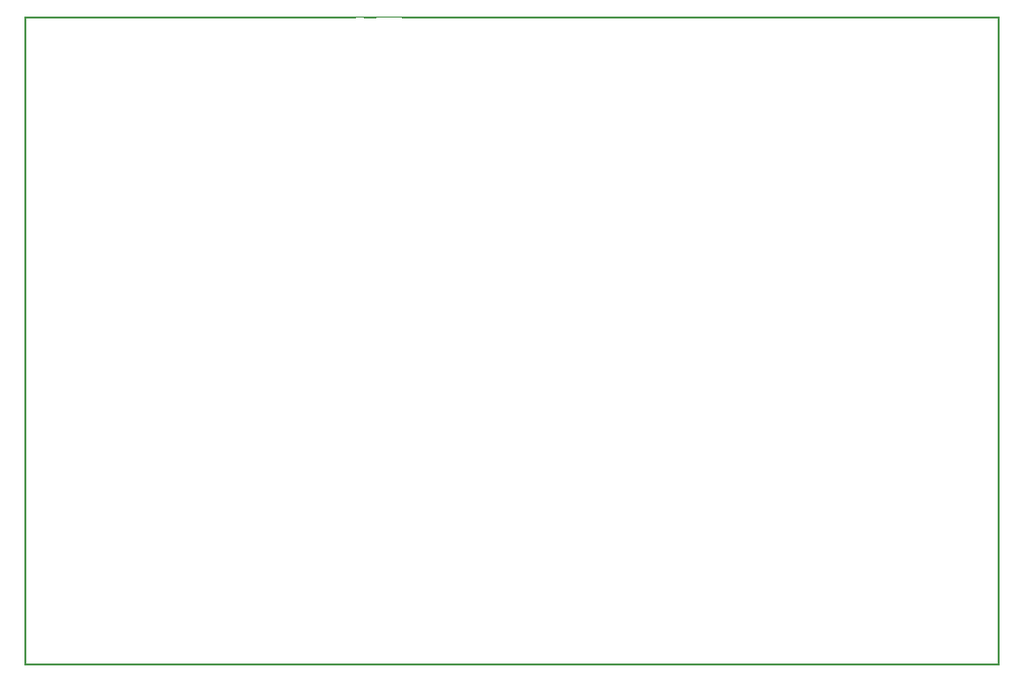
<source format=gbo>
G04 MADE WITH FRITZING*
G04 WWW.FRITZING.ORG*
G04 DOUBLE SIDED*
G04 HOLES PLATED*
G04 CONTOUR ON CENTER OF CONTOUR VECTOR*
%ASAXBY*%
%FSLAX23Y23*%
%MOIN*%
%OFA0B0*%
%SFA1.0B1.0*%
%ADD10R,0.001000X0.001000*%
%LNSILK0*%
G90*
G70*
G54D10*
X1Y2222D02*
X3333Y2222D01*
X1Y2221D02*
X3333Y2221D01*
X1Y2220D02*
X3333Y2220D01*
X1Y2219D02*
X3333Y2219D01*
X1Y2218D02*
X1139Y2218D01*
X1156Y2218D02*
X1203Y2218D01*
X1292Y2218D02*
X3333Y2218D01*
X1Y2217D02*
X1134Y2217D01*
X1160Y2217D02*
X1203Y2217D01*
X1292Y2217D02*
X3333Y2217D01*
X1Y2216D02*
X1131Y2216D01*
X1163Y2216D02*
X1203Y2216D01*
X1292Y2216D02*
X3333Y2216D01*
X1Y2215D02*
X1129Y2215D01*
X1165Y2215D02*
X1203Y2215D01*
X1292Y2215D02*
X3333Y2215D01*
X1Y2214D02*
X8Y2214D01*
X3326Y2214D02*
X3333Y2214D01*
X1Y2213D02*
X8Y2213D01*
X3326Y2213D02*
X3333Y2213D01*
X1Y2212D02*
X8Y2212D01*
X3326Y2212D02*
X3333Y2212D01*
X1Y2211D02*
X8Y2211D01*
X3326Y2211D02*
X3333Y2211D01*
X1Y2210D02*
X8Y2210D01*
X3326Y2210D02*
X3333Y2210D01*
X1Y2209D02*
X8Y2209D01*
X3326Y2209D02*
X3333Y2209D01*
X1Y2208D02*
X8Y2208D01*
X3326Y2208D02*
X3333Y2208D01*
X1Y2207D02*
X8Y2207D01*
X3326Y2207D02*
X3333Y2207D01*
X1Y2206D02*
X8Y2206D01*
X3326Y2206D02*
X3333Y2206D01*
X1Y2205D02*
X8Y2205D01*
X3326Y2205D02*
X3333Y2205D01*
X1Y2204D02*
X8Y2204D01*
X3326Y2204D02*
X3333Y2204D01*
X1Y2203D02*
X8Y2203D01*
X3326Y2203D02*
X3333Y2203D01*
X1Y2202D02*
X8Y2202D01*
X3326Y2202D02*
X3333Y2202D01*
X1Y2201D02*
X8Y2201D01*
X3326Y2201D02*
X3333Y2201D01*
X1Y2200D02*
X8Y2200D01*
X3326Y2200D02*
X3333Y2200D01*
X1Y2199D02*
X8Y2199D01*
X3326Y2199D02*
X3333Y2199D01*
X1Y2198D02*
X8Y2198D01*
X3326Y2198D02*
X3333Y2198D01*
X1Y2197D02*
X8Y2197D01*
X3326Y2197D02*
X3333Y2197D01*
X1Y2196D02*
X8Y2196D01*
X3326Y2196D02*
X3333Y2196D01*
X1Y2195D02*
X8Y2195D01*
X3326Y2195D02*
X3333Y2195D01*
X1Y2194D02*
X8Y2194D01*
X3326Y2194D02*
X3333Y2194D01*
X1Y2193D02*
X8Y2193D01*
X3326Y2193D02*
X3333Y2193D01*
X1Y2192D02*
X8Y2192D01*
X3326Y2192D02*
X3333Y2192D01*
X1Y2191D02*
X8Y2191D01*
X3326Y2191D02*
X3333Y2191D01*
X1Y2190D02*
X8Y2190D01*
X3326Y2190D02*
X3333Y2190D01*
X1Y2189D02*
X8Y2189D01*
X3326Y2189D02*
X3333Y2189D01*
X1Y2188D02*
X8Y2188D01*
X3326Y2188D02*
X3333Y2188D01*
X1Y2187D02*
X8Y2187D01*
X3326Y2187D02*
X3333Y2187D01*
X1Y2186D02*
X8Y2186D01*
X3326Y2186D02*
X3333Y2186D01*
X1Y2185D02*
X8Y2185D01*
X3326Y2185D02*
X3333Y2185D01*
X1Y2184D02*
X8Y2184D01*
X3326Y2184D02*
X3333Y2184D01*
X1Y2183D02*
X8Y2183D01*
X3326Y2183D02*
X3333Y2183D01*
X1Y2182D02*
X8Y2182D01*
X3326Y2182D02*
X3333Y2182D01*
X1Y2181D02*
X8Y2181D01*
X3326Y2181D02*
X3333Y2181D01*
X1Y2180D02*
X8Y2180D01*
X3326Y2180D02*
X3333Y2180D01*
X1Y2179D02*
X8Y2179D01*
X3326Y2179D02*
X3333Y2179D01*
X1Y2178D02*
X8Y2178D01*
X3326Y2178D02*
X3333Y2178D01*
X1Y2177D02*
X8Y2177D01*
X3326Y2177D02*
X3333Y2177D01*
X1Y2176D02*
X8Y2176D01*
X3326Y2176D02*
X3333Y2176D01*
X1Y2175D02*
X8Y2175D01*
X3326Y2175D02*
X3333Y2175D01*
X1Y2174D02*
X8Y2174D01*
X3326Y2174D02*
X3333Y2174D01*
X1Y2173D02*
X8Y2173D01*
X3326Y2173D02*
X3333Y2173D01*
X1Y2172D02*
X8Y2172D01*
X3326Y2172D02*
X3333Y2172D01*
X1Y2171D02*
X8Y2171D01*
X3326Y2171D02*
X3333Y2171D01*
X1Y2170D02*
X8Y2170D01*
X3326Y2170D02*
X3333Y2170D01*
X1Y2169D02*
X8Y2169D01*
X3326Y2169D02*
X3333Y2169D01*
X1Y2168D02*
X8Y2168D01*
X3326Y2168D02*
X3333Y2168D01*
X1Y2167D02*
X8Y2167D01*
X3326Y2167D02*
X3333Y2167D01*
X1Y2166D02*
X8Y2166D01*
X3326Y2166D02*
X3333Y2166D01*
X1Y2165D02*
X8Y2165D01*
X3326Y2165D02*
X3333Y2165D01*
X1Y2164D02*
X8Y2164D01*
X3326Y2164D02*
X3333Y2164D01*
X1Y2163D02*
X8Y2163D01*
X3326Y2163D02*
X3333Y2163D01*
X1Y2162D02*
X8Y2162D01*
X3326Y2162D02*
X3333Y2162D01*
X1Y2161D02*
X8Y2161D01*
X3326Y2161D02*
X3333Y2161D01*
X1Y2160D02*
X8Y2160D01*
X3326Y2160D02*
X3333Y2160D01*
X1Y2159D02*
X8Y2159D01*
X3326Y2159D02*
X3333Y2159D01*
X1Y2158D02*
X8Y2158D01*
X3326Y2158D02*
X3333Y2158D01*
X1Y2157D02*
X8Y2157D01*
X3326Y2157D02*
X3333Y2157D01*
X1Y2156D02*
X8Y2156D01*
X3326Y2156D02*
X3333Y2156D01*
X1Y2155D02*
X8Y2155D01*
X3326Y2155D02*
X3333Y2155D01*
X1Y2154D02*
X8Y2154D01*
X3326Y2154D02*
X3333Y2154D01*
X1Y2153D02*
X8Y2153D01*
X3326Y2153D02*
X3333Y2153D01*
X1Y2152D02*
X8Y2152D01*
X3326Y2152D02*
X3333Y2152D01*
X1Y2151D02*
X8Y2151D01*
X3326Y2151D02*
X3333Y2151D01*
X1Y2150D02*
X8Y2150D01*
X3326Y2150D02*
X3333Y2150D01*
X1Y2149D02*
X8Y2149D01*
X3326Y2149D02*
X3333Y2149D01*
X1Y2148D02*
X8Y2148D01*
X3326Y2148D02*
X3333Y2148D01*
X1Y2147D02*
X8Y2147D01*
X3326Y2147D02*
X3333Y2147D01*
X1Y2146D02*
X8Y2146D01*
X3326Y2146D02*
X3333Y2146D01*
X1Y2145D02*
X8Y2145D01*
X3326Y2145D02*
X3333Y2145D01*
X1Y2144D02*
X8Y2144D01*
X3326Y2144D02*
X3333Y2144D01*
X1Y2143D02*
X8Y2143D01*
X3326Y2143D02*
X3333Y2143D01*
X1Y2142D02*
X8Y2142D01*
X3326Y2142D02*
X3333Y2142D01*
X1Y2141D02*
X8Y2141D01*
X3326Y2141D02*
X3333Y2141D01*
X1Y2140D02*
X8Y2140D01*
X3326Y2140D02*
X3333Y2140D01*
X1Y2139D02*
X8Y2139D01*
X3326Y2139D02*
X3333Y2139D01*
X1Y2138D02*
X8Y2138D01*
X3326Y2138D02*
X3333Y2138D01*
X1Y2137D02*
X8Y2137D01*
X3326Y2137D02*
X3333Y2137D01*
X1Y2136D02*
X8Y2136D01*
X3326Y2136D02*
X3333Y2136D01*
X1Y2135D02*
X8Y2135D01*
X3326Y2135D02*
X3333Y2135D01*
X1Y2134D02*
X8Y2134D01*
X3326Y2134D02*
X3333Y2134D01*
X1Y2133D02*
X8Y2133D01*
X3326Y2133D02*
X3333Y2133D01*
X1Y2132D02*
X8Y2132D01*
X3326Y2132D02*
X3333Y2132D01*
X1Y2131D02*
X8Y2131D01*
X3326Y2131D02*
X3333Y2131D01*
X1Y2130D02*
X8Y2130D01*
X3326Y2130D02*
X3333Y2130D01*
X1Y2129D02*
X8Y2129D01*
X3326Y2129D02*
X3333Y2129D01*
X1Y2128D02*
X8Y2128D01*
X3326Y2128D02*
X3333Y2128D01*
X1Y2127D02*
X8Y2127D01*
X3326Y2127D02*
X3333Y2127D01*
X1Y2126D02*
X8Y2126D01*
X3326Y2126D02*
X3333Y2126D01*
X1Y2125D02*
X8Y2125D01*
X3326Y2125D02*
X3333Y2125D01*
X1Y2124D02*
X8Y2124D01*
X3326Y2124D02*
X3333Y2124D01*
X1Y2123D02*
X8Y2123D01*
X3326Y2123D02*
X3333Y2123D01*
X1Y2122D02*
X8Y2122D01*
X3326Y2122D02*
X3333Y2122D01*
X1Y2121D02*
X8Y2121D01*
X3326Y2121D02*
X3333Y2121D01*
X1Y2120D02*
X8Y2120D01*
X3326Y2120D02*
X3333Y2120D01*
X1Y2119D02*
X8Y2119D01*
X3326Y2119D02*
X3333Y2119D01*
X1Y2118D02*
X8Y2118D01*
X3326Y2118D02*
X3333Y2118D01*
X1Y2117D02*
X8Y2117D01*
X3326Y2117D02*
X3333Y2117D01*
X1Y2116D02*
X8Y2116D01*
X3326Y2116D02*
X3333Y2116D01*
X1Y2115D02*
X8Y2115D01*
X3326Y2115D02*
X3333Y2115D01*
X1Y2114D02*
X8Y2114D01*
X3326Y2114D02*
X3333Y2114D01*
X1Y2113D02*
X8Y2113D01*
X3326Y2113D02*
X3333Y2113D01*
X1Y2112D02*
X8Y2112D01*
X3326Y2112D02*
X3333Y2112D01*
X1Y2111D02*
X8Y2111D01*
X3326Y2111D02*
X3333Y2111D01*
X1Y2110D02*
X8Y2110D01*
X3326Y2110D02*
X3333Y2110D01*
X1Y2109D02*
X8Y2109D01*
X3326Y2109D02*
X3333Y2109D01*
X1Y2108D02*
X8Y2108D01*
X3326Y2108D02*
X3333Y2108D01*
X1Y2107D02*
X8Y2107D01*
X3326Y2107D02*
X3333Y2107D01*
X1Y2106D02*
X8Y2106D01*
X3326Y2106D02*
X3333Y2106D01*
X1Y2105D02*
X8Y2105D01*
X3326Y2105D02*
X3333Y2105D01*
X1Y2104D02*
X8Y2104D01*
X3326Y2104D02*
X3333Y2104D01*
X1Y2103D02*
X8Y2103D01*
X3326Y2103D02*
X3333Y2103D01*
X1Y2102D02*
X8Y2102D01*
X3326Y2102D02*
X3333Y2102D01*
X1Y2101D02*
X8Y2101D01*
X3326Y2101D02*
X3333Y2101D01*
X1Y2100D02*
X8Y2100D01*
X3326Y2100D02*
X3333Y2100D01*
X1Y2099D02*
X8Y2099D01*
X3326Y2099D02*
X3333Y2099D01*
X1Y2098D02*
X8Y2098D01*
X3326Y2098D02*
X3333Y2098D01*
X1Y2097D02*
X8Y2097D01*
X3326Y2097D02*
X3333Y2097D01*
X1Y2096D02*
X8Y2096D01*
X3326Y2096D02*
X3333Y2096D01*
X1Y2095D02*
X8Y2095D01*
X3326Y2095D02*
X3333Y2095D01*
X1Y2094D02*
X8Y2094D01*
X3326Y2094D02*
X3333Y2094D01*
X1Y2093D02*
X8Y2093D01*
X3326Y2093D02*
X3333Y2093D01*
X1Y2092D02*
X8Y2092D01*
X3326Y2092D02*
X3333Y2092D01*
X1Y2091D02*
X8Y2091D01*
X3326Y2091D02*
X3333Y2091D01*
X1Y2090D02*
X8Y2090D01*
X3326Y2090D02*
X3333Y2090D01*
X1Y2089D02*
X8Y2089D01*
X3326Y2089D02*
X3333Y2089D01*
X1Y2088D02*
X8Y2088D01*
X3326Y2088D02*
X3333Y2088D01*
X1Y2087D02*
X8Y2087D01*
X3326Y2087D02*
X3333Y2087D01*
X1Y2086D02*
X8Y2086D01*
X3326Y2086D02*
X3333Y2086D01*
X1Y2085D02*
X8Y2085D01*
X3326Y2085D02*
X3333Y2085D01*
X1Y2084D02*
X8Y2084D01*
X3326Y2084D02*
X3333Y2084D01*
X1Y2083D02*
X8Y2083D01*
X3326Y2083D02*
X3333Y2083D01*
X1Y2082D02*
X8Y2082D01*
X3326Y2082D02*
X3333Y2082D01*
X1Y2081D02*
X8Y2081D01*
X3326Y2081D02*
X3333Y2081D01*
X1Y2080D02*
X8Y2080D01*
X3326Y2080D02*
X3333Y2080D01*
X1Y2079D02*
X8Y2079D01*
X3326Y2079D02*
X3333Y2079D01*
X1Y2078D02*
X8Y2078D01*
X3326Y2078D02*
X3333Y2078D01*
X1Y2077D02*
X8Y2077D01*
X3326Y2077D02*
X3333Y2077D01*
X1Y2076D02*
X8Y2076D01*
X3326Y2076D02*
X3333Y2076D01*
X1Y2075D02*
X8Y2075D01*
X3326Y2075D02*
X3333Y2075D01*
X1Y2074D02*
X8Y2074D01*
X3326Y2074D02*
X3333Y2074D01*
X1Y2073D02*
X8Y2073D01*
X3326Y2073D02*
X3333Y2073D01*
X1Y2072D02*
X8Y2072D01*
X3326Y2072D02*
X3333Y2072D01*
X1Y2071D02*
X8Y2071D01*
X3326Y2071D02*
X3333Y2071D01*
X1Y2070D02*
X8Y2070D01*
X3326Y2070D02*
X3333Y2070D01*
X1Y2069D02*
X8Y2069D01*
X3326Y2069D02*
X3333Y2069D01*
X1Y2068D02*
X8Y2068D01*
X3326Y2068D02*
X3333Y2068D01*
X1Y2067D02*
X8Y2067D01*
X3326Y2067D02*
X3333Y2067D01*
X1Y2066D02*
X8Y2066D01*
X3326Y2066D02*
X3333Y2066D01*
X1Y2065D02*
X8Y2065D01*
X3326Y2065D02*
X3333Y2065D01*
X1Y2064D02*
X8Y2064D01*
X3326Y2064D02*
X3333Y2064D01*
X1Y2063D02*
X8Y2063D01*
X3326Y2063D02*
X3333Y2063D01*
X1Y2062D02*
X8Y2062D01*
X3326Y2062D02*
X3333Y2062D01*
X1Y2061D02*
X8Y2061D01*
X3326Y2061D02*
X3333Y2061D01*
X1Y2060D02*
X8Y2060D01*
X3326Y2060D02*
X3333Y2060D01*
X1Y2059D02*
X8Y2059D01*
X3326Y2059D02*
X3333Y2059D01*
X1Y2058D02*
X8Y2058D01*
X3326Y2058D02*
X3333Y2058D01*
X1Y2057D02*
X8Y2057D01*
X3326Y2057D02*
X3333Y2057D01*
X1Y2056D02*
X8Y2056D01*
X3326Y2056D02*
X3333Y2056D01*
X1Y2055D02*
X8Y2055D01*
X3326Y2055D02*
X3333Y2055D01*
X1Y2054D02*
X8Y2054D01*
X3326Y2054D02*
X3333Y2054D01*
X1Y2053D02*
X8Y2053D01*
X3326Y2053D02*
X3333Y2053D01*
X1Y2052D02*
X8Y2052D01*
X3326Y2052D02*
X3333Y2052D01*
X1Y2051D02*
X8Y2051D01*
X3326Y2051D02*
X3333Y2051D01*
X1Y2050D02*
X8Y2050D01*
X3326Y2050D02*
X3333Y2050D01*
X1Y2049D02*
X8Y2049D01*
X3326Y2049D02*
X3333Y2049D01*
X1Y2048D02*
X8Y2048D01*
X3326Y2048D02*
X3333Y2048D01*
X1Y2047D02*
X8Y2047D01*
X3326Y2047D02*
X3333Y2047D01*
X1Y2046D02*
X8Y2046D01*
X3326Y2046D02*
X3333Y2046D01*
X1Y2045D02*
X8Y2045D01*
X3326Y2045D02*
X3333Y2045D01*
X1Y2044D02*
X8Y2044D01*
X3326Y2044D02*
X3333Y2044D01*
X1Y2043D02*
X8Y2043D01*
X3326Y2043D02*
X3333Y2043D01*
X1Y2042D02*
X8Y2042D01*
X3326Y2042D02*
X3333Y2042D01*
X1Y2041D02*
X8Y2041D01*
X3326Y2041D02*
X3333Y2041D01*
X1Y2040D02*
X8Y2040D01*
X3326Y2040D02*
X3333Y2040D01*
X1Y2039D02*
X8Y2039D01*
X3326Y2039D02*
X3333Y2039D01*
X1Y2038D02*
X8Y2038D01*
X3326Y2038D02*
X3333Y2038D01*
X1Y2037D02*
X8Y2037D01*
X3326Y2037D02*
X3333Y2037D01*
X1Y2036D02*
X8Y2036D01*
X3326Y2036D02*
X3333Y2036D01*
X1Y2035D02*
X8Y2035D01*
X3326Y2035D02*
X3333Y2035D01*
X1Y2034D02*
X8Y2034D01*
X3326Y2034D02*
X3333Y2034D01*
X1Y2033D02*
X8Y2033D01*
X3326Y2033D02*
X3333Y2033D01*
X1Y2032D02*
X8Y2032D01*
X3326Y2032D02*
X3333Y2032D01*
X1Y2031D02*
X8Y2031D01*
X3326Y2031D02*
X3333Y2031D01*
X1Y2030D02*
X8Y2030D01*
X3326Y2030D02*
X3333Y2030D01*
X1Y2029D02*
X8Y2029D01*
X3326Y2029D02*
X3333Y2029D01*
X1Y2028D02*
X8Y2028D01*
X3326Y2028D02*
X3333Y2028D01*
X1Y2027D02*
X8Y2027D01*
X3326Y2027D02*
X3333Y2027D01*
X1Y2026D02*
X8Y2026D01*
X3326Y2026D02*
X3333Y2026D01*
X1Y2025D02*
X8Y2025D01*
X3326Y2025D02*
X3333Y2025D01*
X1Y2024D02*
X8Y2024D01*
X3326Y2024D02*
X3333Y2024D01*
X1Y2023D02*
X8Y2023D01*
X3326Y2023D02*
X3333Y2023D01*
X1Y2022D02*
X8Y2022D01*
X3326Y2022D02*
X3333Y2022D01*
X1Y2021D02*
X8Y2021D01*
X3326Y2021D02*
X3333Y2021D01*
X1Y2020D02*
X8Y2020D01*
X3326Y2020D02*
X3333Y2020D01*
X1Y2019D02*
X8Y2019D01*
X3326Y2019D02*
X3333Y2019D01*
X1Y2018D02*
X8Y2018D01*
X3326Y2018D02*
X3333Y2018D01*
X1Y2017D02*
X8Y2017D01*
X3326Y2017D02*
X3333Y2017D01*
X1Y2016D02*
X8Y2016D01*
X3326Y2016D02*
X3333Y2016D01*
X1Y2015D02*
X8Y2015D01*
X3326Y2015D02*
X3333Y2015D01*
X1Y2014D02*
X8Y2014D01*
X3326Y2014D02*
X3333Y2014D01*
X1Y2013D02*
X8Y2013D01*
X3326Y2013D02*
X3333Y2013D01*
X1Y2012D02*
X8Y2012D01*
X3326Y2012D02*
X3333Y2012D01*
X1Y2011D02*
X8Y2011D01*
X3326Y2011D02*
X3333Y2011D01*
X1Y2010D02*
X8Y2010D01*
X3326Y2010D02*
X3333Y2010D01*
X1Y2009D02*
X8Y2009D01*
X3326Y2009D02*
X3333Y2009D01*
X1Y2008D02*
X8Y2008D01*
X3326Y2008D02*
X3333Y2008D01*
X1Y2007D02*
X8Y2007D01*
X3326Y2007D02*
X3333Y2007D01*
X1Y2006D02*
X8Y2006D01*
X3326Y2006D02*
X3333Y2006D01*
X1Y2005D02*
X8Y2005D01*
X3326Y2005D02*
X3333Y2005D01*
X1Y2004D02*
X8Y2004D01*
X3326Y2004D02*
X3333Y2004D01*
X1Y2003D02*
X8Y2003D01*
X3326Y2003D02*
X3333Y2003D01*
X1Y2002D02*
X8Y2002D01*
X3326Y2002D02*
X3333Y2002D01*
X1Y2001D02*
X8Y2001D01*
X3326Y2001D02*
X3333Y2001D01*
X1Y2000D02*
X8Y2000D01*
X3326Y2000D02*
X3333Y2000D01*
X1Y1999D02*
X8Y1999D01*
X3326Y1999D02*
X3333Y1999D01*
X1Y1998D02*
X8Y1998D01*
X3326Y1998D02*
X3333Y1998D01*
X1Y1997D02*
X8Y1997D01*
X3326Y1997D02*
X3333Y1997D01*
X1Y1996D02*
X8Y1996D01*
X3326Y1996D02*
X3333Y1996D01*
X1Y1995D02*
X8Y1995D01*
X3326Y1995D02*
X3333Y1995D01*
X1Y1994D02*
X8Y1994D01*
X3326Y1994D02*
X3333Y1994D01*
X1Y1993D02*
X8Y1993D01*
X3326Y1993D02*
X3333Y1993D01*
X1Y1992D02*
X8Y1992D01*
X3326Y1992D02*
X3333Y1992D01*
X1Y1991D02*
X8Y1991D01*
X3326Y1991D02*
X3333Y1991D01*
X1Y1990D02*
X8Y1990D01*
X3326Y1990D02*
X3333Y1990D01*
X1Y1989D02*
X8Y1989D01*
X3326Y1989D02*
X3333Y1989D01*
X1Y1988D02*
X8Y1988D01*
X3326Y1988D02*
X3333Y1988D01*
X1Y1987D02*
X8Y1987D01*
X3326Y1987D02*
X3333Y1987D01*
X1Y1986D02*
X8Y1986D01*
X3326Y1986D02*
X3333Y1986D01*
X1Y1985D02*
X8Y1985D01*
X3326Y1985D02*
X3333Y1985D01*
X1Y1984D02*
X8Y1984D01*
X3326Y1984D02*
X3333Y1984D01*
X1Y1983D02*
X8Y1983D01*
X3326Y1983D02*
X3333Y1983D01*
X1Y1982D02*
X8Y1982D01*
X3326Y1982D02*
X3333Y1982D01*
X1Y1981D02*
X8Y1981D01*
X3326Y1981D02*
X3333Y1981D01*
X1Y1980D02*
X8Y1980D01*
X3326Y1980D02*
X3333Y1980D01*
X1Y1979D02*
X8Y1979D01*
X3326Y1979D02*
X3333Y1979D01*
X1Y1978D02*
X8Y1978D01*
X3326Y1978D02*
X3333Y1978D01*
X1Y1977D02*
X8Y1977D01*
X3326Y1977D02*
X3333Y1977D01*
X1Y1976D02*
X8Y1976D01*
X3326Y1976D02*
X3333Y1976D01*
X1Y1975D02*
X8Y1975D01*
X3326Y1975D02*
X3333Y1975D01*
X1Y1974D02*
X8Y1974D01*
X3326Y1974D02*
X3333Y1974D01*
X1Y1973D02*
X8Y1973D01*
X3326Y1973D02*
X3333Y1973D01*
X1Y1972D02*
X8Y1972D01*
X3326Y1972D02*
X3333Y1972D01*
X1Y1971D02*
X8Y1971D01*
X3326Y1971D02*
X3333Y1971D01*
X1Y1970D02*
X8Y1970D01*
X3326Y1970D02*
X3333Y1970D01*
X1Y1969D02*
X8Y1969D01*
X3326Y1969D02*
X3333Y1969D01*
X1Y1968D02*
X8Y1968D01*
X3326Y1968D02*
X3333Y1968D01*
X1Y1967D02*
X8Y1967D01*
X3326Y1967D02*
X3333Y1967D01*
X1Y1966D02*
X8Y1966D01*
X3326Y1966D02*
X3333Y1966D01*
X1Y1965D02*
X8Y1965D01*
X3326Y1965D02*
X3333Y1965D01*
X1Y1964D02*
X8Y1964D01*
X3326Y1964D02*
X3333Y1964D01*
X1Y1963D02*
X8Y1963D01*
X3326Y1963D02*
X3333Y1963D01*
X1Y1962D02*
X8Y1962D01*
X3326Y1962D02*
X3333Y1962D01*
X1Y1961D02*
X8Y1961D01*
X3326Y1961D02*
X3333Y1961D01*
X1Y1960D02*
X8Y1960D01*
X3326Y1960D02*
X3333Y1960D01*
X1Y1959D02*
X8Y1959D01*
X3326Y1959D02*
X3333Y1959D01*
X1Y1958D02*
X8Y1958D01*
X3326Y1958D02*
X3333Y1958D01*
X1Y1957D02*
X8Y1957D01*
X3326Y1957D02*
X3333Y1957D01*
X1Y1956D02*
X8Y1956D01*
X3326Y1956D02*
X3333Y1956D01*
X1Y1955D02*
X8Y1955D01*
X3326Y1955D02*
X3333Y1955D01*
X1Y1954D02*
X8Y1954D01*
X3326Y1954D02*
X3333Y1954D01*
X1Y1953D02*
X8Y1953D01*
X3326Y1953D02*
X3333Y1953D01*
X1Y1952D02*
X8Y1952D01*
X3326Y1952D02*
X3333Y1952D01*
X1Y1951D02*
X8Y1951D01*
X3326Y1951D02*
X3333Y1951D01*
X1Y1950D02*
X8Y1950D01*
X3326Y1950D02*
X3333Y1950D01*
X1Y1949D02*
X8Y1949D01*
X3326Y1949D02*
X3333Y1949D01*
X1Y1948D02*
X8Y1948D01*
X3326Y1948D02*
X3333Y1948D01*
X1Y1947D02*
X8Y1947D01*
X3326Y1947D02*
X3333Y1947D01*
X1Y1946D02*
X8Y1946D01*
X3326Y1946D02*
X3333Y1946D01*
X1Y1945D02*
X8Y1945D01*
X3326Y1945D02*
X3333Y1945D01*
X1Y1944D02*
X8Y1944D01*
X3326Y1944D02*
X3333Y1944D01*
X1Y1943D02*
X8Y1943D01*
X3326Y1943D02*
X3333Y1943D01*
X1Y1942D02*
X8Y1942D01*
X3326Y1942D02*
X3333Y1942D01*
X1Y1941D02*
X8Y1941D01*
X3326Y1941D02*
X3333Y1941D01*
X1Y1940D02*
X8Y1940D01*
X3326Y1940D02*
X3333Y1940D01*
X1Y1939D02*
X8Y1939D01*
X3326Y1939D02*
X3333Y1939D01*
X1Y1938D02*
X8Y1938D01*
X3326Y1938D02*
X3333Y1938D01*
X1Y1937D02*
X8Y1937D01*
X3326Y1937D02*
X3333Y1937D01*
X1Y1936D02*
X8Y1936D01*
X3326Y1936D02*
X3333Y1936D01*
X1Y1935D02*
X8Y1935D01*
X3326Y1935D02*
X3333Y1935D01*
X1Y1934D02*
X8Y1934D01*
X3326Y1934D02*
X3333Y1934D01*
X1Y1933D02*
X8Y1933D01*
X3326Y1933D02*
X3333Y1933D01*
X1Y1932D02*
X8Y1932D01*
X3326Y1932D02*
X3333Y1932D01*
X1Y1931D02*
X8Y1931D01*
X3326Y1931D02*
X3333Y1931D01*
X1Y1930D02*
X8Y1930D01*
X3326Y1930D02*
X3333Y1930D01*
X1Y1929D02*
X8Y1929D01*
X3326Y1929D02*
X3333Y1929D01*
X1Y1928D02*
X8Y1928D01*
X3326Y1928D02*
X3333Y1928D01*
X1Y1927D02*
X8Y1927D01*
X3326Y1927D02*
X3333Y1927D01*
X1Y1926D02*
X8Y1926D01*
X3326Y1926D02*
X3333Y1926D01*
X1Y1925D02*
X8Y1925D01*
X3326Y1925D02*
X3333Y1925D01*
X1Y1924D02*
X8Y1924D01*
X3326Y1924D02*
X3333Y1924D01*
X1Y1923D02*
X8Y1923D01*
X3326Y1923D02*
X3333Y1923D01*
X1Y1922D02*
X8Y1922D01*
X3326Y1922D02*
X3333Y1922D01*
X1Y1921D02*
X8Y1921D01*
X3326Y1921D02*
X3333Y1921D01*
X1Y1920D02*
X8Y1920D01*
X3326Y1920D02*
X3333Y1920D01*
X1Y1919D02*
X8Y1919D01*
X3326Y1919D02*
X3333Y1919D01*
X1Y1918D02*
X8Y1918D01*
X3326Y1918D02*
X3333Y1918D01*
X1Y1917D02*
X8Y1917D01*
X3326Y1917D02*
X3333Y1917D01*
X1Y1916D02*
X8Y1916D01*
X3326Y1916D02*
X3333Y1916D01*
X1Y1915D02*
X8Y1915D01*
X3326Y1915D02*
X3333Y1915D01*
X1Y1914D02*
X8Y1914D01*
X3326Y1914D02*
X3333Y1914D01*
X1Y1913D02*
X8Y1913D01*
X3326Y1913D02*
X3333Y1913D01*
X1Y1912D02*
X8Y1912D01*
X3326Y1912D02*
X3333Y1912D01*
X1Y1911D02*
X8Y1911D01*
X3326Y1911D02*
X3333Y1911D01*
X1Y1910D02*
X8Y1910D01*
X3326Y1910D02*
X3333Y1910D01*
X1Y1909D02*
X8Y1909D01*
X3326Y1909D02*
X3333Y1909D01*
X1Y1908D02*
X8Y1908D01*
X3326Y1908D02*
X3333Y1908D01*
X1Y1907D02*
X8Y1907D01*
X3326Y1907D02*
X3333Y1907D01*
X1Y1906D02*
X8Y1906D01*
X3326Y1906D02*
X3333Y1906D01*
X1Y1905D02*
X8Y1905D01*
X3326Y1905D02*
X3333Y1905D01*
X1Y1904D02*
X8Y1904D01*
X3326Y1904D02*
X3333Y1904D01*
X1Y1903D02*
X8Y1903D01*
X3326Y1903D02*
X3333Y1903D01*
X1Y1902D02*
X8Y1902D01*
X3326Y1902D02*
X3333Y1902D01*
X1Y1901D02*
X8Y1901D01*
X3326Y1901D02*
X3333Y1901D01*
X1Y1900D02*
X8Y1900D01*
X3326Y1900D02*
X3333Y1900D01*
X1Y1899D02*
X8Y1899D01*
X3326Y1899D02*
X3333Y1899D01*
X1Y1898D02*
X8Y1898D01*
X3326Y1898D02*
X3333Y1898D01*
X1Y1897D02*
X8Y1897D01*
X3326Y1897D02*
X3333Y1897D01*
X1Y1896D02*
X8Y1896D01*
X3326Y1896D02*
X3333Y1896D01*
X1Y1895D02*
X8Y1895D01*
X3326Y1895D02*
X3333Y1895D01*
X1Y1894D02*
X8Y1894D01*
X3326Y1894D02*
X3333Y1894D01*
X1Y1893D02*
X8Y1893D01*
X3326Y1893D02*
X3333Y1893D01*
X1Y1892D02*
X8Y1892D01*
X3326Y1892D02*
X3333Y1892D01*
X1Y1891D02*
X8Y1891D01*
X3326Y1891D02*
X3333Y1891D01*
X1Y1890D02*
X8Y1890D01*
X3326Y1890D02*
X3333Y1890D01*
X1Y1889D02*
X8Y1889D01*
X3326Y1889D02*
X3333Y1889D01*
X1Y1888D02*
X8Y1888D01*
X3326Y1888D02*
X3333Y1888D01*
X1Y1887D02*
X8Y1887D01*
X3326Y1887D02*
X3333Y1887D01*
X1Y1886D02*
X8Y1886D01*
X3326Y1886D02*
X3333Y1886D01*
X1Y1885D02*
X8Y1885D01*
X3326Y1885D02*
X3333Y1885D01*
X1Y1884D02*
X8Y1884D01*
X3326Y1884D02*
X3333Y1884D01*
X1Y1883D02*
X8Y1883D01*
X3326Y1883D02*
X3333Y1883D01*
X1Y1882D02*
X8Y1882D01*
X3326Y1882D02*
X3333Y1882D01*
X1Y1881D02*
X8Y1881D01*
X3326Y1881D02*
X3333Y1881D01*
X1Y1880D02*
X8Y1880D01*
X3326Y1880D02*
X3333Y1880D01*
X1Y1879D02*
X8Y1879D01*
X3326Y1879D02*
X3333Y1879D01*
X1Y1878D02*
X8Y1878D01*
X3326Y1878D02*
X3333Y1878D01*
X1Y1877D02*
X8Y1877D01*
X3326Y1877D02*
X3333Y1877D01*
X1Y1876D02*
X8Y1876D01*
X3326Y1876D02*
X3333Y1876D01*
X1Y1875D02*
X8Y1875D01*
X3326Y1875D02*
X3333Y1875D01*
X1Y1874D02*
X8Y1874D01*
X3326Y1874D02*
X3333Y1874D01*
X1Y1873D02*
X8Y1873D01*
X3326Y1873D02*
X3333Y1873D01*
X1Y1872D02*
X8Y1872D01*
X3326Y1872D02*
X3333Y1872D01*
X1Y1871D02*
X8Y1871D01*
X3326Y1871D02*
X3333Y1871D01*
X1Y1870D02*
X8Y1870D01*
X3326Y1870D02*
X3333Y1870D01*
X1Y1869D02*
X8Y1869D01*
X3326Y1869D02*
X3333Y1869D01*
X1Y1868D02*
X8Y1868D01*
X3326Y1868D02*
X3333Y1868D01*
X1Y1867D02*
X8Y1867D01*
X3326Y1867D02*
X3333Y1867D01*
X1Y1866D02*
X8Y1866D01*
X3326Y1866D02*
X3333Y1866D01*
X1Y1865D02*
X8Y1865D01*
X3326Y1865D02*
X3333Y1865D01*
X1Y1864D02*
X8Y1864D01*
X3326Y1864D02*
X3333Y1864D01*
X1Y1863D02*
X8Y1863D01*
X3326Y1863D02*
X3333Y1863D01*
X1Y1862D02*
X8Y1862D01*
X3326Y1862D02*
X3333Y1862D01*
X1Y1861D02*
X8Y1861D01*
X3326Y1861D02*
X3333Y1861D01*
X1Y1860D02*
X8Y1860D01*
X3326Y1860D02*
X3333Y1860D01*
X1Y1859D02*
X8Y1859D01*
X3326Y1859D02*
X3333Y1859D01*
X1Y1858D02*
X8Y1858D01*
X3326Y1858D02*
X3333Y1858D01*
X1Y1857D02*
X8Y1857D01*
X3326Y1857D02*
X3333Y1857D01*
X1Y1856D02*
X8Y1856D01*
X3326Y1856D02*
X3333Y1856D01*
X1Y1855D02*
X8Y1855D01*
X3326Y1855D02*
X3333Y1855D01*
X1Y1854D02*
X8Y1854D01*
X3326Y1854D02*
X3333Y1854D01*
X1Y1853D02*
X8Y1853D01*
X3326Y1853D02*
X3333Y1853D01*
X1Y1852D02*
X8Y1852D01*
X3326Y1852D02*
X3333Y1852D01*
X1Y1851D02*
X8Y1851D01*
X3326Y1851D02*
X3333Y1851D01*
X1Y1850D02*
X8Y1850D01*
X3326Y1850D02*
X3333Y1850D01*
X1Y1849D02*
X8Y1849D01*
X3326Y1849D02*
X3333Y1849D01*
X1Y1848D02*
X8Y1848D01*
X3326Y1848D02*
X3333Y1848D01*
X1Y1847D02*
X8Y1847D01*
X3326Y1847D02*
X3333Y1847D01*
X1Y1846D02*
X8Y1846D01*
X3326Y1846D02*
X3333Y1846D01*
X1Y1845D02*
X8Y1845D01*
X3326Y1845D02*
X3333Y1845D01*
X1Y1844D02*
X8Y1844D01*
X3326Y1844D02*
X3333Y1844D01*
X1Y1843D02*
X8Y1843D01*
X3326Y1843D02*
X3333Y1843D01*
X1Y1842D02*
X8Y1842D01*
X3326Y1842D02*
X3333Y1842D01*
X1Y1841D02*
X8Y1841D01*
X3326Y1841D02*
X3333Y1841D01*
X1Y1840D02*
X8Y1840D01*
X3326Y1840D02*
X3333Y1840D01*
X1Y1839D02*
X8Y1839D01*
X3326Y1839D02*
X3333Y1839D01*
X1Y1838D02*
X8Y1838D01*
X3326Y1838D02*
X3333Y1838D01*
X1Y1837D02*
X8Y1837D01*
X3326Y1837D02*
X3333Y1837D01*
X1Y1836D02*
X8Y1836D01*
X3326Y1836D02*
X3333Y1836D01*
X1Y1835D02*
X8Y1835D01*
X3326Y1835D02*
X3333Y1835D01*
X1Y1834D02*
X8Y1834D01*
X3326Y1834D02*
X3333Y1834D01*
X1Y1833D02*
X8Y1833D01*
X3326Y1833D02*
X3333Y1833D01*
X1Y1832D02*
X8Y1832D01*
X3326Y1832D02*
X3333Y1832D01*
X1Y1831D02*
X8Y1831D01*
X3326Y1831D02*
X3333Y1831D01*
X1Y1830D02*
X8Y1830D01*
X3326Y1830D02*
X3333Y1830D01*
X1Y1829D02*
X8Y1829D01*
X3326Y1829D02*
X3333Y1829D01*
X1Y1828D02*
X8Y1828D01*
X3326Y1828D02*
X3333Y1828D01*
X1Y1827D02*
X8Y1827D01*
X3326Y1827D02*
X3333Y1827D01*
X1Y1826D02*
X8Y1826D01*
X3326Y1826D02*
X3333Y1826D01*
X1Y1825D02*
X8Y1825D01*
X3326Y1825D02*
X3333Y1825D01*
X1Y1824D02*
X8Y1824D01*
X3326Y1824D02*
X3333Y1824D01*
X1Y1823D02*
X8Y1823D01*
X3326Y1823D02*
X3333Y1823D01*
X1Y1822D02*
X8Y1822D01*
X3326Y1822D02*
X3333Y1822D01*
X1Y1821D02*
X8Y1821D01*
X3326Y1821D02*
X3333Y1821D01*
X1Y1820D02*
X8Y1820D01*
X3326Y1820D02*
X3333Y1820D01*
X1Y1819D02*
X8Y1819D01*
X3326Y1819D02*
X3333Y1819D01*
X1Y1818D02*
X8Y1818D01*
X3326Y1818D02*
X3333Y1818D01*
X1Y1817D02*
X8Y1817D01*
X3326Y1817D02*
X3333Y1817D01*
X1Y1816D02*
X8Y1816D01*
X3326Y1816D02*
X3333Y1816D01*
X1Y1815D02*
X8Y1815D01*
X3326Y1815D02*
X3333Y1815D01*
X1Y1814D02*
X8Y1814D01*
X3326Y1814D02*
X3333Y1814D01*
X1Y1813D02*
X8Y1813D01*
X3326Y1813D02*
X3333Y1813D01*
X1Y1812D02*
X8Y1812D01*
X3326Y1812D02*
X3333Y1812D01*
X1Y1811D02*
X8Y1811D01*
X3326Y1811D02*
X3333Y1811D01*
X1Y1810D02*
X8Y1810D01*
X3326Y1810D02*
X3333Y1810D01*
X1Y1809D02*
X8Y1809D01*
X3326Y1809D02*
X3333Y1809D01*
X1Y1808D02*
X8Y1808D01*
X3326Y1808D02*
X3333Y1808D01*
X1Y1807D02*
X8Y1807D01*
X3326Y1807D02*
X3333Y1807D01*
X1Y1806D02*
X8Y1806D01*
X3326Y1806D02*
X3333Y1806D01*
X1Y1805D02*
X8Y1805D01*
X3326Y1805D02*
X3333Y1805D01*
X1Y1804D02*
X8Y1804D01*
X3326Y1804D02*
X3333Y1804D01*
X1Y1803D02*
X8Y1803D01*
X3326Y1803D02*
X3333Y1803D01*
X1Y1802D02*
X8Y1802D01*
X3326Y1802D02*
X3333Y1802D01*
X1Y1801D02*
X8Y1801D01*
X3326Y1801D02*
X3333Y1801D01*
X1Y1800D02*
X8Y1800D01*
X3326Y1800D02*
X3333Y1800D01*
X1Y1799D02*
X8Y1799D01*
X3326Y1799D02*
X3333Y1799D01*
X1Y1798D02*
X8Y1798D01*
X3326Y1798D02*
X3333Y1798D01*
X1Y1797D02*
X8Y1797D01*
X3326Y1797D02*
X3333Y1797D01*
X1Y1796D02*
X8Y1796D01*
X3326Y1796D02*
X3333Y1796D01*
X1Y1795D02*
X8Y1795D01*
X3326Y1795D02*
X3333Y1795D01*
X1Y1794D02*
X8Y1794D01*
X3326Y1794D02*
X3333Y1794D01*
X1Y1793D02*
X8Y1793D01*
X3326Y1793D02*
X3333Y1793D01*
X1Y1792D02*
X8Y1792D01*
X3326Y1792D02*
X3333Y1792D01*
X1Y1791D02*
X8Y1791D01*
X3326Y1791D02*
X3333Y1791D01*
X1Y1790D02*
X8Y1790D01*
X3326Y1790D02*
X3333Y1790D01*
X1Y1789D02*
X8Y1789D01*
X3326Y1789D02*
X3333Y1789D01*
X1Y1788D02*
X8Y1788D01*
X3326Y1788D02*
X3333Y1788D01*
X1Y1787D02*
X8Y1787D01*
X3326Y1787D02*
X3333Y1787D01*
X1Y1786D02*
X8Y1786D01*
X3326Y1786D02*
X3333Y1786D01*
X1Y1785D02*
X8Y1785D01*
X3326Y1785D02*
X3333Y1785D01*
X1Y1784D02*
X8Y1784D01*
X3326Y1784D02*
X3333Y1784D01*
X1Y1783D02*
X8Y1783D01*
X3326Y1783D02*
X3333Y1783D01*
X1Y1782D02*
X8Y1782D01*
X3326Y1782D02*
X3333Y1782D01*
X1Y1781D02*
X8Y1781D01*
X3326Y1781D02*
X3333Y1781D01*
X1Y1780D02*
X8Y1780D01*
X3326Y1780D02*
X3333Y1780D01*
X1Y1779D02*
X8Y1779D01*
X3326Y1779D02*
X3333Y1779D01*
X1Y1778D02*
X8Y1778D01*
X3326Y1778D02*
X3333Y1778D01*
X1Y1777D02*
X8Y1777D01*
X3326Y1777D02*
X3333Y1777D01*
X1Y1776D02*
X8Y1776D01*
X3326Y1776D02*
X3333Y1776D01*
X1Y1775D02*
X8Y1775D01*
X3326Y1775D02*
X3333Y1775D01*
X1Y1774D02*
X8Y1774D01*
X3326Y1774D02*
X3333Y1774D01*
X1Y1773D02*
X8Y1773D01*
X3326Y1773D02*
X3333Y1773D01*
X1Y1772D02*
X8Y1772D01*
X3326Y1772D02*
X3333Y1772D01*
X1Y1771D02*
X8Y1771D01*
X3326Y1771D02*
X3333Y1771D01*
X1Y1770D02*
X8Y1770D01*
X3326Y1770D02*
X3333Y1770D01*
X1Y1769D02*
X8Y1769D01*
X3326Y1769D02*
X3333Y1769D01*
X1Y1768D02*
X8Y1768D01*
X3326Y1768D02*
X3333Y1768D01*
X1Y1767D02*
X8Y1767D01*
X3326Y1767D02*
X3333Y1767D01*
X1Y1766D02*
X8Y1766D01*
X3326Y1766D02*
X3333Y1766D01*
X1Y1765D02*
X8Y1765D01*
X3326Y1765D02*
X3333Y1765D01*
X1Y1764D02*
X8Y1764D01*
X3326Y1764D02*
X3333Y1764D01*
X1Y1763D02*
X8Y1763D01*
X3326Y1763D02*
X3333Y1763D01*
X1Y1762D02*
X8Y1762D01*
X3326Y1762D02*
X3333Y1762D01*
X1Y1761D02*
X8Y1761D01*
X3326Y1761D02*
X3333Y1761D01*
X1Y1760D02*
X8Y1760D01*
X3326Y1760D02*
X3333Y1760D01*
X1Y1759D02*
X8Y1759D01*
X3326Y1759D02*
X3333Y1759D01*
X1Y1758D02*
X8Y1758D01*
X3326Y1758D02*
X3333Y1758D01*
X1Y1757D02*
X8Y1757D01*
X3326Y1757D02*
X3333Y1757D01*
X1Y1756D02*
X8Y1756D01*
X3326Y1756D02*
X3333Y1756D01*
X1Y1755D02*
X8Y1755D01*
X3326Y1755D02*
X3333Y1755D01*
X1Y1754D02*
X8Y1754D01*
X3326Y1754D02*
X3333Y1754D01*
X1Y1753D02*
X8Y1753D01*
X3326Y1753D02*
X3333Y1753D01*
X1Y1752D02*
X8Y1752D01*
X3326Y1752D02*
X3333Y1752D01*
X1Y1751D02*
X8Y1751D01*
X3326Y1751D02*
X3333Y1751D01*
X1Y1750D02*
X8Y1750D01*
X3326Y1750D02*
X3333Y1750D01*
X1Y1749D02*
X8Y1749D01*
X3326Y1749D02*
X3333Y1749D01*
X1Y1748D02*
X8Y1748D01*
X3326Y1748D02*
X3333Y1748D01*
X1Y1747D02*
X8Y1747D01*
X3326Y1747D02*
X3333Y1747D01*
X1Y1746D02*
X8Y1746D01*
X3326Y1746D02*
X3333Y1746D01*
X1Y1745D02*
X8Y1745D01*
X3326Y1745D02*
X3333Y1745D01*
X1Y1744D02*
X8Y1744D01*
X3326Y1744D02*
X3333Y1744D01*
X1Y1743D02*
X8Y1743D01*
X3326Y1743D02*
X3333Y1743D01*
X1Y1742D02*
X8Y1742D01*
X3326Y1742D02*
X3333Y1742D01*
X1Y1741D02*
X8Y1741D01*
X3326Y1741D02*
X3333Y1741D01*
X1Y1740D02*
X8Y1740D01*
X3326Y1740D02*
X3333Y1740D01*
X1Y1739D02*
X8Y1739D01*
X3326Y1739D02*
X3333Y1739D01*
X1Y1738D02*
X8Y1738D01*
X3326Y1738D02*
X3333Y1738D01*
X1Y1737D02*
X8Y1737D01*
X3326Y1737D02*
X3333Y1737D01*
X1Y1736D02*
X8Y1736D01*
X3326Y1736D02*
X3333Y1736D01*
X1Y1735D02*
X8Y1735D01*
X3326Y1735D02*
X3333Y1735D01*
X1Y1734D02*
X8Y1734D01*
X3326Y1734D02*
X3333Y1734D01*
X1Y1733D02*
X8Y1733D01*
X3326Y1733D02*
X3333Y1733D01*
X1Y1732D02*
X8Y1732D01*
X3326Y1732D02*
X3333Y1732D01*
X1Y1731D02*
X8Y1731D01*
X3326Y1731D02*
X3333Y1731D01*
X1Y1730D02*
X8Y1730D01*
X3326Y1730D02*
X3333Y1730D01*
X1Y1729D02*
X8Y1729D01*
X3326Y1729D02*
X3333Y1729D01*
X1Y1728D02*
X8Y1728D01*
X3326Y1728D02*
X3333Y1728D01*
X1Y1727D02*
X8Y1727D01*
X3326Y1727D02*
X3333Y1727D01*
X1Y1726D02*
X8Y1726D01*
X3326Y1726D02*
X3333Y1726D01*
X1Y1725D02*
X8Y1725D01*
X3326Y1725D02*
X3333Y1725D01*
X1Y1724D02*
X8Y1724D01*
X3326Y1724D02*
X3333Y1724D01*
X1Y1723D02*
X8Y1723D01*
X3326Y1723D02*
X3333Y1723D01*
X1Y1722D02*
X8Y1722D01*
X3326Y1722D02*
X3333Y1722D01*
X1Y1721D02*
X8Y1721D01*
X3326Y1721D02*
X3333Y1721D01*
X1Y1720D02*
X8Y1720D01*
X3326Y1720D02*
X3333Y1720D01*
X1Y1719D02*
X8Y1719D01*
X3326Y1719D02*
X3333Y1719D01*
X1Y1718D02*
X8Y1718D01*
X3326Y1718D02*
X3333Y1718D01*
X1Y1717D02*
X8Y1717D01*
X3326Y1717D02*
X3333Y1717D01*
X1Y1716D02*
X8Y1716D01*
X3326Y1716D02*
X3333Y1716D01*
X1Y1715D02*
X8Y1715D01*
X3326Y1715D02*
X3333Y1715D01*
X1Y1714D02*
X8Y1714D01*
X3326Y1714D02*
X3333Y1714D01*
X1Y1713D02*
X8Y1713D01*
X3326Y1713D02*
X3333Y1713D01*
X1Y1712D02*
X8Y1712D01*
X3326Y1712D02*
X3333Y1712D01*
X1Y1711D02*
X8Y1711D01*
X3326Y1711D02*
X3333Y1711D01*
X1Y1710D02*
X8Y1710D01*
X3326Y1710D02*
X3333Y1710D01*
X1Y1709D02*
X8Y1709D01*
X3326Y1709D02*
X3333Y1709D01*
X1Y1708D02*
X8Y1708D01*
X3326Y1708D02*
X3333Y1708D01*
X1Y1707D02*
X8Y1707D01*
X3326Y1707D02*
X3333Y1707D01*
X1Y1706D02*
X8Y1706D01*
X3326Y1706D02*
X3333Y1706D01*
X1Y1705D02*
X8Y1705D01*
X3326Y1705D02*
X3333Y1705D01*
X1Y1704D02*
X8Y1704D01*
X3326Y1704D02*
X3333Y1704D01*
X1Y1703D02*
X8Y1703D01*
X3326Y1703D02*
X3333Y1703D01*
X1Y1702D02*
X8Y1702D01*
X3326Y1702D02*
X3333Y1702D01*
X1Y1701D02*
X8Y1701D01*
X3326Y1701D02*
X3333Y1701D01*
X1Y1700D02*
X8Y1700D01*
X3326Y1700D02*
X3333Y1700D01*
X1Y1699D02*
X8Y1699D01*
X3326Y1699D02*
X3333Y1699D01*
X1Y1698D02*
X8Y1698D01*
X3326Y1698D02*
X3333Y1698D01*
X1Y1697D02*
X8Y1697D01*
X3326Y1697D02*
X3333Y1697D01*
X1Y1696D02*
X8Y1696D01*
X3326Y1696D02*
X3333Y1696D01*
X1Y1695D02*
X8Y1695D01*
X3326Y1695D02*
X3333Y1695D01*
X1Y1694D02*
X8Y1694D01*
X3326Y1694D02*
X3333Y1694D01*
X1Y1693D02*
X8Y1693D01*
X3326Y1693D02*
X3333Y1693D01*
X1Y1692D02*
X8Y1692D01*
X3326Y1692D02*
X3333Y1692D01*
X1Y1691D02*
X8Y1691D01*
X3326Y1691D02*
X3333Y1691D01*
X1Y1690D02*
X8Y1690D01*
X3326Y1690D02*
X3333Y1690D01*
X1Y1689D02*
X8Y1689D01*
X3326Y1689D02*
X3333Y1689D01*
X1Y1688D02*
X8Y1688D01*
X3326Y1688D02*
X3333Y1688D01*
X1Y1687D02*
X8Y1687D01*
X3326Y1687D02*
X3333Y1687D01*
X1Y1686D02*
X8Y1686D01*
X3326Y1686D02*
X3333Y1686D01*
X1Y1685D02*
X8Y1685D01*
X3326Y1685D02*
X3333Y1685D01*
X1Y1684D02*
X8Y1684D01*
X3326Y1684D02*
X3333Y1684D01*
X1Y1683D02*
X8Y1683D01*
X3326Y1683D02*
X3333Y1683D01*
X1Y1682D02*
X8Y1682D01*
X3326Y1682D02*
X3333Y1682D01*
X1Y1681D02*
X8Y1681D01*
X3326Y1681D02*
X3333Y1681D01*
X1Y1680D02*
X8Y1680D01*
X3326Y1680D02*
X3333Y1680D01*
X1Y1679D02*
X8Y1679D01*
X3326Y1679D02*
X3333Y1679D01*
X1Y1678D02*
X8Y1678D01*
X3326Y1678D02*
X3333Y1678D01*
X1Y1677D02*
X8Y1677D01*
X3326Y1677D02*
X3333Y1677D01*
X1Y1676D02*
X8Y1676D01*
X3326Y1676D02*
X3333Y1676D01*
X1Y1675D02*
X8Y1675D01*
X3326Y1675D02*
X3333Y1675D01*
X1Y1674D02*
X8Y1674D01*
X3326Y1674D02*
X3333Y1674D01*
X1Y1673D02*
X8Y1673D01*
X3326Y1673D02*
X3333Y1673D01*
X1Y1672D02*
X8Y1672D01*
X3326Y1672D02*
X3333Y1672D01*
X1Y1671D02*
X8Y1671D01*
X3326Y1671D02*
X3333Y1671D01*
X1Y1670D02*
X8Y1670D01*
X3326Y1670D02*
X3333Y1670D01*
X1Y1669D02*
X8Y1669D01*
X3326Y1669D02*
X3333Y1669D01*
X1Y1668D02*
X8Y1668D01*
X3326Y1668D02*
X3333Y1668D01*
X1Y1667D02*
X8Y1667D01*
X3326Y1667D02*
X3333Y1667D01*
X1Y1666D02*
X8Y1666D01*
X3326Y1666D02*
X3333Y1666D01*
X1Y1665D02*
X8Y1665D01*
X3326Y1665D02*
X3333Y1665D01*
X1Y1664D02*
X8Y1664D01*
X3326Y1664D02*
X3333Y1664D01*
X1Y1663D02*
X8Y1663D01*
X3326Y1663D02*
X3333Y1663D01*
X1Y1662D02*
X8Y1662D01*
X3326Y1662D02*
X3333Y1662D01*
X1Y1661D02*
X8Y1661D01*
X3326Y1661D02*
X3333Y1661D01*
X1Y1660D02*
X8Y1660D01*
X3326Y1660D02*
X3333Y1660D01*
X1Y1659D02*
X8Y1659D01*
X3326Y1659D02*
X3333Y1659D01*
X1Y1658D02*
X8Y1658D01*
X3326Y1658D02*
X3333Y1658D01*
X1Y1657D02*
X8Y1657D01*
X3326Y1657D02*
X3333Y1657D01*
X1Y1656D02*
X8Y1656D01*
X3326Y1656D02*
X3333Y1656D01*
X1Y1655D02*
X8Y1655D01*
X3326Y1655D02*
X3333Y1655D01*
X1Y1654D02*
X8Y1654D01*
X3326Y1654D02*
X3333Y1654D01*
X1Y1653D02*
X8Y1653D01*
X3326Y1653D02*
X3333Y1653D01*
X1Y1652D02*
X8Y1652D01*
X3326Y1652D02*
X3333Y1652D01*
X1Y1651D02*
X8Y1651D01*
X3326Y1651D02*
X3333Y1651D01*
X1Y1650D02*
X8Y1650D01*
X3326Y1650D02*
X3333Y1650D01*
X1Y1649D02*
X8Y1649D01*
X3326Y1649D02*
X3333Y1649D01*
X1Y1648D02*
X8Y1648D01*
X3326Y1648D02*
X3333Y1648D01*
X1Y1647D02*
X8Y1647D01*
X3326Y1647D02*
X3333Y1647D01*
X1Y1646D02*
X8Y1646D01*
X3326Y1646D02*
X3333Y1646D01*
X1Y1645D02*
X8Y1645D01*
X3326Y1645D02*
X3333Y1645D01*
X1Y1644D02*
X8Y1644D01*
X3326Y1644D02*
X3333Y1644D01*
X1Y1643D02*
X8Y1643D01*
X3326Y1643D02*
X3333Y1643D01*
X1Y1642D02*
X8Y1642D01*
X3326Y1642D02*
X3333Y1642D01*
X1Y1641D02*
X8Y1641D01*
X3326Y1641D02*
X3333Y1641D01*
X1Y1640D02*
X8Y1640D01*
X3326Y1640D02*
X3333Y1640D01*
X1Y1639D02*
X8Y1639D01*
X3326Y1639D02*
X3333Y1639D01*
X1Y1638D02*
X8Y1638D01*
X3326Y1638D02*
X3333Y1638D01*
X1Y1637D02*
X8Y1637D01*
X3326Y1637D02*
X3333Y1637D01*
X1Y1636D02*
X8Y1636D01*
X3326Y1636D02*
X3333Y1636D01*
X1Y1635D02*
X8Y1635D01*
X3326Y1635D02*
X3333Y1635D01*
X1Y1634D02*
X8Y1634D01*
X3326Y1634D02*
X3333Y1634D01*
X1Y1633D02*
X8Y1633D01*
X3326Y1633D02*
X3333Y1633D01*
X1Y1632D02*
X8Y1632D01*
X3326Y1632D02*
X3333Y1632D01*
X1Y1631D02*
X8Y1631D01*
X3326Y1631D02*
X3333Y1631D01*
X1Y1630D02*
X8Y1630D01*
X3326Y1630D02*
X3333Y1630D01*
X1Y1629D02*
X8Y1629D01*
X3326Y1629D02*
X3333Y1629D01*
X1Y1628D02*
X8Y1628D01*
X3326Y1628D02*
X3333Y1628D01*
X1Y1627D02*
X8Y1627D01*
X3326Y1627D02*
X3333Y1627D01*
X1Y1626D02*
X8Y1626D01*
X3326Y1626D02*
X3333Y1626D01*
X1Y1625D02*
X8Y1625D01*
X3326Y1625D02*
X3333Y1625D01*
X1Y1624D02*
X8Y1624D01*
X3326Y1624D02*
X3333Y1624D01*
X1Y1623D02*
X8Y1623D01*
X3326Y1623D02*
X3333Y1623D01*
X1Y1622D02*
X8Y1622D01*
X3326Y1622D02*
X3333Y1622D01*
X1Y1621D02*
X8Y1621D01*
X3326Y1621D02*
X3333Y1621D01*
X1Y1620D02*
X8Y1620D01*
X3326Y1620D02*
X3333Y1620D01*
X1Y1619D02*
X8Y1619D01*
X3326Y1619D02*
X3333Y1619D01*
X1Y1618D02*
X8Y1618D01*
X3326Y1618D02*
X3333Y1618D01*
X1Y1617D02*
X8Y1617D01*
X3326Y1617D02*
X3333Y1617D01*
X1Y1616D02*
X8Y1616D01*
X3326Y1616D02*
X3333Y1616D01*
X1Y1615D02*
X8Y1615D01*
X3326Y1615D02*
X3333Y1615D01*
X1Y1614D02*
X8Y1614D01*
X3326Y1614D02*
X3333Y1614D01*
X1Y1613D02*
X8Y1613D01*
X3326Y1613D02*
X3333Y1613D01*
X1Y1612D02*
X8Y1612D01*
X3326Y1612D02*
X3333Y1612D01*
X1Y1611D02*
X8Y1611D01*
X3326Y1611D02*
X3333Y1611D01*
X1Y1610D02*
X8Y1610D01*
X3326Y1610D02*
X3333Y1610D01*
X1Y1609D02*
X8Y1609D01*
X3326Y1609D02*
X3333Y1609D01*
X1Y1608D02*
X8Y1608D01*
X3326Y1608D02*
X3333Y1608D01*
X1Y1607D02*
X8Y1607D01*
X3326Y1607D02*
X3333Y1607D01*
X1Y1606D02*
X8Y1606D01*
X3326Y1606D02*
X3333Y1606D01*
X1Y1605D02*
X8Y1605D01*
X3326Y1605D02*
X3333Y1605D01*
X1Y1604D02*
X8Y1604D01*
X3326Y1604D02*
X3333Y1604D01*
X1Y1603D02*
X8Y1603D01*
X3326Y1603D02*
X3333Y1603D01*
X1Y1602D02*
X8Y1602D01*
X3326Y1602D02*
X3333Y1602D01*
X1Y1601D02*
X8Y1601D01*
X3326Y1601D02*
X3333Y1601D01*
X1Y1600D02*
X8Y1600D01*
X3326Y1600D02*
X3333Y1600D01*
X1Y1599D02*
X8Y1599D01*
X3326Y1599D02*
X3333Y1599D01*
X1Y1598D02*
X8Y1598D01*
X3326Y1598D02*
X3333Y1598D01*
X1Y1597D02*
X8Y1597D01*
X3326Y1597D02*
X3333Y1597D01*
X1Y1596D02*
X8Y1596D01*
X3326Y1596D02*
X3333Y1596D01*
X1Y1595D02*
X8Y1595D01*
X3326Y1595D02*
X3333Y1595D01*
X1Y1594D02*
X8Y1594D01*
X3326Y1594D02*
X3333Y1594D01*
X1Y1593D02*
X8Y1593D01*
X3326Y1593D02*
X3333Y1593D01*
X1Y1592D02*
X8Y1592D01*
X3326Y1592D02*
X3333Y1592D01*
X1Y1591D02*
X8Y1591D01*
X3326Y1591D02*
X3333Y1591D01*
X1Y1590D02*
X8Y1590D01*
X3326Y1590D02*
X3333Y1590D01*
X1Y1589D02*
X8Y1589D01*
X3326Y1589D02*
X3333Y1589D01*
X1Y1588D02*
X8Y1588D01*
X3326Y1588D02*
X3333Y1588D01*
X1Y1587D02*
X8Y1587D01*
X3326Y1587D02*
X3333Y1587D01*
X1Y1586D02*
X8Y1586D01*
X3326Y1586D02*
X3333Y1586D01*
X1Y1585D02*
X8Y1585D01*
X3326Y1585D02*
X3333Y1585D01*
X1Y1584D02*
X8Y1584D01*
X3326Y1584D02*
X3333Y1584D01*
X1Y1583D02*
X8Y1583D01*
X3326Y1583D02*
X3333Y1583D01*
X1Y1582D02*
X8Y1582D01*
X3326Y1582D02*
X3333Y1582D01*
X1Y1581D02*
X8Y1581D01*
X3326Y1581D02*
X3333Y1581D01*
X1Y1580D02*
X8Y1580D01*
X3326Y1580D02*
X3333Y1580D01*
X1Y1579D02*
X8Y1579D01*
X3326Y1579D02*
X3333Y1579D01*
X1Y1578D02*
X8Y1578D01*
X3326Y1578D02*
X3333Y1578D01*
X1Y1577D02*
X8Y1577D01*
X3326Y1577D02*
X3333Y1577D01*
X1Y1576D02*
X8Y1576D01*
X3326Y1576D02*
X3333Y1576D01*
X1Y1575D02*
X8Y1575D01*
X3326Y1575D02*
X3333Y1575D01*
X1Y1574D02*
X8Y1574D01*
X3326Y1574D02*
X3333Y1574D01*
X1Y1573D02*
X8Y1573D01*
X3326Y1573D02*
X3333Y1573D01*
X1Y1572D02*
X8Y1572D01*
X3326Y1572D02*
X3333Y1572D01*
X1Y1571D02*
X8Y1571D01*
X3326Y1571D02*
X3333Y1571D01*
X1Y1570D02*
X8Y1570D01*
X3326Y1570D02*
X3333Y1570D01*
X1Y1569D02*
X8Y1569D01*
X3326Y1569D02*
X3333Y1569D01*
X1Y1568D02*
X8Y1568D01*
X3326Y1568D02*
X3333Y1568D01*
X1Y1567D02*
X8Y1567D01*
X3326Y1567D02*
X3333Y1567D01*
X1Y1566D02*
X8Y1566D01*
X3326Y1566D02*
X3333Y1566D01*
X1Y1565D02*
X8Y1565D01*
X3326Y1565D02*
X3333Y1565D01*
X1Y1564D02*
X8Y1564D01*
X3326Y1564D02*
X3333Y1564D01*
X1Y1563D02*
X8Y1563D01*
X3326Y1563D02*
X3333Y1563D01*
X1Y1562D02*
X8Y1562D01*
X3326Y1562D02*
X3333Y1562D01*
X1Y1561D02*
X8Y1561D01*
X3326Y1561D02*
X3333Y1561D01*
X1Y1560D02*
X8Y1560D01*
X3326Y1560D02*
X3333Y1560D01*
X1Y1559D02*
X8Y1559D01*
X3326Y1559D02*
X3333Y1559D01*
X1Y1558D02*
X8Y1558D01*
X3326Y1558D02*
X3333Y1558D01*
X1Y1557D02*
X8Y1557D01*
X3326Y1557D02*
X3333Y1557D01*
X1Y1556D02*
X8Y1556D01*
X3326Y1556D02*
X3333Y1556D01*
X1Y1555D02*
X8Y1555D01*
X3326Y1555D02*
X3333Y1555D01*
X1Y1554D02*
X8Y1554D01*
X3326Y1554D02*
X3333Y1554D01*
X1Y1553D02*
X8Y1553D01*
X3326Y1553D02*
X3333Y1553D01*
X1Y1552D02*
X8Y1552D01*
X3326Y1552D02*
X3333Y1552D01*
X1Y1551D02*
X8Y1551D01*
X3326Y1551D02*
X3333Y1551D01*
X1Y1550D02*
X8Y1550D01*
X3326Y1550D02*
X3333Y1550D01*
X1Y1549D02*
X8Y1549D01*
X3326Y1549D02*
X3333Y1549D01*
X1Y1548D02*
X8Y1548D01*
X3326Y1548D02*
X3333Y1548D01*
X1Y1547D02*
X8Y1547D01*
X3326Y1547D02*
X3333Y1547D01*
X1Y1546D02*
X8Y1546D01*
X3326Y1546D02*
X3333Y1546D01*
X1Y1545D02*
X8Y1545D01*
X3326Y1545D02*
X3333Y1545D01*
X1Y1544D02*
X8Y1544D01*
X3326Y1544D02*
X3333Y1544D01*
X1Y1543D02*
X8Y1543D01*
X3326Y1543D02*
X3333Y1543D01*
X1Y1542D02*
X8Y1542D01*
X3326Y1542D02*
X3333Y1542D01*
X1Y1541D02*
X8Y1541D01*
X3326Y1541D02*
X3333Y1541D01*
X1Y1540D02*
X8Y1540D01*
X3326Y1540D02*
X3333Y1540D01*
X1Y1539D02*
X8Y1539D01*
X3326Y1539D02*
X3333Y1539D01*
X1Y1538D02*
X8Y1538D01*
X3326Y1538D02*
X3333Y1538D01*
X1Y1537D02*
X8Y1537D01*
X3326Y1537D02*
X3333Y1537D01*
X1Y1536D02*
X8Y1536D01*
X3326Y1536D02*
X3333Y1536D01*
X1Y1535D02*
X8Y1535D01*
X3326Y1535D02*
X3333Y1535D01*
X1Y1534D02*
X8Y1534D01*
X3326Y1534D02*
X3333Y1534D01*
X1Y1533D02*
X8Y1533D01*
X3326Y1533D02*
X3333Y1533D01*
X1Y1532D02*
X8Y1532D01*
X3326Y1532D02*
X3333Y1532D01*
X1Y1531D02*
X8Y1531D01*
X3326Y1531D02*
X3333Y1531D01*
X1Y1530D02*
X8Y1530D01*
X3326Y1530D02*
X3333Y1530D01*
X1Y1529D02*
X8Y1529D01*
X3326Y1529D02*
X3333Y1529D01*
X1Y1528D02*
X8Y1528D01*
X3326Y1528D02*
X3333Y1528D01*
X1Y1527D02*
X8Y1527D01*
X3326Y1527D02*
X3333Y1527D01*
X1Y1526D02*
X8Y1526D01*
X3326Y1526D02*
X3333Y1526D01*
X1Y1525D02*
X8Y1525D01*
X3326Y1525D02*
X3333Y1525D01*
X1Y1524D02*
X8Y1524D01*
X3326Y1524D02*
X3333Y1524D01*
X1Y1523D02*
X8Y1523D01*
X3326Y1523D02*
X3333Y1523D01*
X1Y1522D02*
X8Y1522D01*
X3326Y1522D02*
X3333Y1522D01*
X1Y1521D02*
X8Y1521D01*
X3326Y1521D02*
X3333Y1521D01*
X1Y1520D02*
X8Y1520D01*
X3326Y1520D02*
X3333Y1520D01*
X1Y1519D02*
X8Y1519D01*
X3326Y1519D02*
X3333Y1519D01*
X1Y1518D02*
X8Y1518D01*
X3326Y1518D02*
X3333Y1518D01*
X1Y1517D02*
X8Y1517D01*
X3326Y1517D02*
X3333Y1517D01*
X1Y1516D02*
X8Y1516D01*
X3326Y1516D02*
X3333Y1516D01*
X1Y1515D02*
X8Y1515D01*
X3326Y1515D02*
X3333Y1515D01*
X1Y1514D02*
X8Y1514D01*
X3326Y1514D02*
X3333Y1514D01*
X1Y1513D02*
X8Y1513D01*
X3326Y1513D02*
X3333Y1513D01*
X1Y1512D02*
X8Y1512D01*
X3326Y1512D02*
X3333Y1512D01*
X1Y1511D02*
X8Y1511D01*
X3326Y1511D02*
X3333Y1511D01*
X1Y1510D02*
X8Y1510D01*
X3326Y1510D02*
X3333Y1510D01*
X1Y1509D02*
X8Y1509D01*
X3326Y1509D02*
X3333Y1509D01*
X1Y1508D02*
X8Y1508D01*
X3326Y1508D02*
X3333Y1508D01*
X1Y1507D02*
X8Y1507D01*
X3326Y1507D02*
X3333Y1507D01*
X1Y1506D02*
X8Y1506D01*
X3326Y1506D02*
X3333Y1506D01*
X1Y1505D02*
X8Y1505D01*
X3326Y1505D02*
X3333Y1505D01*
X1Y1504D02*
X8Y1504D01*
X3326Y1504D02*
X3333Y1504D01*
X1Y1503D02*
X8Y1503D01*
X3326Y1503D02*
X3333Y1503D01*
X1Y1502D02*
X8Y1502D01*
X3326Y1502D02*
X3333Y1502D01*
X1Y1501D02*
X8Y1501D01*
X3326Y1501D02*
X3333Y1501D01*
X1Y1500D02*
X8Y1500D01*
X3326Y1500D02*
X3333Y1500D01*
X1Y1499D02*
X8Y1499D01*
X3326Y1499D02*
X3333Y1499D01*
X1Y1498D02*
X8Y1498D01*
X3326Y1498D02*
X3333Y1498D01*
X1Y1497D02*
X8Y1497D01*
X3326Y1497D02*
X3333Y1497D01*
X1Y1496D02*
X8Y1496D01*
X3326Y1496D02*
X3333Y1496D01*
X1Y1495D02*
X8Y1495D01*
X3326Y1495D02*
X3333Y1495D01*
X1Y1494D02*
X8Y1494D01*
X3326Y1494D02*
X3333Y1494D01*
X1Y1493D02*
X8Y1493D01*
X3326Y1493D02*
X3333Y1493D01*
X1Y1492D02*
X8Y1492D01*
X3326Y1492D02*
X3333Y1492D01*
X1Y1491D02*
X8Y1491D01*
X3326Y1491D02*
X3333Y1491D01*
X1Y1490D02*
X8Y1490D01*
X3326Y1490D02*
X3333Y1490D01*
X1Y1489D02*
X8Y1489D01*
X3326Y1489D02*
X3333Y1489D01*
X1Y1488D02*
X8Y1488D01*
X3326Y1488D02*
X3333Y1488D01*
X1Y1487D02*
X8Y1487D01*
X3326Y1487D02*
X3333Y1487D01*
X1Y1486D02*
X8Y1486D01*
X3326Y1486D02*
X3333Y1486D01*
X1Y1485D02*
X8Y1485D01*
X3326Y1485D02*
X3333Y1485D01*
X1Y1484D02*
X8Y1484D01*
X3326Y1484D02*
X3333Y1484D01*
X1Y1483D02*
X8Y1483D01*
X3326Y1483D02*
X3333Y1483D01*
X1Y1482D02*
X8Y1482D01*
X3326Y1482D02*
X3333Y1482D01*
X1Y1481D02*
X8Y1481D01*
X3326Y1481D02*
X3333Y1481D01*
X1Y1480D02*
X8Y1480D01*
X3326Y1480D02*
X3333Y1480D01*
X1Y1479D02*
X8Y1479D01*
X3326Y1479D02*
X3333Y1479D01*
X1Y1478D02*
X8Y1478D01*
X3326Y1478D02*
X3333Y1478D01*
X1Y1477D02*
X8Y1477D01*
X3326Y1477D02*
X3333Y1477D01*
X1Y1476D02*
X8Y1476D01*
X3326Y1476D02*
X3333Y1476D01*
X1Y1475D02*
X8Y1475D01*
X3326Y1475D02*
X3333Y1475D01*
X1Y1474D02*
X8Y1474D01*
X3326Y1474D02*
X3333Y1474D01*
X1Y1473D02*
X8Y1473D01*
X3326Y1473D02*
X3333Y1473D01*
X1Y1472D02*
X8Y1472D01*
X3326Y1472D02*
X3333Y1472D01*
X1Y1471D02*
X8Y1471D01*
X3326Y1471D02*
X3333Y1471D01*
X1Y1470D02*
X8Y1470D01*
X3326Y1470D02*
X3333Y1470D01*
X1Y1469D02*
X8Y1469D01*
X3326Y1469D02*
X3333Y1469D01*
X1Y1468D02*
X8Y1468D01*
X3326Y1468D02*
X3333Y1468D01*
X1Y1467D02*
X8Y1467D01*
X3326Y1467D02*
X3333Y1467D01*
X1Y1466D02*
X8Y1466D01*
X3326Y1466D02*
X3333Y1466D01*
X1Y1465D02*
X8Y1465D01*
X3326Y1465D02*
X3333Y1465D01*
X1Y1464D02*
X8Y1464D01*
X3326Y1464D02*
X3333Y1464D01*
X1Y1463D02*
X8Y1463D01*
X3326Y1463D02*
X3333Y1463D01*
X1Y1462D02*
X8Y1462D01*
X3326Y1462D02*
X3333Y1462D01*
X1Y1461D02*
X8Y1461D01*
X3326Y1461D02*
X3333Y1461D01*
X1Y1460D02*
X8Y1460D01*
X3326Y1460D02*
X3333Y1460D01*
X1Y1459D02*
X8Y1459D01*
X3326Y1459D02*
X3333Y1459D01*
X1Y1458D02*
X8Y1458D01*
X3326Y1458D02*
X3333Y1458D01*
X1Y1457D02*
X8Y1457D01*
X3326Y1457D02*
X3333Y1457D01*
X1Y1456D02*
X8Y1456D01*
X3326Y1456D02*
X3333Y1456D01*
X1Y1455D02*
X8Y1455D01*
X3326Y1455D02*
X3333Y1455D01*
X1Y1454D02*
X8Y1454D01*
X3326Y1454D02*
X3333Y1454D01*
X1Y1453D02*
X8Y1453D01*
X3326Y1453D02*
X3333Y1453D01*
X1Y1452D02*
X8Y1452D01*
X3326Y1452D02*
X3333Y1452D01*
X1Y1451D02*
X8Y1451D01*
X3326Y1451D02*
X3333Y1451D01*
X1Y1450D02*
X8Y1450D01*
X3326Y1450D02*
X3333Y1450D01*
X1Y1449D02*
X8Y1449D01*
X3326Y1449D02*
X3333Y1449D01*
X1Y1448D02*
X8Y1448D01*
X3326Y1448D02*
X3333Y1448D01*
X1Y1447D02*
X8Y1447D01*
X3326Y1447D02*
X3333Y1447D01*
X1Y1446D02*
X8Y1446D01*
X3326Y1446D02*
X3333Y1446D01*
X1Y1445D02*
X8Y1445D01*
X3326Y1445D02*
X3333Y1445D01*
X1Y1444D02*
X8Y1444D01*
X3326Y1444D02*
X3333Y1444D01*
X1Y1443D02*
X8Y1443D01*
X3326Y1443D02*
X3333Y1443D01*
X1Y1442D02*
X8Y1442D01*
X3326Y1442D02*
X3333Y1442D01*
X1Y1441D02*
X8Y1441D01*
X3326Y1441D02*
X3333Y1441D01*
X1Y1440D02*
X8Y1440D01*
X3326Y1440D02*
X3333Y1440D01*
X1Y1439D02*
X8Y1439D01*
X3326Y1439D02*
X3333Y1439D01*
X1Y1438D02*
X8Y1438D01*
X3326Y1438D02*
X3333Y1438D01*
X1Y1437D02*
X8Y1437D01*
X3326Y1437D02*
X3333Y1437D01*
X1Y1436D02*
X8Y1436D01*
X3326Y1436D02*
X3333Y1436D01*
X1Y1435D02*
X8Y1435D01*
X3326Y1435D02*
X3333Y1435D01*
X1Y1434D02*
X8Y1434D01*
X3326Y1434D02*
X3333Y1434D01*
X1Y1433D02*
X8Y1433D01*
X3326Y1433D02*
X3333Y1433D01*
X1Y1432D02*
X8Y1432D01*
X3326Y1432D02*
X3333Y1432D01*
X1Y1431D02*
X8Y1431D01*
X3326Y1431D02*
X3333Y1431D01*
X1Y1430D02*
X8Y1430D01*
X3326Y1430D02*
X3333Y1430D01*
X1Y1429D02*
X8Y1429D01*
X3326Y1429D02*
X3333Y1429D01*
X1Y1428D02*
X8Y1428D01*
X3326Y1428D02*
X3333Y1428D01*
X1Y1427D02*
X8Y1427D01*
X3326Y1427D02*
X3333Y1427D01*
X1Y1426D02*
X8Y1426D01*
X3326Y1426D02*
X3333Y1426D01*
X1Y1425D02*
X8Y1425D01*
X3326Y1425D02*
X3333Y1425D01*
X1Y1424D02*
X8Y1424D01*
X3326Y1424D02*
X3333Y1424D01*
X1Y1423D02*
X8Y1423D01*
X3326Y1423D02*
X3333Y1423D01*
X1Y1422D02*
X8Y1422D01*
X3326Y1422D02*
X3333Y1422D01*
X1Y1421D02*
X8Y1421D01*
X3326Y1421D02*
X3333Y1421D01*
X1Y1420D02*
X8Y1420D01*
X3326Y1420D02*
X3333Y1420D01*
X1Y1419D02*
X8Y1419D01*
X3326Y1419D02*
X3333Y1419D01*
X1Y1418D02*
X8Y1418D01*
X3326Y1418D02*
X3333Y1418D01*
X1Y1417D02*
X8Y1417D01*
X3326Y1417D02*
X3333Y1417D01*
X1Y1416D02*
X8Y1416D01*
X3326Y1416D02*
X3333Y1416D01*
X1Y1415D02*
X8Y1415D01*
X3326Y1415D02*
X3333Y1415D01*
X1Y1414D02*
X8Y1414D01*
X3326Y1414D02*
X3333Y1414D01*
X1Y1413D02*
X8Y1413D01*
X3326Y1413D02*
X3333Y1413D01*
X1Y1412D02*
X8Y1412D01*
X3326Y1412D02*
X3333Y1412D01*
X1Y1411D02*
X8Y1411D01*
X3326Y1411D02*
X3333Y1411D01*
X1Y1410D02*
X8Y1410D01*
X3326Y1410D02*
X3333Y1410D01*
X1Y1409D02*
X8Y1409D01*
X3326Y1409D02*
X3333Y1409D01*
X1Y1408D02*
X8Y1408D01*
X3326Y1408D02*
X3333Y1408D01*
X1Y1407D02*
X8Y1407D01*
X3326Y1407D02*
X3333Y1407D01*
X1Y1406D02*
X8Y1406D01*
X3326Y1406D02*
X3333Y1406D01*
X1Y1405D02*
X8Y1405D01*
X3326Y1405D02*
X3333Y1405D01*
X1Y1404D02*
X8Y1404D01*
X3326Y1404D02*
X3333Y1404D01*
X1Y1403D02*
X8Y1403D01*
X3326Y1403D02*
X3333Y1403D01*
X1Y1402D02*
X8Y1402D01*
X3326Y1402D02*
X3333Y1402D01*
X1Y1401D02*
X8Y1401D01*
X3326Y1401D02*
X3333Y1401D01*
X1Y1400D02*
X8Y1400D01*
X3326Y1400D02*
X3333Y1400D01*
X1Y1399D02*
X8Y1399D01*
X3326Y1399D02*
X3333Y1399D01*
X1Y1398D02*
X8Y1398D01*
X3326Y1398D02*
X3333Y1398D01*
X1Y1397D02*
X8Y1397D01*
X3326Y1397D02*
X3333Y1397D01*
X1Y1396D02*
X8Y1396D01*
X3326Y1396D02*
X3333Y1396D01*
X1Y1395D02*
X8Y1395D01*
X3326Y1395D02*
X3333Y1395D01*
X1Y1394D02*
X8Y1394D01*
X3326Y1394D02*
X3333Y1394D01*
X1Y1393D02*
X8Y1393D01*
X3326Y1393D02*
X3333Y1393D01*
X1Y1392D02*
X8Y1392D01*
X3326Y1392D02*
X3333Y1392D01*
X1Y1391D02*
X8Y1391D01*
X3326Y1391D02*
X3333Y1391D01*
X1Y1390D02*
X8Y1390D01*
X3326Y1390D02*
X3333Y1390D01*
X1Y1389D02*
X8Y1389D01*
X3326Y1389D02*
X3333Y1389D01*
X1Y1388D02*
X8Y1388D01*
X3326Y1388D02*
X3333Y1388D01*
X1Y1387D02*
X8Y1387D01*
X3326Y1387D02*
X3333Y1387D01*
X1Y1386D02*
X8Y1386D01*
X3326Y1386D02*
X3333Y1386D01*
X1Y1385D02*
X8Y1385D01*
X3326Y1385D02*
X3333Y1385D01*
X1Y1384D02*
X8Y1384D01*
X3326Y1384D02*
X3333Y1384D01*
X1Y1383D02*
X8Y1383D01*
X3326Y1383D02*
X3333Y1383D01*
X1Y1382D02*
X8Y1382D01*
X3326Y1382D02*
X3333Y1382D01*
X1Y1381D02*
X8Y1381D01*
X3326Y1381D02*
X3333Y1381D01*
X1Y1380D02*
X8Y1380D01*
X3326Y1380D02*
X3333Y1380D01*
X1Y1379D02*
X8Y1379D01*
X3326Y1379D02*
X3333Y1379D01*
X1Y1378D02*
X8Y1378D01*
X3326Y1378D02*
X3333Y1378D01*
X1Y1377D02*
X8Y1377D01*
X3326Y1377D02*
X3333Y1377D01*
X1Y1376D02*
X8Y1376D01*
X3326Y1376D02*
X3333Y1376D01*
X1Y1375D02*
X8Y1375D01*
X3326Y1375D02*
X3333Y1375D01*
X1Y1374D02*
X8Y1374D01*
X3326Y1374D02*
X3333Y1374D01*
X1Y1373D02*
X8Y1373D01*
X3326Y1373D02*
X3333Y1373D01*
X1Y1372D02*
X8Y1372D01*
X3326Y1372D02*
X3333Y1372D01*
X1Y1371D02*
X8Y1371D01*
X3326Y1371D02*
X3333Y1371D01*
X1Y1370D02*
X8Y1370D01*
X3326Y1370D02*
X3333Y1370D01*
X1Y1369D02*
X8Y1369D01*
X3326Y1369D02*
X3333Y1369D01*
X1Y1368D02*
X8Y1368D01*
X3326Y1368D02*
X3333Y1368D01*
X1Y1367D02*
X8Y1367D01*
X3326Y1367D02*
X3333Y1367D01*
X1Y1366D02*
X8Y1366D01*
X3326Y1366D02*
X3333Y1366D01*
X1Y1365D02*
X8Y1365D01*
X3326Y1365D02*
X3333Y1365D01*
X1Y1364D02*
X8Y1364D01*
X3326Y1364D02*
X3333Y1364D01*
X1Y1363D02*
X8Y1363D01*
X3326Y1363D02*
X3333Y1363D01*
X1Y1362D02*
X8Y1362D01*
X3326Y1362D02*
X3333Y1362D01*
X1Y1361D02*
X8Y1361D01*
X3326Y1361D02*
X3333Y1361D01*
X1Y1360D02*
X8Y1360D01*
X3326Y1360D02*
X3333Y1360D01*
X1Y1359D02*
X8Y1359D01*
X3326Y1359D02*
X3333Y1359D01*
X1Y1358D02*
X8Y1358D01*
X3326Y1358D02*
X3333Y1358D01*
X1Y1357D02*
X8Y1357D01*
X3326Y1357D02*
X3333Y1357D01*
X1Y1356D02*
X8Y1356D01*
X3326Y1356D02*
X3333Y1356D01*
X1Y1355D02*
X8Y1355D01*
X3326Y1355D02*
X3333Y1355D01*
X1Y1354D02*
X8Y1354D01*
X3326Y1354D02*
X3333Y1354D01*
X1Y1353D02*
X8Y1353D01*
X3326Y1353D02*
X3333Y1353D01*
X1Y1352D02*
X8Y1352D01*
X3326Y1352D02*
X3333Y1352D01*
X1Y1351D02*
X8Y1351D01*
X3326Y1351D02*
X3333Y1351D01*
X1Y1350D02*
X8Y1350D01*
X3326Y1350D02*
X3333Y1350D01*
X1Y1349D02*
X8Y1349D01*
X3326Y1349D02*
X3333Y1349D01*
X1Y1348D02*
X8Y1348D01*
X3326Y1348D02*
X3333Y1348D01*
X1Y1347D02*
X8Y1347D01*
X3326Y1347D02*
X3333Y1347D01*
X1Y1346D02*
X8Y1346D01*
X3326Y1346D02*
X3333Y1346D01*
X1Y1345D02*
X8Y1345D01*
X3326Y1345D02*
X3333Y1345D01*
X1Y1344D02*
X8Y1344D01*
X3326Y1344D02*
X3333Y1344D01*
X1Y1343D02*
X8Y1343D01*
X3326Y1343D02*
X3333Y1343D01*
X1Y1342D02*
X8Y1342D01*
X3326Y1342D02*
X3333Y1342D01*
X1Y1341D02*
X8Y1341D01*
X3326Y1341D02*
X3333Y1341D01*
X1Y1340D02*
X8Y1340D01*
X3326Y1340D02*
X3333Y1340D01*
X1Y1339D02*
X8Y1339D01*
X3326Y1339D02*
X3333Y1339D01*
X1Y1338D02*
X8Y1338D01*
X3326Y1338D02*
X3333Y1338D01*
X1Y1337D02*
X8Y1337D01*
X3326Y1337D02*
X3333Y1337D01*
X1Y1336D02*
X8Y1336D01*
X3326Y1336D02*
X3333Y1336D01*
X1Y1335D02*
X8Y1335D01*
X3326Y1335D02*
X3333Y1335D01*
X1Y1334D02*
X8Y1334D01*
X3326Y1334D02*
X3333Y1334D01*
X1Y1333D02*
X8Y1333D01*
X3326Y1333D02*
X3333Y1333D01*
X1Y1332D02*
X8Y1332D01*
X3326Y1332D02*
X3333Y1332D01*
X1Y1331D02*
X8Y1331D01*
X3326Y1331D02*
X3333Y1331D01*
X1Y1330D02*
X8Y1330D01*
X3326Y1330D02*
X3333Y1330D01*
X1Y1329D02*
X8Y1329D01*
X3326Y1329D02*
X3333Y1329D01*
X1Y1328D02*
X8Y1328D01*
X3326Y1328D02*
X3333Y1328D01*
X1Y1327D02*
X8Y1327D01*
X3326Y1327D02*
X3333Y1327D01*
X1Y1326D02*
X8Y1326D01*
X3326Y1326D02*
X3333Y1326D01*
X1Y1325D02*
X8Y1325D01*
X3326Y1325D02*
X3333Y1325D01*
X1Y1324D02*
X8Y1324D01*
X3326Y1324D02*
X3333Y1324D01*
X1Y1323D02*
X8Y1323D01*
X3326Y1323D02*
X3333Y1323D01*
X1Y1322D02*
X8Y1322D01*
X3326Y1322D02*
X3333Y1322D01*
X1Y1321D02*
X8Y1321D01*
X3326Y1321D02*
X3333Y1321D01*
X1Y1320D02*
X8Y1320D01*
X3326Y1320D02*
X3333Y1320D01*
X1Y1319D02*
X8Y1319D01*
X3326Y1319D02*
X3333Y1319D01*
X1Y1318D02*
X8Y1318D01*
X3326Y1318D02*
X3333Y1318D01*
X1Y1317D02*
X8Y1317D01*
X3326Y1317D02*
X3333Y1317D01*
X1Y1316D02*
X8Y1316D01*
X3326Y1316D02*
X3333Y1316D01*
X1Y1315D02*
X8Y1315D01*
X3326Y1315D02*
X3333Y1315D01*
X1Y1314D02*
X8Y1314D01*
X3326Y1314D02*
X3333Y1314D01*
X1Y1313D02*
X8Y1313D01*
X3326Y1313D02*
X3333Y1313D01*
X1Y1312D02*
X8Y1312D01*
X3326Y1312D02*
X3333Y1312D01*
X1Y1311D02*
X8Y1311D01*
X3326Y1311D02*
X3333Y1311D01*
X1Y1310D02*
X8Y1310D01*
X3326Y1310D02*
X3333Y1310D01*
X1Y1309D02*
X8Y1309D01*
X3326Y1309D02*
X3333Y1309D01*
X1Y1308D02*
X8Y1308D01*
X3326Y1308D02*
X3333Y1308D01*
X1Y1307D02*
X8Y1307D01*
X3326Y1307D02*
X3333Y1307D01*
X1Y1306D02*
X8Y1306D01*
X3326Y1306D02*
X3333Y1306D01*
X1Y1305D02*
X8Y1305D01*
X3326Y1305D02*
X3333Y1305D01*
X1Y1304D02*
X8Y1304D01*
X3326Y1304D02*
X3333Y1304D01*
X1Y1303D02*
X8Y1303D01*
X3326Y1303D02*
X3333Y1303D01*
X1Y1302D02*
X8Y1302D01*
X3326Y1302D02*
X3333Y1302D01*
X1Y1301D02*
X8Y1301D01*
X3326Y1301D02*
X3333Y1301D01*
X1Y1300D02*
X8Y1300D01*
X3326Y1300D02*
X3333Y1300D01*
X1Y1299D02*
X8Y1299D01*
X3326Y1299D02*
X3333Y1299D01*
X1Y1298D02*
X8Y1298D01*
X3326Y1298D02*
X3333Y1298D01*
X1Y1297D02*
X8Y1297D01*
X3326Y1297D02*
X3333Y1297D01*
X1Y1296D02*
X8Y1296D01*
X3326Y1296D02*
X3333Y1296D01*
X1Y1295D02*
X8Y1295D01*
X3326Y1295D02*
X3333Y1295D01*
X1Y1294D02*
X8Y1294D01*
X3326Y1294D02*
X3333Y1294D01*
X1Y1293D02*
X8Y1293D01*
X3326Y1293D02*
X3333Y1293D01*
X1Y1292D02*
X8Y1292D01*
X3326Y1292D02*
X3333Y1292D01*
X1Y1291D02*
X8Y1291D01*
X3326Y1291D02*
X3333Y1291D01*
X1Y1290D02*
X8Y1290D01*
X3326Y1290D02*
X3333Y1290D01*
X1Y1289D02*
X8Y1289D01*
X3326Y1289D02*
X3333Y1289D01*
X1Y1288D02*
X8Y1288D01*
X3326Y1288D02*
X3333Y1288D01*
X1Y1287D02*
X8Y1287D01*
X3326Y1287D02*
X3333Y1287D01*
X1Y1286D02*
X8Y1286D01*
X3326Y1286D02*
X3333Y1286D01*
X1Y1285D02*
X8Y1285D01*
X3326Y1285D02*
X3333Y1285D01*
X1Y1284D02*
X8Y1284D01*
X3326Y1284D02*
X3333Y1284D01*
X1Y1283D02*
X8Y1283D01*
X3326Y1283D02*
X3333Y1283D01*
X1Y1282D02*
X8Y1282D01*
X3326Y1282D02*
X3333Y1282D01*
X1Y1281D02*
X8Y1281D01*
X3326Y1281D02*
X3333Y1281D01*
X1Y1280D02*
X8Y1280D01*
X3326Y1280D02*
X3333Y1280D01*
X1Y1279D02*
X8Y1279D01*
X3326Y1279D02*
X3333Y1279D01*
X1Y1278D02*
X8Y1278D01*
X3326Y1278D02*
X3333Y1278D01*
X1Y1277D02*
X8Y1277D01*
X3326Y1277D02*
X3333Y1277D01*
X1Y1276D02*
X8Y1276D01*
X3326Y1276D02*
X3333Y1276D01*
X1Y1275D02*
X8Y1275D01*
X3326Y1275D02*
X3333Y1275D01*
X1Y1274D02*
X8Y1274D01*
X3326Y1274D02*
X3333Y1274D01*
X1Y1273D02*
X8Y1273D01*
X3326Y1273D02*
X3333Y1273D01*
X1Y1272D02*
X8Y1272D01*
X3326Y1272D02*
X3333Y1272D01*
X1Y1271D02*
X8Y1271D01*
X3326Y1271D02*
X3333Y1271D01*
X1Y1270D02*
X8Y1270D01*
X3326Y1270D02*
X3333Y1270D01*
X1Y1269D02*
X8Y1269D01*
X3326Y1269D02*
X3333Y1269D01*
X1Y1268D02*
X8Y1268D01*
X3326Y1268D02*
X3333Y1268D01*
X1Y1267D02*
X8Y1267D01*
X3326Y1267D02*
X3333Y1267D01*
X1Y1266D02*
X8Y1266D01*
X3326Y1266D02*
X3333Y1266D01*
X1Y1265D02*
X8Y1265D01*
X3326Y1265D02*
X3333Y1265D01*
X1Y1264D02*
X8Y1264D01*
X3326Y1264D02*
X3333Y1264D01*
X1Y1263D02*
X8Y1263D01*
X3326Y1263D02*
X3333Y1263D01*
X1Y1262D02*
X8Y1262D01*
X3326Y1262D02*
X3333Y1262D01*
X1Y1261D02*
X8Y1261D01*
X3326Y1261D02*
X3333Y1261D01*
X1Y1260D02*
X8Y1260D01*
X3326Y1260D02*
X3333Y1260D01*
X1Y1259D02*
X8Y1259D01*
X3326Y1259D02*
X3333Y1259D01*
X1Y1258D02*
X8Y1258D01*
X3326Y1258D02*
X3333Y1258D01*
X1Y1257D02*
X8Y1257D01*
X3326Y1257D02*
X3333Y1257D01*
X1Y1256D02*
X8Y1256D01*
X3326Y1256D02*
X3333Y1256D01*
X1Y1255D02*
X8Y1255D01*
X3326Y1255D02*
X3333Y1255D01*
X1Y1254D02*
X8Y1254D01*
X3326Y1254D02*
X3333Y1254D01*
X1Y1253D02*
X8Y1253D01*
X3326Y1253D02*
X3333Y1253D01*
X1Y1252D02*
X8Y1252D01*
X3326Y1252D02*
X3333Y1252D01*
X1Y1251D02*
X8Y1251D01*
X3326Y1251D02*
X3333Y1251D01*
X1Y1250D02*
X8Y1250D01*
X3326Y1250D02*
X3333Y1250D01*
X1Y1249D02*
X8Y1249D01*
X3326Y1249D02*
X3333Y1249D01*
X1Y1248D02*
X8Y1248D01*
X3326Y1248D02*
X3333Y1248D01*
X1Y1247D02*
X8Y1247D01*
X3326Y1247D02*
X3333Y1247D01*
X1Y1246D02*
X8Y1246D01*
X3326Y1246D02*
X3333Y1246D01*
X1Y1245D02*
X8Y1245D01*
X3326Y1245D02*
X3333Y1245D01*
X1Y1244D02*
X8Y1244D01*
X3326Y1244D02*
X3333Y1244D01*
X1Y1243D02*
X8Y1243D01*
X3326Y1243D02*
X3333Y1243D01*
X1Y1242D02*
X8Y1242D01*
X3326Y1242D02*
X3333Y1242D01*
X1Y1241D02*
X8Y1241D01*
X3326Y1241D02*
X3333Y1241D01*
X1Y1240D02*
X8Y1240D01*
X3326Y1240D02*
X3333Y1240D01*
X1Y1239D02*
X8Y1239D01*
X3326Y1239D02*
X3333Y1239D01*
X1Y1238D02*
X8Y1238D01*
X3326Y1238D02*
X3333Y1238D01*
X1Y1237D02*
X8Y1237D01*
X3326Y1237D02*
X3333Y1237D01*
X1Y1236D02*
X8Y1236D01*
X3326Y1236D02*
X3333Y1236D01*
X1Y1235D02*
X8Y1235D01*
X3326Y1235D02*
X3333Y1235D01*
X1Y1234D02*
X8Y1234D01*
X3326Y1234D02*
X3333Y1234D01*
X1Y1233D02*
X8Y1233D01*
X3326Y1233D02*
X3333Y1233D01*
X1Y1232D02*
X8Y1232D01*
X3326Y1232D02*
X3333Y1232D01*
X1Y1231D02*
X8Y1231D01*
X3326Y1231D02*
X3333Y1231D01*
X1Y1230D02*
X8Y1230D01*
X3326Y1230D02*
X3333Y1230D01*
X1Y1229D02*
X8Y1229D01*
X3326Y1229D02*
X3333Y1229D01*
X1Y1228D02*
X8Y1228D01*
X3326Y1228D02*
X3333Y1228D01*
X1Y1227D02*
X8Y1227D01*
X3326Y1227D02*
X3333Y1227D01*
X1Y1226D02*
X8Y1226D01*
X3326Y1226D02*
X3333Y1226D01*
X1Y1225D02*
X8Y1225D01*
X3326Y1225D02*
X3333Y1225D01*
X1Y1224D02*
X8Y1224D01*
X3326Y1224D02*
X3333Y1224D01*
X1Y1223D02*
X8Y1223D01*
X3326Y1223D02*
X3333Y1223D01*
X1Y1222D02*
X8Y1222D01*
X3326Y1222D02*
X3333Y1222D01*
X1Y1221D02*
X8Y1221D01*
X3326Y1221D02*
X3333Y1221D01*
X1Y1220D02*
X8Y1220D01*
X3326Y1220D02*
X3333Y1220D01*
X1Y1219D02*
X8Y1219D01*
X3326Y1219D02*
X3333Y1219D01*
X1Y1218D02*
X8Y1218D01*
X3326Y1218D02*
X3333Y1218D01*
X1Y1217D02*
X8Y1217D01*
X3326Y1217D02*
X3333Y1217D01*
X1Y1216D02*
X8Y1216D01*
X3326Y1216D02*
X3333Y1216D01*
X1Y1215D02*
X8Y1215D01*
X3326Y1215D02*
X3333Y1215D01*
X1Y1214D02*
X8Y1214D01*
X3326Y1214D02*
X3333Y1214D01*
X1Y1213D02*
X8Y1213D01*
X3326Y1213D02*
X3333Y1213D01*
X1Y1212D02*
X8Y1212D01*
X3326Y1212D02*
X3333Y1212D01*
X1Y1211D02*
X8Y1211D01*
X3326Y1211D02*
X3333Y1211D01*
X1Y1210D02*
X8Y1210D01*
X3326Y1210D02*
X3333Y1210D01*
X1Y1209D02*
X8Y1209D01*
X3326Y1209D02*
X3333Y1209D01*
X1Y1208D02*
X8Y1208D01*
X3326Y1208D02*
X3333Y1208D01*
X1Y1207D02*
X8Y1207D01*
X3326Y1207D02*
X3333Y1207D01*
X1Y1206D02*
X8Y1206D01*
X3326Y1206D02*
X3333Y1206D01*
X1Y1205D02*
X8Y1205D01*
X3326Y1205D02*
X3333Y1205D01*
X1Y1204D02*
X8Y1204D01*
X3326Y1204D02*
X3333Y1204D01*
X1Y1203D02*
X8Y1203D01*
X3326Y1203D02*
X3333Y1203D01*
X1Y1202D02*
X8Y1202D01*
X3326Y1202D02*
X3333Y1202D01*
X1Y1201D02*
X8Y1201D01*
X3326Y1201D02*
X3333Y1201D01*
X1Y1200D02*
X8Y1200D01*
X3326Y1200D02*
X3333Y1200D01*
X1Y1199D02*
X8Y1199D01*
X3326Y1199D02*
X3333Y1199D01*
X1Y1198D02*
X8Y1198D01*
X3326Y1198D02*
X3333Y1198D01*
X1Y1197D02*
X8Y1197D01*
X3326Y1197D02*
X3333Y1197D01*
X1Y1196D02*
X8Y1196D01*
X3326Y1196D02*
X3333Y1196D01*
X1Y1195D02*
X8Y1195D01*
X3326Y1195D02*
X3333Y1195D01*
X1Y1194D02*
X8Y1194D01*
X3326Y1194D02*
X3333Y1194D01*
X1Y1193D02*
X8Y1193D01*
X3326Y1193D02*
X3333Y1193D01*
X1Y1192D02*
X8Y1192D01*
X3326Y1192D02*
X3333Y1192D01*
X1Y1191D02*
X8Y1191D01*
X3326Y1191D02*
X3333Y1191D01*
X1Y1190D02*
X8Y1190D01*
X3326Y1190D02*
X3333Y1190D01*
X1Y1189D02*
X8Y1189D01*
X3326Y1189D02*
X3333Y1189D01*
X1Y1188D02*
X8Y1188D01*
X3326Y1188D02*
X3333Y1188D01*
X1Y1187D02*
X8Y1187D01*
X3326Y1187D02*
X3333Y1187D01*
X1Y1186D02*
X8Y1186D01*
X3326Y1186D02*
X3333Y1186D01*
X1Y1185D02*
X8Y1185D01*
X3326Y1185D02*
X3333Y1185D01*
X1Y1184D02*
X8Y1184D01*
X3326Y1184D02*
X3333Y1184D01*
X1Y1183D02*
X8Y1183D01*
X3326Y1183D02*
X3333Y1183D01*
X1Y1182D02*
X8Y1182D01*
X3326Y1182D02*
X3333Y1182D01*
X1Y1181D02*
X8Y1181D01*
X3326Y1181D02*
X3333Y1181D01*
X1Y1180D02*
X8Y1180D01*
X3326Y1180D02*
X3333Y1180D01*
X1Y1179D02*
X8Y1179D01*
X3326Y1179D02*
X3333Y1179D01*
X1Y1178D02*
X8Y1178D01*
X3326Y1178D02*
X3333Y1178D01*
X1Y1177D02*
X8Y1177D01*
X3326Y1177D02*
X3333Y1177D01*
X1Y1176D02*
X8Y1176D01*
X3326Y1176D02*
X3333Y1176D01*
X1Y1175D02*
X8Y1175D01*
X3326Y1175D02*
X3333Y1175D01*
X1Y1174D02*
X8Y1174D01*
X3326Y1174D02*
X3333Y1174D01*
X1Y1173D02*
X8Y1173D01*
X3326Y1173D02*
X3333Y1173D01*
X1Y1172D02*
X8Y1172D01*
X3326Y1172D02*
X3333Y1172D01*
X1Y1171D02*
X8Y1171D01*
X3326Y1171D02*
X3333Y1171D01*
X1Y1170D02*
X8Y1170D01*
X3326Y1170D02*
X3333Y1170D01*
X1Y1169D02*
X8Y1169D01*
X3326Y1169D02*
X3333Y1169D01*
X1Y1168D02*
X8Y1168D01*
X3326Y1168D02*
X3333Y1168D01*
X1Y1167D02*
X8Y1167D01*
X3326Y1167D02*
X3333Y1167D01*
X1Y1166D02*
X8Y1166D01*
X3326Y1166D02*
X3333Y1166D01*
X1Y1165D02*
X8Y1165D01*
X3326Y1165D02*
X3333Y1165D01*
X1Y1164D02*
X8Y1164D01*
X3326Y1164D02*
X3333Y1164D01*
X1Y1163D02*
X8Y1163D01*
X3326Y1163D02*
X3333Y1163D01*
X1Y1162D02*
X8Y1162D01*
X3326Y1162D02*
X3333Y1162D01*
X1Y1161D02*
X8Y1161D01*
X3326Y1161D02*
X3333Y1161D01*
X1Y1160D02*
X8Y1160D01*
X3326Y1160D02*
X3333Y1160D01*
X1Y1159D02*
X8Y1159D01*
X3326Y1159D02*
X3333Y1159D01*
X1Y1158D02*
X8Y1158D01*
X3326Y1158D02*
X3333Y1158D01*
X1Y1157D02*
X8Y1157D01*
X3326Y1157D02*
X3333Y1157D01*
X1Y1156D02*
X8Y1156D01*
X3326Y1156D02*
X3333Y1156D01*
X1Y1155D02*
X8Y1155D01*
X3326Y1155D02*
X3333Y1155D01*
X1Y1154D02*
X8Y1154D01*
X3326Y1154D02*
X3333Y1154D01*
X1Y1153D02*
X8Y1153D01*
X3326Y1153D02*
X3333Y1153D01*
X1Y1152D02*
X8Y1152D01*
X3326Y1152D02*
X3333Y1152D01*
X1Y1151D02*
X8Y1151D01*
X3326Y1151D02*
X3333Y1151D01*
X1Y1150D02*
X8Y1150D01*
X3326Y1150D02*
X3333Y1150D01*
X1Y1149D02*
X8Y1149D01*
X3326Y1149D02*
X3333Y1149D01*
X1Y1148D02*
X8Y1148D01*
X3326Y1148D02*
X3333Y1148D01*
X1Y1147D02*
X8Y1147D01*
X3326Y1147D02*
X3333Y1147D01*
X1Y1146D02*
X8Y1146D01*
X3326Y1146D02*
X3333Y1146D01*
X1Y1145D02*
X8Y1145D01*
X3326Y1145D02*
X3333Y1145D01*
X1Y1144D02*
X8Y1144D01*
X3326Y1144D02*
X3333Y1144D01*
X1Y1143D02*
X8Y1143D01*
X3326Y1143D02*
X3333Y1143D01*
X1Y1142D02*
X8Y1142D01*
X3326Y1142D02*
X3333Y1142D01*
X1Y1141D02*
X8Y1141D01*
X3326Y1141D02*
X3333Y1141D01*
X1Y1140D02*
X8Y1140D01*
X3326Y1140D02*
X3333Y1140D01*
X1Y1139D02*
X8Y1139D01*
X3326Y1139D02*
X3333Y1139D01*
X1Y1138D02*
X8Y1138D01*
X3326Y1138D02*
X3333Y1138D01*
X1Y1137D02*
X8Y1137D01*
X3326Y1137D02*
X3333Y1137D01*
X1Y1136D02*
X8Y1136D01*
X3326Y1136D02*
X3333Y1136D01*
X1Y1135D02*
X8Y1135D01*
X3326Y1135D02*
X3333Y1135D01*
X1Y1134D02*
X8Y1134D01*
X3326Y1134D02*
X3333Y1134D01*
X1Y1133D02*
X8Y1133D01*
X3326Y1133D02*
X3333Y1133D01*
X1Y1132D02*
X8Y1132D01*
X3326Y1132D02*
X3333Y1132D01*
X1Y1131D02*
X8Y1131D01*
X3326Y1131D02*
X3333Y1131D01*
X1Y1130D02*
X8Y1130D01*
X3326Y1130D02*
X3333Y1130D01*
X1Y1129D02*
X8Y1129D01*
X3326Y1129D02*
X3333Y1129D01*
X1Y1128D02*
X8Y1128D01*
X3326Y1128D02*
X3333Y1128D01*
X1Y1127D02*
X8Y1127D01*
X3326Y1127D02*
X3333Y1127D01*
X1Y1126D02*
X8Y1126D01*
X3326Y1126D02*
X3333Y1126D01*
X1Y1125D02*
X8Y1125D01*
X3326Y1125D02*
X3333Y1125D01*
X1Y1124D02*
X8Y1124D01*
X3326Y1124D02*
X3333Y1124D01*
X1Y1123D02*
X8Y1123D01*
X3326Y1123D02*
X3333Y1123D01*
X1Y1122D02*
X8Y1122D01*
X3326Y1122D02*
X3333Y1122D01*
X1Y1121D02*
X8Y1121D01*
X3326Y1121D02*
X3333Y1121D01*
X1Y1120D02*
X8Y1120D01*
X3326Y1120D02*
X3333Y1120D01*
X1Y1119D02*
X8Y1119D01*
X3326Y1119D02*
X3333Y1119D01*
X1Y1118D02*
X8Y1118D01*
X3326Y1118D02*
X3333Y1118D01*
X1Y1117D02*
X8Y1117D01*
X3326Y1117D02*
X3333Y1117D01*
X1Y1116D02*
X8Y1116D01*
X3326Y1116D02*
X3333Y1116D01*
X1Y1115D02*
X8Y1115D01*
X3326Y1115D02*
X3333Y1115D01*
X1Y1114D02*
X8Y1114D01*
X3326Y1114D02*
X3333Y1114D01*
X1Y1113D02*
X8Y1113D01*
X3326Y1113D02*
X3333Y1113D01*
X1Y1112D02*
X8Y1112D01*
X3326Y1112D02*
X3333Y1112D01*
X1Y1111D02*
X8Y1111D01*
X3326Y1111D02*
X3333Y1111D01*
X1Y1110D02*
X8Y1110D01*
X3326Y1110D02*
X3333Y1110D01*
X1Y1109D02*
X8Y1109D01*
X3326Y1109D02*
X3333Y1109D01*
X1Y1108D02*
X8Y1108D01*
X3326Y1108D02*
X3333Y1108D01*
X1Y1107D02*
X8Y1107D01*
X3326Y1107D02*
X3333Y1107D01*
X1Y1106D02*
X8Y1106D01*
X3326Y1106D02*
X3333Y1106D01*
X1Y1105D02*
X8Y1105D01*
X3326Y1105D02*
X3333Y1105D01*
X1Y1104D02*
X8Y1104D01*
X3326Y1104D02*
X3333Y1104D01*
X1Y1103D02*
X8Y1103D01*
X3326Y1103D02*
X3333Y1103D01*
X1Y1102D02*
X8Y1102D01*
X3326Y1102D02*
X3333Y1102D01*
X1Y1101D02*
X8Y1101D01*
X3326Y1101D02*
X3333Y1101D01*
X1Y1100D02*
X8Y1100D01*
X3326Y1100D02*
X3333Y1100D01*
X1Y1099D02*
X8Y1099D01*
X3326Y1099D02*
X3333Y1099D01*
X1Y1098D02*
X8Y1098D01*
X3326Y1098D02*
X3333Y1098D01*
X1Y1097D02*
X8Y1097D01*
X3326Y1097D02*
X3333Y1097D01*
X1Y1096D02*
X8Y1096D01*
X3326Y1096D02*
X3333Y1096D01*
X1Y1095D02*
X8Y1095D01*
X3326Y1095D02*
X3333Y1095D01*
X1Y1094D02*
X8Y1094D01*
X3326Y1094D02*
X3333Y1094D01*
X1Y1093D02*
X8Y1093D01*
X3326Y1093D02*
X3333Y1093D01*
X1Y1092D02*
X8Y1092D01*
X3326Y1092D02*
X3333Y1092D01*
X1Y1091D02*
X8Y1091D01*
X3326Y1091D02*
X3333Y1091D01*
X1Y1090D02*
X8Y1090D01*
X3326Y1090D02*
X3333Y1090D01*
X1Y1089D02*
X8Y1089D01*
X3326Y1089D02*
X3333Y1089D01*
X1Y1088D02*
X8Y1088D01*
X3326Y1088D02*
X3333Y1088D01*
X1Y1087D02*
X8Y1087D01*
X3326Y1087D02*
X3333Y1087D01*
X1Y1086D02*
X8Y1086D01*
X3326Y1086D02*
X3333Y1086D01*
X1Y1085D02*
X8Y1085D01*
X3326Y1085D02*
X3333Y1085D01*
X1Y1084D02*
X8Y1084D01*
X3326Y1084D02*
X3333Y1084D01*
X1Y1083D02*
X8Y1083D01*
X3326Y1083D02*
X3333Y1083D01*
X1Y1082D02*
X8Y1082D01*
X3326Y1082D02*
X3333Y1082D01*
X1Y1081D02*
X8Y1081D01*
X3326Y1081D02*
X3333Y1081D01*
X1Y1080D02*
X8Y1080D01*
X3326Y1080D02*
X3333Y1080D01*
X1Y1079D02*
X8Y1079D01*
X3326Y1079D02*
X3333Y1079D01*
X1Y1078D02*
X8Y1078D01*
X3326Y1078D02*
X3333Y1078D01*
X1Y1077D02*
X8Y1077D01*
X3326Y1077D02*
X3333Y1077D01*
X1Y1076D02*
X8Y1076D01*
X3326Y1076D02*
X3333Y1076D01*
X1Y1075D02*
X8Y1075D01*
X3326Y1075D02*
X3333Y1075D01*
X1Y1074D02*
X8Y1074D01*
X3326Y1074D02*
X3333Y1074D01*
X1Y1073D02*
X8Y1073D01*
X3326Y1073D02*
X3333Y1073D01*
X1Y1072D02*
X8Y1072D01*
X3326Y1072D02*
X3333Y1072D01*
X1Y1071D02*
X8Y1071D01*
X3326Y1071D02*
X3333Y1071D01*
X1Y1070D02*
X8Y1070D01*
X3326Y1070D02*
X3333Y1070D01*
X1Y1069D02*
X8Y1069D01*
X3326Y1069D02*
X3333Y1069D01*
X1Y1068D02*
X8Y1068D01*
X3326Y1068D02*
X3333Y1068D01*
X1Y1067D02*
X8Y1067D01*
X3326Y1067D02*
X3333Y1067D01*
X1Y1066D02*
X8Y1066D01*
X3326Y1066D02*
X3333Y1066D01*
X1Y1065D02*
X8Y1065D01*
X3326Y1065D02*
X3333Y1065D01*
X1Y1064D02*
X8Y1064D01*
X3326Y1064D02*
X3333Y1064D01*
X1Y1063D02*
X8Y1063D01*
X3326Y1063D02*
X3333Y1063D01*
X1Y1062D02*
X8Y1062D01*
X3326Y1062D02*
X3333Y1062D01*
X1Y1061D02*
X8Y1061D01*
X3326Y1061D02*
X3333Y1061D01*
X1Y1060D02*
X8Y1060D01*
X3326Y1060D02*
X3333Y1060D01*
X1Y1059D02*
X8Y1059D01*
X3326Y1059D02*
X3333Y1059D01*
X1Y1058D02*
X8Y1058D01*
X3326Y1058D02*
X3333Y1058D01*
X1Y1057D02*
X8Y1057D01*
X3326Y1057D02*
X3333Y1057D01*
X1Y1056D02*
X8Y1056D01*
X3326Y1056D02*
X3333Y1056D01*
X1Y1055D02*
X8Y1055D01*
X3326Y1055D02*
X3333Y1055D01*
X1Y1054D02*
X8Y1054D01*
X3326Y1054D02*
X3333Y1054D01*
X1Y1053D02*
X8Y1053D01*
X3326Y1053D02*
X3333Y1053D01*
X1Y1052D02*
X8Y1052D01*
X3326Y1052D02*
X3333Y1052D01*
X1Y1051D02*
X8Y1051D01*
X3326Y1051D02*
X3333Y1051D01*
X1Y1050D02*
X8Y1050D01*
X3326Y1050D02*
X3333Y1050D01*
X1Y1049D02*
X8Y1049D01*
X3326Y1049D02*
X3333Y1049D01*
X1Y1048D02*
X8Y1048D01*
X3326Y1048D02*
X3333Y1048D01*
X1Y1047D02*
X8Y1047D01*
X3326Y1047D02*
X3333Y1047D01*
X1Y1046D02*
X8Y1046D01*
X3326Y1046D02*
X3333Y1046D01*
X1Y1045D02*
X8Y1045D01*
X3326Y1045D02*
X3333Y1045D01*
X1Y1044D02*
X8Y1044D01*
X3326Y1044D02*
X3333Y1044D01*
X1Y1043D02*
X8Y1043D01*
X3326Y1043D02*
X3333Y1043D01*
X1Y1042D02*
X8Y1042D01*
X3326Y1042D02*
X3333Y1042D01*
X1Y1041D02*
X8Y1041D01*
X3326Y1041D02*
X3333Y1041D01*
X1Y1040D02*
X8Y1040D01*
X3326Y1040D02*
X3333Y1040D01*
X1Y1039D02*
X8Y1039D01*
X3326Y1039D02*
X3333Y1039D01*
X1Y1038D02*
X8Y1038D01*
X3326Y1038D02*
X3333Y1038D01*
X1Y1037D02*
X8Y1037D01*
X3326Y1037D02*
X3333Y1037D01*
X1Y1036D02*
X8Y1036D01*
X3326Y1036D02*
X3333Y1036D01*
X1Y1035D02*
X8Y1035D01*
X3326Y1035D02*
X3333Y1035D01*
X1Y1034D02*
X8Y1034D01*
X3326Y1034D02*
X3333Y1034D01*
X1Y1033D02*
X8Y1033D01*
X3326Y1033D02*
X3333Y1033D01*
X1Y1032D02*
X8Y1032D01*
X3326Y1032D02*
X3333Y1032D01*
X1Y1031D02*
X8Y1031D01*
X3326Y1031D02*
X3333Y1031D01*
X1Y1030D02*
X8Y1030D01*
X3326Y1030D02*
X3333Y1030D01*
X1Y1029D02*
X8Y1029D01*
X3326Y1029D02*
X3333Y1029D01*
X1Y1028D02*
X8Y1028D01*
X3326Y1028D02*
X3333Y1028D01*
X1Y1027D02*
X8Y1027D01*
X3326Y1027D02*
X3333Y1027D01*
X1Y1026D02*
X8Y1026D01*
X3326Y1026D02*
X3333Y1026D01*
X1Y1025D02*
X8Y1025D01*
X3326Y1025D02*
X3333Y1025D01*
X1Y1024D02*
X8Y1024D01*
X3326Y1024D02*
X3333Y1024D01*
X1Y1023D02*
X8Y1023D01*
X3326Y1023D02*
X3333Y1023D01*
X1Y1022D02*
X8Y1022D01*
X3326Y1022D02*
X3333Y1022D01*
X1Y1021D02*
X8Y1021D01*
X3326Y1021D02*
X3333Y1021D01*
X1Y1020D02*
X8Y1020D01*
X3326Y1020D02*
X3333Y1020D01*
X1Y1019D02*
X8Y1019D01*
X3326Y1019D02*
X3333Y1019D01*
X1Y1018D02*
X8Y1018D01*
X3326Y1018D02*
X3333Y1018D01*
X1Y1017D02*
X8Y1017D01*
X3326Y1017D02*
X3333Y1017D01*
X1Y1016D02*
X8Y1016D01*
X3326Y1016D02*
X3333Y1016D01*
X1Y1015D02*
X8Y1015D01*
X3326Y1015D02*
X3333Y1015D01*
X1Y1014D02*
X8Y1014D01*
X3326Y1014D02*
X3333Y1014D01*
X1Y1013D02*
X8Y1013D01*
X3326Y1013D02*
X3333Y1013D01*
X1Y1012D02*
X8Y1012D01*
X3326Y1012D02*
X3333Y1012D01*
X1Y1011D02*
X8Y1011D01*
X3326Y1011D02*
X3333Y1011D01*
X1Y1010D02*
X8Y1010D01*
X3326Y1010D02*
X3333Y1010D01*
X1Y1009D02*
X8Y1009D01*
X3326Y1009D02*
X3333Y1009D01*
X1Y1008D02*
X8Y1008D01*
X3326Y1008D02*
X3333Y1008D01*
X1Y1007D02*
X8Y1007D01*
X3326Y1007D02*
X3333Y1007D01*
X1Y1006D02*
X8Y1006D01*
X3326Y1006D02*
X3333Y1006D01*
X1Y1005D02*
X8Y1005D01*
X3326Y1005D02*
X3333Y1005D01*
X1Y1004D02*
X8Y1004D01*
X3326Y1004D02*
X3333Y1004D01*
X1Y1003D02*
X8Y1003D01*
X3326Y1003D02*
X3333Y1003D01*
X1Y1002D02*
X8Y1002D01*
X3326Y1002D02*
X3333Y1002D01*
X1Y1001D02*
X8Y1001D01*
X3326Y1001D02*
X3333Y1001D01*
X1Y1000D02*
X8Y1000D01*
X3326Y1000D02*
X3333Y1000D01*
X1Y999D02*
X8Y999D01*
X3326Y999D02*
X3333Y999D01*
X1Y998D02*
X8Y998D01*
X3326Y998D02*
X3333Y998D01*
X1Y997D02*
X8Y997D01*
X3326Y997D02*
X3333Y997D01*
X1Y996D02*
X8Y996D01*
X3326Y996D02*
X3333Y996D01*
X1Y995D02*
X8Y995D01*
X3326Y995D02*
X3333Y995D01*
X1Y994D02*
X8Y994D01*
X3326Y994D02*
X3333Y994D01*
X1Y993D02*
X8Y993D01*
X3326Y993D02*
X3333Y993D01*
X1Y992D02*
X8Y992D01*
X3326Y992D02*
X3333Y992D01*
X1Y991D02*
X8Y991D01*
X3326Y991D02*
X3333Y991D01*
X1Y990D02*
X8Y990D01*
X3326Y990D02*
X3333Y990D01*
X1Y989D02*
X8Y989D01*
X3326Y989D02*
X3333Y989D01*
X1Y988D02*
X8Y988D01*
X3326Y988D02*
X3333Y988D01*
X1Y987D02*
X8Y987D01*
X3326Y987D02*
X3333Y987D01*
X1Y986D02*
X8Y986D01*
X3326Y986D02*
X3333Y986D01*
X1Y985D02*
X8Y985D01*
X3326Y985D02*
X3333Y985D01*
X1Y984D02*
X8Y984D01*
X3326Y984D02*
X3333Y984D01*
X1Y983D02*
X8Y983D01*
X3326Y983D02*
X3333Y983D01*
X1Y982D02*
X8Y982D01*
X3326Y982D02*
X3333Y982D01*
X1Y981D02*
X8Y981D01*
X3326Y981D02*
X3333Y981D01*
X1Y980D02*
X8Y980D01*
X3326Y980D02*
X3333Y980D01*
X1Y979D02*
X8Y979D01*
X3326Y979D02*
X3333Y979D01*
X1Y978D02*
X8Y978D01*
X3326Y978D02*
X3333Y978D01*
X1Y977D02*
X8Y977D01*
X3326Y977D02*
X3333Y977D01*
X1Y976D02*
X8Y976D01*
X3326Y976D02*
X3333Y976D01*
X1Y975D02*
X8Y975D01*
X3326Y975D02*
X3333Y975D01*
X1Y974D02*
X8Y974D01*
X3326Y974D02*
X3333Y974D01*
X1Y973D02*
X8Y973D01*
X3326Y973D02*
X3333Y973D01*
X1Y972D02*
X8Y972D01*
X3326Y972D02*
X3333Y972D01*
X1Y971D02*
X8Y971D01*
X3326Y971D02*
X3333Y971D01*
X1Y970D02*
X8Y970D01*
X3326Y970D02*
X3333Y970D01*
X1Y969D02*
X8Y969D01*
X3326Y969D02*
X3333Y969D01*
X1Y968D02*
X8Y968D01*
X3326Y968D02*
X3333Y968D01*
X1Y967D02*
X8Y967D01*
X3326Y967D02*
X3333Y967D01*
X1Y966D02*
X8Y966D01*
X3326Y966D02*
X3333Y966D01*
X1Y965D02*
X8Y965D01*
X3326Y965D02*
X3333Y965D01*
X1Y964D02*
X8Y964D01*
X3326Y964D02*
X3333Y964D01*
X1Y963D02*
X8Y963D01*
X3326Y963D02*
X3333Y963D01*
X1Y962D02*
X8Y962D01*
X3326Y962D02*
X3333Y962D01*
X1Y961D02*
X8Y961D01*
X3326Y961D02*
X3333Y961D01*
X1Y960D02*
X8Y960D01*
X3326Y960D02*
X3333Y960D01*
X1Y959D02*
X8Y959D01*
X3326Y959D02*
X3333Y959D01*
X1Y958D02*
X8Y958D01*
X3326Y958D02*
X3333Y958D01*
X1Y957D02*
X8Y957D01*
X3326Y957D02*
X3333Y957D01*
X1Y956D02*
X8Y956D01*
X3326Y956D02*
X3333Y956D01*
X1Y955D02*
X8Y955D01*
X3326Y955D02*
X3333Y955D01*
X1Y954D02*
X8Y954D01*
X3326Y954D02*
X3333Y954D01*
X1Y953D02*
X8Y953D01*
X3326Y953D02*
X3333Y953D01*
X1Y952D02*
X8Y952D01*
X3326Y952D02*
X3333Y952D01*
X1Y951D02*
X8Y951D01*
X3326Y951D02*
X3333Y951D01*
X1Y950D02*
X8Y950D01*
X3326Y950D02*
X3333Y950D01*
X1Y949D02*
X8Y949D01*
X3326Y949D02*
X3333Y949D01*
X1Y948D02*
X8Y948D01*
X3326Y948D02*
X3333Y948D01*
X1Y947D02*
X8Y947D01*
X3326Y947D02*
X3333Y947D01*
X1Y946D02*
X8Y946D01*
X3326Y946D02*
X3333Y946D01*
X1Y945D02*
X8Y945D01*
X3326Y945D02*
X3333Y945D01*
X1Y944D02*
X8Y944D01*
X3326Y944D02*
X3333Y944D01*
X1Y943D02*
X8Y943D01*
X3326Y943D02*
X3333Y943D01*
X1Y942D02*
X8Y942D01*
X3326Y942D02*
X3333Y942D01*
X1Y941D02*
X8Y941D01*
X3326Y941D02*
X3333Y941D01*
X1Y940D02*
X8Y940D01*
X3326Y940D02*
X3333Y940D01*
X1Y939D02*
X8Y939D01*
X3326Y939D02*
X3333Y939D01*
X1Y938D02*
X8Y938D01*
X3326Y938D02*
X3333Y938D01*
X1Y937D02*
X8Y937D01*
X3326Y937D02*
X3333Y937D01*
X1Y936D02*
X8Y936D01*
X3326Y936D02*
X3333Y936D01*
X1Y935D02*
X8Y935D01*
X3326Y935D02*
X3333Y935D01*
X1Y934D02*
X8Y934D01*
X3326Y934D02*
X3333Y934D01*
X1Y933D02*
X8Y933D01*
X3326Y933D02*
X3333Y933D01*
X1Y932D02*
X8Y932D01*
X3326Y932D02*
X3333Y932D01*
X1Y931D02*
X8Y931D01*
X3326Y931D02*
X3333Y931D01*
X1Y930D02*
X8Y930D01*
X3326Y930D02*
X3333Y930D01*
X1Y929D02*
X8Y929D01*
X3326Y929D02*
X3333Y929D01*
X1Y928D02*
X8Y928D01*
X3326Y928D02*
X3333Y928D01*
X1Y927D02*
X8Y927D01*
X3326Y927D02*
X3333Y927D01*
X1Y926D02*
X8Y926D01*
X3326Y926D02*
X3333Y926D01*
X1Y925D02*
X8Y925D01*
X3326Y925D02*
X3333Y925D01*
X1Y924D02*
X8Y924D01*
X3326Y924D02*
X3333Y924D01*
X1Y923D02*
X8Y923D01*
X3326Y923D02*
X3333Y923D01*
X1Y922D02*
X8Y922D01*
X3326Y922D02*
X3333Y922D01*
X1Y921D02*
X8Y921D01*
X3326Y921D02*
X3333Y921D01*
X1Y920D02*
X8Y920D01*
X3326Y920D02*
X3333Y920D01*
X1Y919D02*
X8Y919D01*
X3326Y919D02*
X3333Y919D01*
X1Y918D02*
X8Y918D01*
X3326Y918D02*
X3333Y918D01*
X1Y917D02*
X8Y917D01*
X3326Y917D02*
X3333Y917D01*
X1Y916D02*
X8Y916D01*
X3326Y916D02*
X3333Y916D01*
X1Y915D02*
X8Y915D01*
X3326Y915D02*
X3333Y915D01*
X1Y914D02*
X8Y914D01*
X3326Y914D02*
X3333Y914D01*
X1Y913D02*
X8Y913D01*
X3326Y913D02*
X3333Y913D01*
X1Y912D02*
X8Y912D01*
X3326Y912D02*
X3333Y912D01*
X1Y911D02*
X8Y911D01*
X3326Y911D02*
X3333Y911D01*
X1Y910D02*
X8Y910D01*
X3326Y910D02*
X3333Y910D01*
X1Y909D02*
X8Y909D01*
X3326Y909D02*
X3333Y909D01*
X1Y908D02*
X8Y908D01*
X3326Y908D02*
X3333Y908D01*
X1Y907D02*
X8Y907D01*
X3326Y907D02*
X3333Y907D01*
X1Y906D02*
X8Y906D01*
X3326Y906D02*
X3333Y906D01*
X1Y905D02*
X8Y905D01*
X3326Y905D02*
X3333Y905D01*
X1Y904D02*
X8Y904D01*
X3326Y904D02*
X3333Y904D01*
X1Y903D02*
X8Y903D01*
X3326Y903D02*
X3333Y903D01*
X1Y902D02*
X8Y902D01*
X3326Y902D02*
X3333Y902D01*
X1Y901D02*
X8Y901D01*
X3326Y901D02*
X3333Y901D01*
X1Y900D02*
X8Y900D01*
X3326Y900D02*
X3333Y900D01*
X1Y899D02*
X8Y899D01*
X3326Y899D02*
X3333Y899D01*
X1Y898D02*
X8Y898D01*
X3326Y898D02*
X3333Y898D01*
X1Y897D02*
X8Y897D01*
X3326Y897D02*
X3333Y897D01*
X1Y896D02*
X8Y896D01*
X3326Y896D02*
X3333Y896D01*
X1Y895D02*
X8Y895D01*
X3326Y895D02*
X3333Y895D01*
X1Y894D02*
X8Y894D01*
X3326Y894D02*
X3333Y894D01*
X1Y893D02*
X8Y893D01*
X3326Y893D02*
X3333Y893D01*
X1Y892D02*
X8Y892D01*
X3326Y892D02*
X3333Y892D01*
X1Y891D02*
X8Y891D01*
X3326Y891D02*
X3333Y891D01*
X1Y890D02*
X8Y890D01*
X3326Y890D02*
X3333Y890D01*
X1Y889D02*
X8Y889D01*
X3326Y889D02*
X3333Y889D01*
X1Y888D02*
X8Y888D01*
X3326Y888D02*
X3333Y888D01*
X1Y887D02*
X8Y887D01*
X3326Y887D02*
X3333Y887D01*
X1Y886D02*
X8Y886D01*
X3326Y886D02*
X3333Y886D01*
X1Y885D02*
X8Y885D01*
X3326Y885D02*
X3333Y885D01*
X1Y884D02*
X8Y884D01*
X3326Y884D02*
X3333Y884D01*
X1Y883D02*
X8Y883D01*
X3326Y883D02*
X3333Y883D01*
X1Y882D02*
X8Y882D01*
X3326Y882D02*
X3333Y882D01*
X1Y881D02*
X8Y881D01*
X3326Y881D02*
X3333Y881D01*
X1Y880D02*
X8Y880D01*
X3326Y880D02*
X3333Y880D01*
X1Y879D02*
X8Y879D01*
X3326Y879D02*
X3333Y879D01*
X1Y878D02*
X8Y878D01*
X3326Y878D02*
X3333Y878D01*
X1Y877D02*
X8Y877D01*
X3326Y877D02*
X3333Y877D01*
X1Y876D02*
X8Y876D01*
X3326Y876D02*
X3333Y876D01*
X1Y875D02*
X8Y875D01*
X3326Y875D02*
X3333Y875D01*
X1Y874D02*
X8Y874D01*
X3326Y874D02*
X3333Y874D01*
X1Y873D02*
X8Y873D01*
X3326Y873D02*
X3333Y873D01*
X1Y872D02*
X8Y872D01*
X3326Y872D02*
X3333Y872D01*
X1Y871D02*
X8Y871D01*
X3326Y871D02*
X3333Y871D01*
X1Y870D02*
X8Y870D01*
X3326Y870D02*
X3333Y870D01*
X1Y869D02*
X8Y869D01*
X3326Y869D02*
X3333Y869D01*
X1Y868D02*
X8Y868D01*
X3326Y868D02*
X3333Y868D01*
X1Y867D02*
X8Y867D01*
X3326Y867D02*
X3333Y867D01*
X1Y866D02*
X8Y866D01*
X3326Y866D02*
X3333Y866D01*
X1Y865D02*
X8Y865D01*
X3326Y865D02*
X3333Y865D01*
X1Y864D02*
X8Y864D01*
X3326Y864D02*
X3333Y864D01*
X1Y863D02*
X8Y863D01*
X3326Y863D02*
X3333Y863D01*
X1Y862D02*
X8Y862D01*
X3326Y862D02*
X3333Y862D01*
X1Y861D02*
X8Y861D01*
X3326Y861D02*
X3333Y861D01*
X1Y860D02*
X8Y860D01*
X3326Y860D02*
X3333Y860D01*
X1Y859D02*
X8Y859D01*
X3326Y859D02*
X3333Y859D01*
X1Y858D02*
X8Y858D01*
X3326Y858D02*
X3333Y858D01*
X1Y857D02*
X8Y857D01*
X3326Y857D02*
X3333Y857D01*
X1Y856D02*
X8Y856D01*
X3326Y856D02*
X3333Y856D01*
X1Y855D02*
X8Y855D01*
X3326Y855D02*
X3333Y855D01*
X1Y854D02*
X8Y854D01*
X3326Y854D02*
X3333Y854D01*
X1Y853D02*
X8Y853D01*
X3326Y853D02*
X3333Y853D01*
X1Y852D02*
X8Y852D01*
X3326Y852D02*
X3333Y852D01*
X1Y851D02*
X8Y851D01*
X3326Y851D02*
X3333Y851D01*
X1Y850D02*
X8Y850D01*
X3326Y850D02*
X3333Y850D01*
X1Y849D02*
X8Y849D01*
X3326Y849D02*
X3333Y849D01*
X1Y848D02*
X8Y848D01*
X3326Y848D02*
X3333Y848D01*
X1Y847D02*
X8Y847D01*
X3326Y847D02*
X3333Y847D01*
X1Y846D02*
X8Y846D01*
X3326Y846D02*
X3333Y846D01*
X1Y845D02*
X8Y845D01*
X3326Y845D02*
X3333Y845D01*
X1Y844D02*
X8Y844D01*
X3326Y844D02*
X3333Y844D01*
X1Y843D02*
X8Y843D01*
X3326Y843D02*
X3333Y843D01*
X1Y842D02*
X8Y842D01*
X3326Y842D02*
X3333Y842D01*
X1Y841D02*
X8Y841D01*
X3326Y841D02*
X3333Y841D01*
X1Y840D02*
X8Y840D01*
X3326Y840D02*
X3333Y840D01*
X1Y839D02*
X8Y839D01*
X3326Y839D02*
X3333Y839D01*
X1Y838D02*
X8Y838D01*
X3326Y838D02*
X3333Y838D01*
X1Y837D02*
X8Y837D01*
X3326Y837D02*
X3333Y837D01*
X1Y836D02*
X8Y836D01*
X3326Y836D02*
X3333Y836D01*
X1Y835D02*
X8Y835D01*
X3326Y835D02*
X3333Y835D01*
X1Y834D02*
X8Y834D01*
X3326Y834D02*
X3333Y834D01*
X1Y833D02*
X8Y833D01*
X3326Y833D02*
X3333Y833D01*
X1Y832D02*
X8Y832D01*
X3326Y832D02*
X3333Y832D01*
X1Y831D02*
X8Y831D01*
X3326Y831D02*
X3333Y831D01*
X1Y830D02*
X8Y830D01*
X3326Y830D02*
X3333Y830D01*
X1Y829D02*
X8Y829D01*
X3326Y829D02*
X3333Y829D01*
X1Y828D02*
X8Y828D01*
X3326Y828D02*
X3333Y828D01*
X1Y827D02*
X8Y827D01*
X3326Y827D02*
X3333Y827D01*
X1Y826D02*
X8Y826D01*
X3326Y826D02*
X3333Y826D01*
X1Y825D02*
X8Y825D01*
X3326Y825D02*
X3333Y825D01*
X1Y824D02*
X8Y824D01*
X3326Y824D02*
X3333Y824D01*
X1Y823D02*
X8Y823D01*
X3326Y823D02*
X3333Y823D01*
X1Y822D02*
X8Y822D01*
X3326Y822D02*
X3333Y822D01*
X1Y821D02*
X8Y821D01*
X3326Y821D02*
X3333Y821D01*
X1Y820D02*
X8Y820D01*
X3326Y820D02*
X3333Y820D01*
X1Y819D02*
X8Y819D01*
X3326Y819D02*
X3333Y819D01*
X1Y818D02*
X8Y818D01*
X3326Y818D02*
X3333Y818D01*
X1Y817D02*
X8Y817D01*
X3326Y817D02*
X3333Y817D01*
X1Y816D02*
X8Y816D01*
X3326Y816D02*
X3333Y816D01*
X1Y815D02*
X8Y815D01*
X3326Y815D02*
X3333Y815D01*
X1Y814D02*
X8Y814D01*
X3326Y814D02*
X3333Y814D01*
X1Y813D02*
X8Y813D01*
X3326Y813D02*
X3333Y813D01*
X1Y812D02*
X8Y812D01*
X3326Y812D02*
X3333Y812D01*
X1Y811D02*
X8Y811D01*
X3326Y811D02*
X3333Y811D01*
X1Y810D02*
X8Y810D01*
X3326Y810D02*
X3333Y810D01*
X1Y809D02*
X8Y809D01*
X3326Y809D02*
X3333Y809D01*
X1Y808D02*
X8Y808D01*
X3326Y808D02*
X3333Y808D01*
X1Y807D02*
X8Y807D01*
X3326Y807D02*
X3333Y807D01*
X1Y806D02*
X8Y806D01*
X3326Y806D02*
X3333Y806D01*
X1Y805D02*
X8Y805D01*
X3326Y805D02*
X3333Y805D01*
X1Y804D02*
X8Y804D01*
X3326Y804D02*
X3333Y804D01*
X1Y803D02*
X8Y803D01*
X3326Y803D02*
X3333Y803D01*
X1Y802D02*
X8Y802D01*
X3326Y802D02*
X3333Y802D01*
X1Y801D02*
X8Y801D01*
X3326Y801D02*
X3333Y801D01*
X1Y800D02*
X8Y800D01*
X3326Y800D02*
X3333Y800D01*
X1Y799D02*
X8Y799D01*
X3326Y799D02*
X3333Y799D01*
X1Y798D02*
X8Y798D01*
X3326Y798D02*
X3333Y798D01*
X1Y797D02*
X8Y797D01*
X3326Y797D02*
X3333Y797D01*
X1Y796D02*
X8Y796D01*
X3326Y796D02*
X3333Y796D01*
X1Y795D02*
X8Y795D01*
X3326Y795D02*
X3333Y795D01*
X1Y794D02*
X8Y794D01*
X3326Y794D02*
X3333Y794D01*
X1Y793D02*
X8Y793D01*
X3326Y793D02*
X3333Y793D01*
X1Y792D02*
X8Y792D01*
X3326Y792D02*
X3333Y792D01*
X1Y791D02*
X8Y791D01*
X3326Y791D02*
X3333Y791D01*
X1Y790D02*
X8Y790D01*
X3326Y790D02*
X3333Y790D01*
X1Y789D02*
X8Y789D01*
X3326Y789D02*
X3333Y789D01*
X1Y788D02*
X8Y788D01*
X3326Y788D02*
X3333Y788D01*
X1Y787D02*
X8Y787D01*
X3326Y787D02*
X3333Y787D01*
X1Y786D02*
X8Y786D01*
X3326Y786D02*
X3333Y786D01*
X1Y785D02*
X8Y785D01*
X3326Y785D02*
X3333Y785D01*
X1Y784D02*
X8Y784D01*
X3326Y784D02*
X3333Y784D01*
X1Y783D02*
X8Y783D01*
X3326Y783D02*
X3333Y783D01*
X1Y782D02*
X8Y782D01*
X3326Y782D02*
X3333Y782D01*
X1Y781D02*
X8Y781D01*
X3326Y781D02*
X3333Y781D01*
X1Y780D02*
X8Y780D01*
X3326Y780D02*
X3333Y780D01*
X1Y779D02*
X8Y779D01*
X3326Y779D02*
X3333Y779D01*
X1Y778D02*
X8Y778D01*
X3326Y778D02*
X3333Y778D01*
X1Y777D02*
X8Y777D01*
X3326Y777D02*
X3333Y777D01*
X1Y776D02*
X8Y776D01*
X3326Y776D02*
X3333Y776D01*
X1Y775D02*
X8Y775D01*
X3326Y775D02*
X3333Y775D01*
X1Y774D02*
X8Y774D01*
X3326Y774D02*
X3333Y774D01*
X1Y773D02*
X8Y773D01*
X3326Y773D02*
X3333Y773D01*
X1Y772D02*
X8Y772D01*
X3326Y772D02*
X3333Y772D01*
X1Y771D02*
X8Y771D01*
X3326Y771D02*
X3333Y771D01*
X1Y770D02*
X8Y770D01*
X3326Y770D02*
X3333Y770D01*
X1Y769D02*
X8Y769D01*
X3326Y769D02*
X3333Y769D01*
X1Y768D02*
X8Y768D01*
X3326Y768D02*
X3333Y768D01*
X1Y767D02*
X8Y767D01*
X3326Y767D02*
X3333Y767D01*
X1Y766D02*
X8Y766D01*
X3326Y766D02*
X3333Y766D01*
X1Y765D02*
X8Y765D01*
X3326Y765D02*
X3333Y765D01*
X1Y764D02*
X8Y764D01*
X3326Y764D02*
X3333Y764D01*
X1Y763D02*
X8Y763D01*
X3326Y763D02*
X3333Y763D01*
X1Y762D02*
X8Y762D01*
X3326Y762D02*
X3333Y762D01*
X1Y761D02*
X8Y761D01*
X3326Y761D02*
X3333Y761D01*
X1Y760D02*
X8Y760D01*
X3326Y760D02*
X3333Y760D01*
X1Y759D02*
X8Y759D01*
X3326Y759D02*
X3333Y759D01*
X1Y758D02*
X8Y758D01*
X3326Y758D02*
X3333Y758D01*
X1Y757D02*
X8Y757D01*
X3326Y757D02*
X3333Y757D01*
X1Y756D02*
X8Y756D01*
X3326Y756D02*
X3333Y756D01*
X1Y755D02*
X8Y755D01*
X3326Y755D02*
X3333Y755D01*
X1Y754D02*
X8Y754D01*
X3326Y754D02*
X3333Y754D01*
X1Y753D02*
X8Y753D01*
X3326Y753D02*
X3333Y753D01*
X1Y752D02*
X8Y752D01*
X3326Y752D02*
X3333Y752D01*
X1Y751D02*
X8Y751D01*
X3326Y751D02*
X3333Y751D01*
X1Y750D02*
X8Y750D01*
X3326Y750D02*
X3333Y750D01*
X1Y749D02*
X8Y749D01*
X3326Y749D02*
X3333Y749D01*
X1Y748D02*
X8Y748D01*
X3326Y748D02*
X3333Y748D01*
X1Y747D02*
X8Y747D01*
X3326Y747D02*
X3333Y747D01*
X1Y746D02*
X8Y746D01*
X3326Y746D02*
X3333Y746D01*
X1Y745D02*
X8Y745D01*
X3326Y745D02*
X3333Y745D01*
X1Y744D02*
X8Y744D01*
X3326Y744D02*
X3333Y744D01*
X1Y743D02*
X8Y743D01*
X3326Y743D02*
X3333Y743D01*
X1Y742D02*
X8Y742D01*
X3326Y742D02*
X3333Y742D01*
X1Y741D02*
X8Y741D01*
X3326Y741D02*
X3333Y741D01*
X1Y740D02*
X8Y740D01*
X3326Y740D02*
X3333Y740D01*
X1Y739D02*
X8Y739D01*
X3326Y739D02*
X3333Y739D01*
X1Y738D02*
X8Y738D01*
X3326Y738D02*
X3333Y738D01*
X1Y737D02*
X8Y737D01*
X3326Y737D02*
X3333Y737D01*
X1Y736D02*
X8Y736D01*
X3326Y736D02*
X3333Y736D01*
X1Y735D02*
X8Y735D01*
X3326Y735D02*
X3333Y735D01*
X1Y734D02*
X8Y734D01*
X3326Y734D02*
X3333Y734D01*
X1Y733D02*
X8Y733D01*
X3326Y733D02*
X3333Y733D01*
X1Y732D02*
X8Y732D01*
X3326Y732D02*
X3333Y732D01*
X1Y731D02*
X8Y731D01*
X3326Y731D02*
X3333Y731D01*
X1Y730D02*
X8Y730D01*
X3326Y730D02*
X3333Y730D01*
X1Y729D02*
X8Y729D01*
X3326Y729D02*
X3333Y729D01*
X1Y728D02*
X8Y728D01*
X3326Y728D02*
X3333Y728D01*
X1Y727D02*
X8Y727D01*
X3326Y727D02*
X3333Y727D01*
X1Y726D02*
X8Y726D01*
X3326Y726D02*
X3333Y726D01*
X1Y725D02*
X8Y725D01*
X3326Y725D02*
X3333Y725D01*
X1Y724D02*
X8Y724D01*
X3326Y724D02*
X3333Y724D01*
X1Y723D02*
X8Y723D01*
X3326Y723D02*
X3333Y723D01*
X1Y722D02*
X8Y722D01*
X3326Y722D02*
X3333Y722D01*
X1Y721D02*
X8Y721D01*
X3326Y721D02*
X3333Y721D01*
X1Y720D02*
X8Y720D01*
X3326Y720D02*
X3333Y720D01*
X1Y719D02*
X8Y719D01*
X3326Y719D02*
X3333Y719D01*
X1Y718D02*
X8Y718D01*
X3326Y718D02*
X3333Y718D01*
X1Y717D02*
X8Y717D01*
X3326Y717D02*
X3333Y717D01*
X1Y716D02*
X8Y716D01*
X3326Y716D02*
X3333Y716D01*
X1Y715D02*
X8Y715D01*
X3326Y715D02*
X3333Y715D01*
X1Y714D02*
X8Y714D01*
X3326Y714D02*
X3333Y714D01*
X1Y713D02*
X8Y713D01*
X3326Y713D02*
X3333Y713D01*
X1Y712D02*
X8Y712D01*
X3326Y712D02*
X3333Y712D01*
X1Y711D02*
X8Y711D01*
X3326Y711D02*
X3333Y711D01*
X1Y710D02*
X8Y710D01*
X3326Y710D02*
X3333Y710D01*
X1Y709D02*
X8Y709D01*
X3326Y709D02*
X3333Y709D01*
X1Y708D02*
X8Y708D01*
X3326Y708D02*
X3333Y708D01*
X1Y707D02*
X8Y707D01*
X3326Y707D02*
X3333Y707D01*
X1Y706D02*
X8Y706D01*
X3326Y706D02*
X3333Y706D01*
X1Y705D02*
X8Y705D01*
X3326Y705D02*
X3333Y705D01*
X1Y704D02*
X8Y704D01*
X3326Y704D02*
X3333Y704D01*
X1Y703D02*
X8Y703D01*
X3326Y703D02*
X3333Y703D01*
X1Y702D02*
X8Y702D01*
X3326Y702D02*
X3333Y702D01*
X1Y701D02*
X8Y701D01*
X3326Y701D02*
X3333Y701D01*
X1Y700D02*
X8Y700D01*
X3326Y700D02*
X3333Y700D01*
X1Y699D02*
X8Y699D01*
X3326Y699D02*
X3333Y699D01*
X1Y698D02*
X8Y698D01*
X3326Y698D02*
X3333Y698D01*
X1Y697D02*
X8Y697D01*
X3326Y697D02*
X3333Y697D01*
X1Y696D02*
X8Y696D01*
X3326Y696D02*
X3333Y696D01*
X1Y695D02*
X8Y695D01*
X3326Y695D02*
X3333Y695D01*
X1Y694D02*
X8Y694D01*
X3326Y694D02*
X3333Y694D01*
X1Y693D02*
X8Y693D01*
X3326Y693D02*
X3333Y693D01*
X1Y692D02*
X8Y692D01*
X3326Y692D02*
X3333Y692D01*
X1Y691D02*
X8Y691D01*
X3326Y691D02*
X3333Y691D01*
X1Y690D02*
X8Y690D01*
X3326Y690D02*
X3333Y690D01*
X1Y689D02*
X8Y689D01*
X3326Y689D02*
X3333Y689D01*
X1Y688D02*
X8Y688D01*
X3326Y688D02*
X3333Y688D01*
X1Y687D02*
X8Y687D01*
X3326Y687D02*
X3333Y687D01*
X1Y686D02*
X8Y686D01*
X3326Y686D02*
X3333Y686D01*
X1Y685D02*
X8Y685D01*
X3326Y685D02*
X3333Y685D01*
X1Y684D02*
X8Y684D01*
X3326Y684D02*
X3333Y684D01*
X1Y683D02*
X8Y683D01*
X3326Y683D02*
X3333Y683D01*
X1Y682D02*
X8Y682D01*
X3326Y682D02*
X3333Y682D01*
X1Y681D02*
X8Y681D01*
X3326Y681D02*
X3333Y681D01*
X1Y680D02*
X8Y680D01*
X3326Y680D02*
X3333Y680D01*
X1Y679D02*
X8Y679D01*
X3326Y679D02*
X3333Y679D01*
X1Y678D02*
X8Y678D01*
X3326Y678D02*
X3333Y678D01*
X1Y677D02*
X8Y677D01*
X3326Y677D02*
X3333Y677D01*
X1Y676D02*
X8Y676D01*
X3326Y676D02*
X3333Y676D01*
X1Y675D02*
X8Y675D01*
X3326Y675D02*
X3333Y675D01*
X1Y674D02*
X8Y674D01*
X3326Y674D02*
X3333Y674D01*
X1Y673D02*
X8Y673D01*
X3326Y673D02*
X3333Y673D01*
X1Y672D02*
X8Y672D01*
X3326Y672D02*
X3333Y672D01*
X1Y671D02*
X8Y671D01*
X3326Y671D02*
X3333Y671D01*
X1Y670D02*
X8Y670D01*
X3326Y670D02*
X3333Y670D01*
X1Y669D02*
X8Y669D01*
X3326Y669D02*
X3333Y669D01*
X1Y668D02*
X8Y668D01*
X3326Y668D02*
X3333Y668D01*
X1Y667D02*
X8Y667D01*
X3326Y667D02*
X3333Y667D01*
X1Y666D02*
X8Y666D01*
X3326Y666D02*
X3333Y666D01*
X1Y665D02*
X8Y665D01*
X3326Y665D02*
X3333Y665D01*
X1Y664D02*
X8Y664D01*
X3326Y664D02*
X3333Y664D01*
X1Y663D02*
X8Y663D01*
X3326Y663D02*
X3333Y663D01*
X1Y662D02*
X8Y662D01*
X3326Y662D02*
X3333Y662D01*
X1Y661D02*
X8Y661D01*
X3326Y661D02*
X3333Y661D01*
X1Y660D02*
X8Y660D01*
X3326Y660D02*
X3333Y660D01*
X1Y659D02*
X8Y659D01*
X3326Y659D02*
X3333Y659D01*
X1Y658D02*
X8Y658D01*
X3326Y658D02*
X3333Y658D01*
X1Y657D02*
X8Y657D01*
X3326Y657D02*
X3333Y657D01*
X1Y656D02*
X8Y656D01*
X3326Y656D02*
X3333Y656D01*
X1Y655D02*
X8Y655D01*
X3326Y655D02*
X3333Y655D01*
X1Y654D02*
X8Y654D01*
X3326Y654D02*
X3333Y654D01*
X1Y653D02*
X8Y653D01*
X3326Y653D02*
X3333Y653D01*
X1Y652D02*
X8Y652D01*
X3326Y652D02*
X3333Y652D01*
X1Y651D02*
X8Y651D01*
X3326Y651D02*
X3333Y651D01*
X1Y650D02*
X8Y650D01*
X3326Y650D02*
X3333Y650D01*
X1Y649D02*
X8Y649D01*
X3326Y649D02*
X3333Y649D01*
X1Y648D02*
X8Y648D01*
X3326Y648D02*
X3333Y648D01*
X1Y647D02*
X8Y647D01*
X3326Y647D02*
X3333Y647D01*
X1Y646D02*
X8Y646D01*
X3326Y646D02*
X3333Y646D01*
X1Y645D02*
X8Y645D01*
X3326Y645D02*
X3333Y645D01*
X1Y644D02*
X8Y644D01*
X3326Y644D02*
X3333Y644D01*
X1Y643D02*
X8Y643D01*
X3326Y643D02*
X3333Y643D01*
X1Y642D02*
X8Y642D01*
X3326Y642D02*
X3333Y642D01*
X1Y641D02*
X8Y641D01*
X3326Y641D02*
X3333Y641D01*
X1Y640D02*
X8Y640D01*
X3326Y640D02*
X3333Y640D01*
X1Y639D02*
X8Y639D01*
X3326Y639D02*
X3333Y639D01*
X1Y638D02*
X8Y638D01*
X3326Y638D02*
X3333Y638D01*
X1Y637D02*
X8Y637D01*
X3326Y637D02*
X3333Y637D01*
X1Y636D02*
X8Y636D01*
X3326Y636D02*
X3333Y636D01*
X1Y635D02*
X8Y635D01*
X3326Y635D02*
X3333Y635D01*
X1Y634D02*
X8Y634D01*
X3326Y634D02*
X3333Y634D01*
X1Y633D02*
X8Y633D01*
X3326Y633D02*
X3333Y633D01*
X1Y632D02*
X8Y632D01*
X3326Y632D02*
X3333Y632D01*
X1Y631D02*
X8Y631D01*
X3326Y631D02*
X3333Y631D01*
X1Y630D02*
X8Y630D01*
X3326Y630D02*
X3333Y630D01*
X1Y629D02*
X8Y629D01*
X3326Y629D02*
X3333Y629D01*
X1Y628D02*
X8Y628D01*
X3326Y628D02*
X3333Y628D01*
X1Y627D02*
X8Y627D01*
X3326Y627D02*
X3333Y627D01*
X1Y626D02*
X8Y626D01*
X3326Y626D02*
X3333Y626D01*
X1Y625D02*
X8Y625D01*
X3326Y625D02*
X3333Y625D01*
X1Y624D02*
X8Y624D01*
X3326Y624D02*
X3333Y624D01*
X1Y623D02*
X8Y623D01*
X3326Y623D02*
X3333Y623D01*
X1Y622D02*
X8Y622D01*
X3326Y622D02*
X3333Y622D01*
X1Y621D02*
X8Y621D01*
X3326Y621D02*
X3333Y621D01*
X1Y620D02*
X8Y620D01*
X3326Y620D02*
X3333Y620D01*
X1Y619D02*
X8Y619D01*
X3326Y619D02*
X3333Y619D01*
X1Y618D02*
X8Y618D01*
X3326Y618D02*
X3333Y618D01*
X1Y617D02*
X8Y617D01*
X3326Y617D02*
X3333Y617D01*
X1Y616D02*
X8Y616D01*
X3326Y616D02*
X3333Y616D01*
X1Y615D02*
X8Y615D01*
X3326Y615D02*
X3333Y615D01*
X1Y614D02*
X8Y614D01*
X3326Y614D02*
X3333Y614D01*
X1Y613D02*
X8Y613D01*
X3326Y613D02*
X3333Y613D01*
X1Y612D02*
X8Y612D01*
X3326Y612D02*
X3333Y612D01*
X1Y611D02*
X8Y611D01*
X3326Y611D02*
X3333Y611D01*
X1Y610D02*
X8Y610D01*
X3326Y610D02*
X3333Y610D01*
X1Y609D02*
X8Y609D01*
X3326Y609D02*
X3333Y609D01*
X1Y608D02*
X8Y608D01*
X3326Y608D02*
X3333Y608D01*
X1Y607D02*
X8Y607D01*
X3326Y607D02*
X3333Y607D01*
X1Y606D02*
X8Y606D01*
X3326Y606D02*
X3333Y606D01*
X1Y605D02*
X8Y605D01*
X3326Y605D02*
X3333Y605D01*
X1Y604D02*
X8Y604D01*
X3326Y604D02*
X3333Y604D01*
X1Y603D02*
X8Y603D01*
X3326Y603D02*
X3333Y603D01*
X1Y602D02*
X8Y602D01*
X3326Y602D02*
X3333Y602D01*
X1Y601D02*
X8Y601D01*
X3326Y601D02*
X3333Y601D01*
X1Y600D02*
X8Y600D01*
X3326Y600D02*
X3333Y600D01*
X1Y599D02*
X8Y599D01*
X3326Y599D02*
X3333Y599D01*
X1Y598D02*
X8Y598D01*
X3326Y598D02*
X3333Y598D01*
X1Y597D02*
X8Y597D01*
X3326Y597D02*
X3333Y597D01*
X1Y596D02*
X8Y596D01*
X3326Y596D02*
X3333Y596D01*
X1Y595D02*
X8Y595D01*
X3326Y595D02*
X3333Y595D01*
X1Y594D02*
X8Y594D01*
X3326Y594D02*
X3333Y594D01*
X1Y593D02*
X8Y593D01*
X3326Y593D02*
X3333Y593D01*
X1Y592D02*
X8Y592D01*
X3326Y592D02*
X3333Y592D01*
X1Y591D02*
X8Y591D01*
X3326Y591D02*
X3333Y591D01*
X1Y590D02*
X8Y590D01*
X3326Y590D02*
X3333Y590D01*
X1Y589D02*
X8Y589D01*
X3326Y589D02*
X3333Y589D01*
X1Y588D02*
X8Y588D01*
X3326Y588D02*
X3333Y588D01*
X1Y587D02*
X8Y587D01*
X3326Y587D02*
X3333Y587D01*
X1Y586D02*
X8Y586D01*
X3326Y586D02*
X3333Y586D01*
X1Y585D02*
X8Y585D01*
X3326Y585D02*
X3333Y585D01*
X1Y584D02*
X8Y584D01*
X3326Y584D02*
X3333Y584D01*
X1Y583D02*
X8Y583D01*
X3326Y583D02*
X3333Y583D01*
X1Y582D02*
X8Y582D01*
X3326Y582D02*
X3333Y582D01*
X1Y581D02*
X8Y581D01*
X3326Y581D02*
X3333Y581D01*
X1Y580D02*
X8Y580D01*
X3326Y580D02*
X3333Y580D01*
X1Y579D02*
X8Y579D01*
X3326Y579D02*
X3333Y579D01*
X1Y578D02*
X8Y578D01*
X3326Y578D02*
X3333Y578D01*
X1Y577D02*
X8Y577D01*
X3326Y577D02*
X3333Y577D01*
X1Y576D02*
X8Y576D01*
X3326Y576D02*
X3333Y576D01*
X1Y575D02*
X8Y575D01*
X3326Y575D02*
X3333Y575D01*
X1Y574D02*
X8Y574D01*
X3326Y574D02*
X3333Y574D01*
X1Y573D02*
X8Y573D01*
X3326Y573D02*
X3333Y573D01*
X1Y572D02*
X8Y572D01*
X3326Y572D02*
X3333Y572D01*
X1Y571D02*
X8Y571D01*
X3326Y571D02*
X3333Y571D01*
X1Y570D02*
X8Y570D01*
X3326Y570D02*
X3333Y570D01*
X1Y569D02*
X8Y569D01*
X3326Y569D02*
X3333Y569D01*
X1Y568D02*
X8Y568D01*
X3326Y568D02*
X3333Y568D01*
X1Y567D02*
X8Y567D01*
X3326Y567D02*
X3333Y567D01*
X1Y566D02*
X8Y566D01*
X3326Y566D02*
X3333Y566D01*
X1Y565D02*
X8Y565D01*
X3326Y565D02*
X3333Y565D01*
X1Y564D02*
X8Y564D01*
X3326Y564D02*
X3333Y564D01*
X1Y563D02*
X8Y563D01*
X3326Y563D02*
X3333Y563D01*
X1Y562D02*
X8Y562D01*
X3326Y562D02*
X3333Y562D01*
X1Y561D02*
X8Y561D01*
X3326Y561D02*
X3333Y561D01*
X1Y560D02*
X8Y560D01*
X3326Y560D02*
X3333Y560D01*
X1Y559D02*
X8Y559D01*
X3326Y559D02*
X3333Y559D01*
X1Y558D02*
X8Y558D01*
X3326Y558D02*
X3333Y558D01*
X1Y557D02*
X8Y557D01*
X3326Y557D02*
X3333Y557D01*
X1Y556D02*
X8Y556D01*
X3326Y556D02*
X3333Y556D01*
X1Y555D02*
X8Y555D01*
X3326Y555D02*
X3333Y555D01*
X1Y554D02*
X8Y554D01*
X3326Y554D02*
X3333Y554D01*
X1Y553D02*
X8Y553D01*
X3326Y553D02*
X3333Y553D01*
X1Y552D02*
X8Y552D01*
X3326Y552D02*
X3333Y552D01*
X1Y551D02*
X8Y551D01*
X3326Y551D02*
X3333Y551D01*
X1Y550D02*
X8Y550D01*
X3326Y550D02*
X3333Y550D01*
X1Y549D02*
X8Y549D01*
X3326Y549D02*
X3333Y549D01*
X1Y548D02*
X8Y548D01*
X3326Y548D02*
X3333Y548D01*
X1Y547D02*
X8Y547D01*
X3326Y547D02*
X3333Y547D01*
X1Y546D02*
X8Y546D01*
X3326Y546D02*
X3333Y546D01*
X1Y545D02*
X8Y545D01*
X3326Y545D02*
X3333Y545D01*
X1Y544D02*
X8Y544D01*
X3326Y544D02*
X3333Y544D01*
X1Y543D02*
X8Y543D01*
X3326Y543D02*
X3333Y543D01*
X1Y542D02*
X8Y542D01*
X3326Y542D02*
X3333Y542D01*
X1Y541D02*
X8Y541D01*
X3326Y541D02*
X3333Y541D01*
X1Y540D02*
X8Y540D01*
X3326Y540D02*
X3333Y540D01*
X1Y539D02*
X8Y539D01*
X3326Y539D02*
X3333Y539D01*
X1Y538D02*
X8Y538D01*
X3326Y538D02*
X3333Y538D01*
X1Y537D02*
X8Y537D01*
X3326Y537D02*
X3333Y537D01*
X1Y536D02*
X8Y536D01*
X3326Y536D02*
X3333Y536D01*
X1Y535D02*
X8Y535D01*
X3326Y535D02*
X3333Y535D01*
X1Y534D02*
X8Y534D01*
X3326Y534D02*
X3333Y534D01*
X1Y533D02*
X8Y533D01*
X3326Y533D02*
X3333Y533D01*
X1Y532D02*
X8Y532D01*
X3326Y532D02*
X3333Y532D01*
X1Y531D02*
X8Y531D01*
X3326Y531D02*
X3333Y531D01*
X1Y530D02*
X8Y530D01*
X3326Y530D02*
X3333Y530D01*
X1Y529D02*
X8Y529D01*
X3326Y529D02*
X3333Y529D01*
X1Y528D02*
X8Y528D01*
X3326Y528D02*
X3333Y528D01*
X1Y527D02*
X8Y527D01*
X3326Y527D02*
X3333Y527D01*
X1Y526D02*
X8Y526D01*
X3326Y526D02*
X3333Y526D01*
X1Y525D02*
X8Y525D01*
X3326Y525D02*
X3333Y525D01*
X1Y524D02*
X8Y524D01*
X3326Y524D02*
X3333Y524D01*
X1Y523D02*
X8Y523D01*
X3326Y523D02*
X3333Y523D01*
X1Y522D02*
X8Y522D01*
X3326Y522D02*
X3333Y522D01*
X1Y521D02*
X8Y521D01*
X3326Y521D02*
X3333Y521D01*
X1Y520D02*
X8Y520D01*
X3326Y520D02*
X3333Y520D01*
X1Y519D02*
X8Y519D01*
X3326Y519D02*
X3333Y519D01*
X1Y518D02*
X8Y518D01*
X3326Y518D02*
X3333Y518D01*
X1Y517D02*
X8Y517D01*
X3326Y517D02*
X3333Y517D01*
X1Y516D02*
X8Y516D01*
X3326Y516D02*
X3333Y516D01*
X1Y515D02*
X8Y515D01*
X3326Y515D02*
X3333Y515D01*
X1Y514D02*
X8Y514D01*
X3326Y514D02*
X3333Y514D01*
X1Y513D02*
X8Y513D01*
X3326Y513D02*
X3333Y513D01*
X1Y512D02*
X8Y512D01*
X3326Y512D02*
X3333Y512D01*
X1Y511D02*
X8Y511D01*
X3326Y511D02*
X3333Y511D01*
X1Y510D02*
X8Y510D01*
X3326Y510D02*
X3333Y510D01*
X1Y509D02*
X8Y509D01*
X3326Y509D02*
X3333Y509D01*
X1Y508D02*
X8Y508D01*
X3326Y508D02*
X3333Y508D01*
X1Y507D02*
X8Y507D01*
X3326Y507D02*
X3333Y507D01*
X1Y506D02*
X8Y506D01*
X3326Y506D02*
X3333Y506D01*
X1Y505D02*
X8Y505D01*
X3326Y505D02*
X3333Y505D01*
X1Y504D02*
X8Y504D01*
X3326Y504D02*
X3333Y504D01*
X1Y503D02*
X8Y503D01*
X3326Y503D02*
X3333Y503D01*
X1Y502D02*
X8Y502D01*
X3326Y502D02*
X3333Y502D01*
X1Y501D02*
X8Y501D01*
X3326Y501D02*
X3333Y501D01*
X1Y500D02*
X8Y500D01*
X3326Y500D02*
X3333Y500D01*
X1Y499D02*
X8Y499D01*
X3326Y499D02*
X3333Y499D01*
X1Y498D02*
X8Y498D01*
X3326Y498D02*
X3333Y498D01*
X1Y497D02*
X8Y497D01*
X3326Y497D02*
X3333Y497D01*
X1Y496D02*
X8Y496D01*
X3326Y496D02*
X3333Y496D01*
X1Y495D02*
X8Y495D01*
X3326Y495D02*
X3333Y495D01*
X1Y494D02*
X8Y494D01*
X3326Y494D02*
X3333Y494D01*
X1Y493D02*
X8Y493D01*
X3326Y493D02*
X3333Y493D01*
X1Y492D02*
X8Y492D01*
X3326Y492D02*
X3333Y492D01*
X1Y491D02*
X8Y491D01*
X3326Y491D02*
X3333Y491D01*
X1Y490D02*
X8Y490D01*
X3326Y490D02*
X3333Y490D01*
X1Y489D02*
X8Y489D01*
X3326Y489D02*
X3333Y489D01*
X1Y488D02*
X8Y488D01*
X3326Y488D02*
X3333Y488D01*
X1Y487D02*
X8Y487D01*
X3326Y487D02*
X3333Y487D01*
X1Y486D02*
X8Y486D01*
X3326Y486D02*
X3333Y486D01*
X1Y485D02*
X8Y485D01*
X3326Y485D02*
X3333Y485D01*
X1Y484D02*
X8Y484D01*
X3326Y484D02*
X3333Y484D01*
X1Y483D02*
X8Y483D01*
X3326Y483D02*
X3333Y483D01*
X1Y482D02*
X8Y482D01*
X3326Y482D02*
X3333Y482D01*
X1Y481D02*
X8Y481D01*
X3326Y481D02*
X3333Y481D01*
X1Y480D02*
X8Y480D01*
X3326Y480D02*
X3333Y480D01*
X1Y479D02*
X8Y479D01*
X3326Y479D02*
X3333Y479D01*
X1Y478D02*
X8Y478D01*
X3326Y478D02*
X3333Y478D01*
X1Y477D02*
X8Y477D01*
X3326Y477D02*
X3333Y477D01*
X1Y476D02*
X8Y476D01*
X3326Y476D02*
X3333Y476D01*
X1Y475D02*
X8Y475D01*
X3326Y475D02*
X3333Y475D01*
X1Y474D02*
X8Y474D01*
X3326Y474D02*
X3333Y474D01*
X1Y473D02*
X8Y473D01*
X3326Y473D02*
X3333Y473D01*
X1Y472D02*
X8Y472D01*
X3326Y472D02*
X3333Y472D01*
X1Y471D02*
X8Y471D01*
X3326Y471D02*
X3333Y471D01*
X1Y470D02*
X8Y470D01*
X3326Y470D02*
X3333Y470D01*
X1Y469D02*
X8Y469D01*
X3326Y469D02*
X3333Y469D01*
X1Y468D02*
X8Y468D01*
X3326Y468D02*
X3333Y468D01*
X1Y467D02*
X8Y467D01*
X3326Y467D02*
X3333Y467D01*
X1Y466D02*
X8Y466D01*
X3326Y466D02*
X3333Y466D01*
X1Y465D02*
X8Y465D01*
X3326Y465D02*
X3333Y465D01*
X1Y464D02*
X8Y464D01*
X3326Y464D02*
X3333Y464D01*
X1Y463D02*
X8Y463D01*
X3326Y463D02*
X3333Y463D01*
X1Y462D02*
X8Y462D01*
X3326Y462D02*
X3333Y462D01*
X1Y461D02*
X8Y461D01*
X3326Y461D02*
X3333Y461D01*
X1Y460D02*
X8Y460D01*
X3326Y460D02*
X3333Y460D01*
X1Y459D02*
X8Y459D01*
X3326Y459D02*
X3333Y459D01*
X1Y458D02*
X8Y458D01*
X3326Y458D02*
X3333Y458D01*
X1Y457D02*
X8Y457D01*
X3326Y457D02*
X3333Y457D01*
X1Y456D02*
X8Y456D01*
X3326Y456D02*
X3333Y456D01*
X1Y455D02*
X8Y455D01*
X3326Y455D02*
X3333Y455D01*
X1Y454D02*
X8Y454D01*
X3326Y454D02*
X3333Y454D01*
X1Y453D02*
X8Y453D01*
X3326Y453D02*
X3333Y453D01*
X1Y452D02*
X8Y452D01*
X3326Y452D02*
X3333Y452D01*
X1Y451D02*
X8Y451D01*
X3326Y451D02*
X3333Y451D01*
X1Y450D02*
X8Y450D01*
X3326Y450D02*
X3333Y450D01*
X1Y449D02*
X8Y449D01*
X3326Y449D02*
X3333Y449D01*
X1Y448D02*
X8Y448D01*
X3326Y448D02*
X3333Y448D01*
X1Y447D02*
X8Y447D01*
X3326Y447D02*
X3333Y447D01*
X1Y446D02*
X8Y446D01*
X3326Y446D02*
X3333Y446D01*
X1Y445D02*
X8Y445D01*
X3326Y445D02*
X3333Y445D01*
X1Y444D02*
X8Y444D01*
X3326Y444D02*
X3333Y444D01*
X1Y443D02*
X8Y443D01*
X3326Y443D02*
X3333Y443D01*
X1Y442D02*
X8Y442D01*
X3326Y442D02*
X3333Y442D01*
X1Y441D02*
X8Y441D01*
X3326Y441D02*
X3333Y441D01*
X1Y440D02*
X8Y440D01*
X3326Y440D02*
X3333Y440D01*
X1Y439D02*
X8Y439D01*
X3326Y439D02*
X3333Y439D01*
X1Y438D02*
X8Y438D01*
X3326Y438D02*
X3333Y438D01*
X1Y437D02*
X8Y437D01*
X3326Y437D02*
X3333Y437D01*
X1Y436D02*
X8Y436D01*
X3326Y436D02*
X3333Y436D01*
X1Y435D02*
X8Y435D01*
X3326Y435D02*
X3333Y435D01*
X1Y434D02*
X8Y434D01*
X3326Y434D02*
X3333Y434D01*
X1Y433D02*
X8Y433D01*
X3326Y433D02*
X3333Y433D01*
X1Y432D02*
X8Y432D01*
X3326Y432D02*
X3333Y432D01*
X1Y431D02*
X8Y431D01*
X3326Y431D02*
X3333Y431D01*
X1Y430D02*
X8Y430D01*
X3326Y430D02*
X3333Y430D01*
X1Y429D02*
X8Y429D01*
X3326Y429D02*
X3333Y429D01*
X1Y428D02*
X8Y428D01*
X3326Y428D02*
X3333Y428D01*
X1Y427D02*
X8Y427D01*
X3326Y427D02*
X3333Y427D01*
X1Y426D02*
X8Y426D01*
X3326Y426D02*
X3333Y426D01*
X1Y425D02*
X8Y425D01*
X3326Y425D02*
X3333Y425D01*
X1Y424D02*
X8Y424D01*
X3326Y424D02*
X3333Y424D01*
X1Y423D02*
X8Y423D01*
X3326Y423D02*
X3333Y423D01*
X1Y422D02*
X8Y422D01*
X3326Y422D02*
X3333Y422D01*
X1Y421D02*
X8Y421D01*
X3326Y421D02*
X3333Y421D01*
X1Y420D02*
X8Y420D01*
X3326Y420D02*
X3333Y420D01*
X1Y419D02*
X8Y419D01*
X3326Y419D02*
X3333Y419D01*
X1Y418D02*
X8Y418D01*
X3326Y418D02*
X3333Y418D01*
X1Y417D02*
X8Y417D01*
X3326Y417D02*
X3333Y417D01*
X1Y416D02*
X8Y416D01*
X3326Y416D02*
X3333Y416D01*
X1Y415D02*
X8Y415D01*
X3326Y415D02*
X3333Y415D01*
X1Y414D02*
X8Y414D01*
X3326Y414D02*
X3333Y414D01*
X1Y413D02*
X8Y413D01*
X3326Y413D02*
X3333Y413D01*
X1Y412D02*
X8Y412D01*
X3326Y412D02*
X3333Y412D01*
X1Y411D02*
X8Y411D01*
X3326Y411D02*
X3333Y411D01*
X1Y410D02*
X8Y410D01*
X3326Y410D02*
X3333Y410D01*
X1Y409D02*
X8Y409D01*
X3326Y409D02*
X3333Y409D01*
X1Y408D02*
X8Y408D01*
X3326Y408D02*
X3333Y408D01*
X1Y407D02*
X8Y407D01*
X3326Y407D02*
X3333Y407D01*
X1Y406D02*
X8Y406D01*
X3326Y406D02*
X3333Y406D01*
X1Y405D02*
X8Y405D01*
X3326Y405D02*
X3333Y405D01*
X1Y404D02*
X8Y404D01*
X3326Y404D02*
X3333Y404D01*
X1Y403D02*
X8Y403D01*
X3326Y403D02*
X3333Y403D01*
X1Y402D02*
X8Y402D01*
X3326Y402D02*
X3333Y402D01*
X1Y401D02*
X8Y401D01*
X3326Y401D02*
X3333Y401D01*
X1Y400D02*
X8Y400D01*
X3326Y400D02*
X3333Y400D01*
X1Y399D02*
X8Y399D01*
X3326Y399D02*
X3333Y399D01*
X1Y398D02*
X8Y398D01*
X3326Y398D02*
X3333Y398D01*
X1Y397D02*
X8Y397D01*
X3326Y397D02*
X3333Y397D01*
X1Y396D02*
X8Y396D01*
X3326Y396D02*
X3333Y396D01*
X1Y395D02*
X8Y395D01*
X3326Y395D02*
X3333Y395D01*
X1Y394D02*
X8Y394D01*
X3326Y394D02*
X3333Y394D01*
X1Y393D02*
X8Y393D01*
X3326Y393D02*
X3333Y393D01*
X1Y392D02*
X8Y392D01*
X3326Y392D02*
X3333Y392D01*
X1Y391D02*
X8Y391D01*
X3326Y391D02*
X3333Y391D01*
X1Y390D02*
X8Y390D01*
X3326Y390D02*
X3333Y390D01*
X1Y389D02*
X8Y389D01*
X3326Y389D02*
X3333Y389D01*
X1Y388D02*
X8Y388D01*
X3326Y388D02*
X3333Y388D01*
X1Y387D02*
X8Y387D01*
X3326Y387D02*
X3333Y387D01*
X1Y386D02*
X8Y386D01*
X3326Y386D02*
X3333Y386D01*
X1Y385D02*
X8Y385D01*
X3326Y385D02*
X3333Y385D01*
X1Y384D02*
X8Y384D01*
X3326Y384D02*
X3333Y384D01*
X1Y383D02*
X8Y383D01*
X3326Y383D02*
X3333Y383D01*
X1Y382D02*
X8Y382D01*
X3326Y382D02*
X3333Y382D01*
X1Y381D02*
X8Y381D01*
X3326Y381D02*
X3333Y381D01*
X1Y380D02*
X8Y380D01*
X3326Y380D02*
X3333Y380D01*
X1Y379D02*
X8Y379D01*
X3326Y379D02*
X3333Y379D01*
X1Y378D02*
X8Y378D01*
X3326Y378D02*
X3333Y378D01*
X1Y377D02*
X8Y377D01*
X3326Y377D02*
X3333Y377D01*
X1Y376D02*
X8Y376D01*
X3326Y376D02*
X3333Y376D01*
X1Y375D02*
X8Y375D01*
X3326Y375D02*
X3333Y375D01*
X1Y374D02*
X8Y374D01*
X3326Y374D02*
X3333Y374D01*
X1Y373D02*
X8Y373D01*
X3326Y373D02*
X3333Y373D01*
X1Y372D02*
X8Y372D01*
X3326Y372D02*
X3333Y372D01*
X1Y371D02*
X8Y371D01*
X3326Y371D02*
X3333Y371D01*
X1Y370D02*
X8Y370D01*
X3326Y370D02*
X3333Y370D01*
X1Y369D02*
X8Y369D01*
X3326Y369D02*
X3333Y369D01*
X1Y368D02*
X8Y368D01*
X3326Y368D02*
X3333Y368D01*
X1Y367D02*
X8Y367D01*
X3326Y367D02*
X3333Y367D01*
X1Y366D02*
X8Y366D01*
X3326Y366D02*
X3333Y366D01*
X1Y365D02*
X8Y365D01*
X3326Y365D02*
X3333Y365D01*
X1Y364D02*
X8Y364D01*
X3326Y364D02*
X3333Y364D01*
X1Y363D02*
X8Y363D01*
X3326Y363D02*
X3333Y363D01*
X1Y362D02*
X8Y362D01*
X3326Y362D02*
X3333Y362D01*
X1Y361D02*
X8Y361D01*
X3326Y361D02*
X3333Y361D01*
X1Y360D02*
X8Y360D01*
X3326Y360D02*
X3333Y360D01*
X1Y359D02*
X8Y359D01*
X3326Y359D02*
X3333Y359D01*
X1Y358D02*
X8Y358D01*
X3326Y358D02*
X3333Y358D01*
X1Y357D02*
X8Y357D01*
X3326Y357D02*
X3333Y357D01*
X1Y356D02*
X8Y356D01*
X3326Y356D02*
X3333Y356D01*
X1Y355D02*
X8Y355D01*
X3326Y355D02*
X3333Y355D01*
X1Y354D02*
X8Y354D01*
X3326Y354D02*
X3333Y354D01*
X1Y353D02*
X8Y353D01*
X3326Y353D02*
X3333Y353D01*
X1Y352D02*
X8Y352D01*
X3326Y352D02*
X3333Y352D01*
X1Y351D02*
X8Y351D01*
X3326Y351D02*
X3333Y351D01*
X1Y350D02*
X8Y350D01*
X3326Y350D02*
X3333Y350D01*
X1Y349D02*
X8Y349D01*
X3326Y349D02*
X3333Y349D01*
X1Y348D02*
X8Y348D01*
X3326Y348D02*
X3333Y348D01*
X1Y347D02*
X8Y347D01*
X3326Y347D02*
X3333Y347D01*
X1Y346D02*
X8Y346D01*
X3326Y346D02*
X3333Y346D01*
X1Y345D02*
X8Y345D01*
X3326Y345D02*
X3333Y345D01*
X1Y344D02*
X8Y344D01*
X3326Y344D02*
X3333Y344D01*
X1Y343D02*
X8Y343D01*
X3326Y343D02*
X3333Y343D01*
X1Y342D02*
X8Y342D01*
X3326Y342D02*
X3333Y342D01*
X1Y341D02*
X8Y341D01*
X3326Y341D02*
X3333Y341D01*
X1Y340D02*
X8Y340D01*
X3326Y340D02*
X3333Y340D01*
X1Y339D02*
X8Y339D01*
X3326Y339D02*
X3333Y339D01*
X1Y338D02*
X8Y338D01*
X3326Y338D02*
X3333Y338D01*
X1Y337D02*
X8Y337D01*
X3326Y337D02*
X3333Y337D01*
X1Y336D02*
X8Y336D01*
X3326Y336D02*
X3333Y336D01*
X1Y335D02*
X8Y335D01*
X3326Y335D02*
X3333Y335D01*
X1Y334D02*
X8Y334D01*
X3326Y334D02*
X3333Y334D01*
X1Y333D02*
X8Y333D01*
X3326Y333D02*
X3333Y333D01*
X1Y332D02*
X8Y332D01*
X3326Y332D02*
X3333Y332D01*
X1Y331D02*
X8Y331D01*
X3326Y331D02*
X3333Y331D01*
X1Y330D02*
X8Y330D01*
X3326Y330D02*
X3333Y330D01*
X1Y329D02*
X8Y329D01*
X3326Y329D02*
X3333Y329D01*
X1Y328D02*
X8Y328D01*
X3326Y328D02*
X3333Y328D01*
X1Y327D02*
X8Y327D01*
X3326Y327D02*
X3333Y327D01*
X1Y326D02*
X8Y326D01*
X3326Y326D02*
X3333Y326D01*
X1Y325D02*
X8Y325D01*
X3326Y325D02*
X3333Y325D01*
X1Y324D02*
X8Y324D01*
X3326Y324D02*
X3333Y324D01*
X1Y323D02*
X8Y323D01*
X3326Y323D02*
X3333Y323D01*
X1Y322D02*
X8Y322D01*
X3326Y322D02*
X3333Y322D01*
X1Y321D02*
X8Y321D01*
X3326Y321D02*
X3333Y321D01*
X1Y320D02*
X8Y320D01*
X3326Y320D02*
X3333Y320D01*
X1Y319D02*
X8Y319D01*
X3326Y319D02*
X3333Y319D01*
X1Y318D02*
X8Y318D01*
X3326Y318D02*
X3333Y318D01*
X1Y317D02*
X8Y317D01*
X3326Y317D02*
X3333Y317D01*
X1Y316D02*
X8Y316D01*
X3326Y316D02*
X3333Y316D01*
X1Y315D02*
X8Y315D01*
X3326Y315D02*
X3333Y315D01*
X1Y314D02*
X8Y314D01*
X3326Y314D02*
X3333Y314D01*
X1Y313D02*
X8Y313D01*
X3326Y313D02*
X3333Y313D01*
X1Y312D02*
X8Y312D01*
X3326Y312D02*
X3333Y312D01*
X1Y311D02*
X8Y311D01*
X3326Y311D02*
X3333Y311D01*
X1Y310D02*
X8Y310D01*
X3326Y310D02*
X3333Y310D01*
X1Y309D02*
X8Y309D01*
X3326Y309D02*
X3333Y309D01*
X1Y308D02*
X8Y308D01*
X3326Y308D02*
X3333Y308D01*
X1Y307D02*
X8Y307D01*
X3326Y307D02*
X3333Y307D01*
X1Y306D02*
X8Y306D01*
X3326Y306D02*
X3333Y306D01*
X1Y305D02*
X8Y305D01*
X3326Y305D02*
X3333Y305D01*
X1Y304D02*
X8Y304D01*
X3326Y304D02*
X3333Y304D01*
X1Y303D02*
X8Y303D01*
X3326Y303D02*
X3333Y303D01*
X1Y302D02*
X8Y302D01*
X3326Y302D02*
X3333Y302D01*
X1Y301D02*
X8Y301D01*
X3326Y301D02*
X3333Y301D01*
X1Y300D02*
X8Y300D01*
X3326Y300D02*
X3333Y300D01*
X1Y299D02*
X8Y299D01*
X3326Y299D02*
X3333Y299D01*
X1Y298D02*
X8Y298D01*
X3326Y298D02*
X3333Y298D01*
X1Y297D02*
X8Y297D01*
X3326Y297D02*
X3333Y297D01*
X1Y296D02*
X8Y296D01*
X3326Y296D02*
X3333Y296D01*
X1Y295D02*
X8Y295D01*
X3326Y295D02*
X3333Y295D01*
X1Y294D02*
X8Y294D01*
X3326Y294D02*
X3333Y294D01*
X1Y293D02*
X8Y293D01*
X3326Y293D02*
X3333Y293D01*
X1Y292D02*
X8Y292D01*
X3326Y292D02*
X3333Y292D01*
X1Y291D02*
X8Y291D01*
X3326Y291D02*
X3333Y291D01*
X1Y290D02*
X8Y290D01*
X3326Y290D02*
X3333Y290D01*
X1Y289D02*
X8Y289D01*
X3326Y289D02*
X3333Y289D01*
X1Y288D02*
X8Y288D01*
X3326Y288D02*
X3333Y288D01*
X1Y287D02*
X8Y287D01*
X3326Y287D02*
X3333Y287D01*
X1Y286D02*
X8Y286D01*
X3326Y286D02*
X3333Y286D01*
X1Y285D02*
X8Y285D01*
X3326Y285D02*
X3333Y285D01*
X1Y284D02*
X8Y284D01*
X3326Y284D02*
X3333Y284D01*
X1Y283D02*
X8Y283D01*
X3326Y283D02*
X3333Y283D01*
X1Y282D02*
X8Y282D01*
X3326Y282D02*
X3333Y282D01*
X1Y281D02*
X8Y281D01*
X3326Y281D02*
X3333Y281D01*
X1Y280D02*
X8Y280D01*
X3326Y280D02*
X3333Y280D01*
X1Y279D02*
X8Y279D01*
X3326Y279D02*
X3333Y279D01*
X1Y278D02*
X8Y278D01*
X3326Y278D02*
X3333Y278D01*
X1Y277D02*
X8Y277D01*
X3326Y277D02*
X3333Y277D01*
X1Y276D02*
X8Y276D01*
X3326Y276D02*
X3333Y276D01*
X1Y275D02*
X8Y275D01*
X3326Y275D02*
X3333Y275D01*
X1Y274D02*
X8Y274D01*
X3326Y274D02*
X3333Y274D01*
X1Y273D02*
X8Y273D01*
X3326Y273D02*
X3333Y273D01*
X1Y272D02*
X8Y272D01*
X3326Y272D02*
X3333Y272D01*
X1Y271D02*
X8Y271D01*
X3326Y271D02*
X3333Y271D01*
X1Y270D02*
X8Y270D01*
X3326Y270D02*
X3333Y270D01*
X1Y269D02*
X8Y269D01*
X3326Y269D02*
X3333Y269D01*
X1Y268D02*
X8Y268D01*
X3326Y268D02*
X3333Y268D01*
X1Y267D02*
X8Y267D01*
X3326Y267D02*
X3333Y267D01*
X1Y266D02*
X8Y266D01*
X3326Y266D02*
X3333Y266D01*
X1Y265D02*
X8Y265D01*
X3326Y265D02*
X3333Y265D01*
X1Y264D02*
X8Y264D01*
X3326Y264D02*
X3333Y264D01*
X1Y263D02*
X8Y263D01*
X3326Y263D02*
X3333Y263D01*
X1Y262D02*
X8Y262D01*
X3326Y262D02*
X3333Y262D01*
X1Y261D02*
X8Y261D01*
X3326Y261D02*
X3333Y261D01*
X1Y260D02*
X8Y260D01*
X3326Y260D02*
X3333Y260D01*
X1Y259D02*
X8Y259D01*
X3326Y259D02*
X3333Y259D01*
X1Y258D02*
X8Y258D01*
X3326Y258D02*
X3333Y258D01*
X1Y257D02*
X8Y257D01*
X3326Y257D02*
X3333Y257D01*
X1Y256D02*
X8Y256D01*
X3326Y256D02*
X3333Y256D01*
X1Y255D02*
X8Y255D01*
X3326Y255D02*
X3333Y255D01*
X1Y254D02*
X8Y254D01*
X3326Y254D02*
X3333Y254D01*
X1Y253D02*
X8Y253D01*
X3326Y253D02*
X3333Y253D01*
X1Y252D02*
X8Y252D01*
X3326Y252D02*
X3333Y252D01*
X1Y251D02*
X8Y251D01*
X3326Y251D02*
X3333Y251D01*
X1Y250D02*
X8Y250D01*
X3326Y250D02*
X3333Y250D01*
X1Y249D02*
X8Y249D01*
X3326Y249D02*
X3333Y249D01*
X1Y248D02*
X8Y248D01*
X3326Y248D02*
X3333Y248D01*
X1Y247D02*
X8Y247D01*
X3326Y247D02*
X3333Y247D01*
X1Y246D02*
X8Y246D01*
X3326Y246D02*
X3333Y246D01*
X1Y245D02*
X8Y245D01*
X3326Y245D02*
X3333Y245D01*
X1Y244D02*
X8Y244D01*
X3326Y244D02*
X3333Y244D01*
X1Y243D02*
X8Y243D01*
X3326Y243D02*
X3333Y243D01*
X1Y242D02*
X8Y242D01*
X3326Y242D02*
X3333Y242D01*
X1Y241D02*
X8Y241D01*
X3326Y241D02*
X3333Y241D01*
X1Y240D02*
X8Y240D01*
X3326Y240D02*
X3333Y240D01*
X1Y239D02*
X8Y239D01*
X3326Y239D02*
X3333Y239D01*
X1Y238D02*
X8Y238D01*
X3326Y238D02*
X3333Y238D01*
X1Y237D02*
X8Y237D01*
X3326Y237D02*
X3333Y237D01*
X1Y236D02*
X8Y236D01*
X3326Y236D02*
X3333Y236D01*
X1Y235D02*
X8Y235D01*
X3326Y235D02*
X3333Y235D01*
X1Y234D02*
X8Y234D01*
X3326Y234D02*
X3333Y234D01*
X1Y233D02*
X8Y233D01*
X3326Y233D02*
X3333Y233D01*
X1Y232D02*
X8Y232D01*
X3326Y232D02*
X3333Y232D01*
X1Y231D02*
X8Y231D01*
X3326Y231D02*
X3333Y231D01*
X1Y230D02*
X8Y230D01*
X3326Y230D02*
X3333Y230D01*
X1Y229D02*
X8Y229D01*
X3326Y229D02*
X3333Y229D01*
X1Y228D02*
X8Y228D01*
X3326Y228D02*
X3333Y228D01*
X1Y227D02*
X8Y227D01*
X3326Y227D02*
X3333Y227D01*
X1Y226D02*
X8Y226D01*
X3326Y226D02*
X3333Y226D01*
X1Y225D02*
X8Y225D01*
X3326Y225D02*
X3333Y225D01*
X1Y224D02*
X8Y224D01*
X3326Y224D02*
X3333Y224D01*
X1Y223D02*
X8Y223D01*
X3326Y223D02*
X3333Y223D01*
X1Y222D02*
X8Y222D01*
X3326Y222D02*
X3333Y222D01*
X1Y221D02*
X8Y221D01*
X3326Y221D02*
X3333Y221D01*
X1Y220D02*
X8Y220D01*
X3326Y220D02*
X3333Y220D01*
X1Y219D02*
X8Y219D01*
X3326Y219D02*
X3333Y219D01*
X1Y218D02*
X8Y218D01*
X3326Y218D02*
X3333Y218D01*
X1Y217D02*
X8Y217D01*
X3326Y217D02*
X3333Y217D01*
X1Y216D02*
X8Y216D01*
X3326Y216D02*
X3333Y216D01*
X1Y215D02*
X8Y215D01*
X3326Y215D02*
X3333Y215D01*
X1Y214D02*
X8Y214D01*
X3326Y214D02*
X3333Y214D01*
X1Y213D02*
X8Y213D01*
X3326Y213D02*
X3333Y213D01*
X1Y212D02*
X8Y212D01*
X3326Y212D02*
X3333Y212D01*
X1Y211D02*
X8Y211D01*
X3326Y211D02*
X3333Y211D01*
X1Y210D02*
X8Y210D01*
X3326Y210D02*
X3333Y210D01*
X1Y209D02*
X8Y209D01*
X3326Y209D02*
X3333Y209D01*
X1Y208D02*
X8Y208D01*
X3326Y208D02*
X3333Y208D01*
X1Y207D02*
X8Y207D01*
X3326Y207D02*
X3333Y207D01*
X1Y206D02*
X8Y206D01*
X3326Y206D02*
X3333Y206D01*
X1Y205D02*
X8Y205D01*
X3326Y205D02*
X3333Y205D01*
X1Y204D02*
X8Y204D01*
X3326Y204D02*
X3333Y204D01*
X1Y203D02*
X8Y203D01*
X3326Y203D02*
X3333Y203D01*
X1Y202D02*
X8Y202D01*
X3326Y202D02*
X3333Y202D01*
X1Y201D02*
X8Y201D01*
X3326Y201D02*
X3333Y201D01*
X1Y200D02*
X8Y200D01*
X3326Y200D02*
X3333Y200D01*
X1Y199D02*
X8Y199D01*
X3326Y199D02*
X3333Y199D01*
X1Y198D02*
X8Y198D01*
X3326Y198D02*
X3333Y198D01*
X1Y197D02*
X8Y197D01*
X3326Y197D02*
X3333Y197D01*
X1Y196D02*
X8Y196D01*
X3326Y196D02*
X3333Y196D01*
X1Y195D02*
X8Y195D01*
X3326Y195D02*
X3333Y195D01*
X1Y194D02*
X8Y194D01*
X3326Y194D02*
X3333Y194D01*
X1Y193D02*
X8Y193D01*
X3326Y193D02*
X3333Y193D01*
X1Y192D02*
X8Y192D01*
X3326Y192D02*
X3333Y192D01*
X1Y191D02*
X8Y191D01*
X3326Y191D02*
X3333Y191D01*
X1Y190D02*
X8Y190D01*
X3326Y190D02*
X3333Y190D01*
X1Y189D02*
X8Y189D01*
X3326Y189D02*
X3333Y189D01*
X1Y188D02*
X8Y188D01*
X3326Y188D02*
X3333Y188D01*
X1Y187D02*
X8Y187D01*
X3326Y187D02*
X3333Y187D01*
X1Y186D02*
X8Y186D01*
X3326Y186D02*
X3333Y186D01*
X1Y185D02*
X8Y185D01*
X3326Y185D02*
X3333Y185D01*
X1Y184D02*
X8Y184D01*
X3326Y184D02*
X3333Y184D01*
X1Y183D02*
X8Y183D01*
X3326Y183D02*
X3333Y183D01*
X1Y182D02*
X8Y182D01*
X3326Y182D02*
X3333Y182D01*
X1Y181D02*
X8Y181D01*
X3326Y181D02*
X3333Y181D01*
X1Y180D02*
X8Y180D01*
X3326Y180D02*
X3333Y180D01*
X1Y179D02*
X8Y179D01*
X3326Y179D02*
X3333Y179D01*
X1Y178D02*
X8Y178D01*
X3326Y178D02*
X3333Y178D01*
X1Y177D02*
X8Y177D01*
X3326Y177D02*
X3333Y177D01*
X1Y176D02*
X8Y176D01*
X3326Y176D02*
X3333Y176D01*
X1Y175D02*
X8Y175D01*
X3326Y175D02*
X3333Y175D01*
X1Y174D02*
X8Y174D01*
X3326Y174D02*
X3333Y174D01*
X1Y173D02*
X8Y173D01*
X3326Y173D02*
X3333Y173D01*
X1Y172D02*
X8Y172D01*
X3326Y172D02*
X3333Y172D01*
X1Y171D02*
X8Y171D01*
X3326Y171D02*
X3333Y171D01*
X1Y170D02*
X8Y170D01*
X3326Y170D02*
X3333Y170D01*
X1Y169D02*
X8Y169D01*
X3326Y169D02*
X3333Y169D01*
X1Y168D02*
X8Y168D01*
X3326Y168D02*
X3333Y168D01*
X1Y167D02*
X8Y167D01*
X3326Y167D02*
X3333Y167D01*
X1Y166D02*
X8Y166D01*
X3326Y166D02*
X3333Y166D01*
X1Y165D02*
X8Y165D01*
X3326Y165D02*
X3333Y165D01*
X1Y164D02*
X8Y164D01*
X3326Y164D02*
X3333Y164D01*
X1Y163D02*
X8Y163D01*
X3326Y163D02*
X3333Y163D01*
X1Y162D02*
X8Y162D01*
X3326Y162D02*
X3333Y162D01*
X1Y161D02*
X8Y161D01*
X3326Y161D02*
X3333Y161D01*
X1Y160D02*
X8Y160D01*
X3326Y160D02*
X3333Y160D01*
X1Y159D02*
X8Y159D01*
X3326Y159D02*
X3333Y159D01*
X1Y158D02*
X8Y158D01*
X3326Y158D02*
X3333Y158D01*
X1Y157D02*
X8Y157D01*
X3326Y157D02*
X3333Y157D01*
X1Y156D02*
X8Y156D01*
X3326Y156D02*
X3333Y156D01*
X1Y155D02*
X8Y155D01*
X3326Y155D02*
X3333Y155D01*
X1Y154D02*
X8Y154D01*
X3326Y154D02*
X3333Y154D01*
X1Y153D02*
X8Y153D01*
X3326Y153D02*
X3333Y153D01*
X1Y152D02*
X8Y152D01*
X3326Y152D02*
X3333Y152D01*
X1Y151D02*
X8Y151D01*
X3326Y151D02*
X3333Y151D01*
X1Y150D02*
X8Y150D01*
X3326Y150D02*
X3333Y150D01*
X1Y149D02*
X8Y149D01*
X3326Y149D02*
X3333Y149D01*
X1Y148D02*
X8Y148D01*
X3326Y148D02*
X3333Y148D01*
X1Y147D02*
X8Y147D01*
X3326Y147D02*
X3333Y147D01*
X1Y146D02*
X8Y146D01*
X3326Y146D02*
X3333Y146D01*
X1Y145D02*
X8Y145D01*
X3326Y145D02*
X3333Y145D01*
X1Y144D02*
X8Y144D01*
X3326Y144D02*
X3333Y144D01*
X1Y143D02*
X8Y143D01*
X3326Y143D02*
X3333Y143D01*
X1Y142D02*
X8Y142D01*
X3326Y142D02*
X3333Y142D01*
X1Y141D02*
X8Y141D01*
X3326Y141D02*
X3333Y141D01*
X1Y140D02*
X8Y140D01*
X3326Y140D02*
X3333Y140D01*
X1Y139D02*
X8Y139D01*
X3326Y139D02*
X3333Y139D01*
X1Y138D02*
X8Y138D01*
X3326Y138D02*
X3333Y138D01*
X1Y137D02*
X8Y137D01*
X3326Y137D02*
X3333Y137D01*
X1Y136D02*
X8Y136D01*
X3326Y136D02*
X3333Y136D01*
X1Y135D02*
X8Y135D01*
X3326Y135D02*
X3333Y135D01*
X1Y134D02*
X8Y134D01*
X3326Y134D02*
X3333Y134D01*
X1Y133D02*
X8Y133D01*
X3326Y133D02*
X3333Y133D01*
X1Y132D02*
X8Y132D01*
X3326Y132D02*
X3333Y132D01*
X1Y131D02*
X8Y131D01*
X3326Y131D02*
X3333Y131D01*
X1Y130D02*
X8Y130D01*
X3326Y130D02*
X3333Y130D01*
X1Y129D02*
X8Y129D01*
X3326Y129D02*
X3333Y129D01*
X1Y128D02*
X8Y128D01*
X3326Y128D02*
X3333Y128D01*
X1Y127D02*
X8Y127D01*
X3326Y127D02*
X3333Y127D01*
X1Y126D02*
X8Y126D01*
X3326Y126D02*
X3333Y126D01*
X1Y125D02*
X8Y125D01*
X3326Y125D02*
X3333Y125D01*
X1Y124D02*
X8Y124D01*
X3326Y124D02*
X3333Y124D01*
X1Y123D02*
X8Y123D01*
X3326Y123D02*
X3333Y123D01*
X1Y122D02*
X8Y122D01*
X3326Y122D02*
X3333Y122D01*
X1Y121D02*
X8Y121D01*
X3326Y121D02*
X3333Y121D01*
X1Y120D02*
X8Y120D01*
X3326Y120D02*
X3333Y120D01*
X1Y119D02*
X8Y119D01*
X3326Y119D02*
X3333Y119D01*
X1Y118D02*
X8Y118D01*
X3326Y118D02*
X3333Y118D01*
X1Y117D02*
X8Y117D01*
X3326Y117D02*
X3333Y117D01*
X1Y116D02*
X8Y116D01*
X3326Y116D02*
X3333Y116D01*
X1Y115D02*
X8Y115D01*
X3326Y115D02*
X3333Y115D01*
X1Y114D02*
X8Y114D01*
X3326Y114D02*
X3333Y114D01*
X1Y113D02*
X8Y113D01*
X3326Y113D02*
X3333Y113D01*
X1Y112D02*
X8Y112D01*
X3326Y112D02*
X3333Y112D01*
X1Y111D02*
X8Y111D01*
X3326Y111D02*
X3333Y111D01*
X1Y110D02*
X8Y110D01*
X3326Y110D02*
X3333Y110D01*
X1Y109D02*
X8Y109D01*
X3326Y109D02*
X3333Y109D01*
X1Y108D02*
X8Y108D01*
X3326Y108D02*
X3333Y108D01*
X1Y107D02*
X8Y107D01*
X3326Y107D02*
X3333Y107D01*
X1Y106D02*
X8Y106D01*
X3326Y106D02*
X3333Y106D01*
X1Y105D02*
X8Y105D01*
X3326Y105D02*
X3333Y105D01*
X1Y104D02*
X8Y104D01*
X3326Y104D02*
X3333Y104D01*
X1Y103D02*
X8Y103D01*
X3326Y103D02*
X3333Y103D01*
X1Y102D02*
X8Y102D01*
X3326Y102D02*
X3333Y102D01*
X1Y101D02*
X8Y101D01*
X3326Y101D02*
X3333Y101D01*
X1Y100D02*
X8Y100D01*
X3326Y100D02*
X3333Y100D01*
X1Y99D02*
X8Y99D01*
X3326Y99D02*
X3333Y99D01*
X1Y98D02*
X8Y98D01*
X3326Y98D02*
X3333Y98D01*
X1Y97D02*
X8Y97D01*
X3326Y97D02*
X3333Y97D01*
X1Y96D02*
X8Y96D01*
X3326Y96D02*
X3333Y96D01*
X1Y95D02*
X8Y95D01*
X3326Y95D02*
X3333Y95D01*
X1Y94D02*
X8Y94D01*
X3326Y94D02*
X3333Y94D01*
X1Y93D02*
X8Y93D01*
X3326Y93D02*
X3333Y93D01*
X1Y92D02*
X8Y92D01*
X3326Y92D02*
X3333Y92D01*
X1Y91D02*
X8Y91D01*
X3326Y91D02*
X3333Y91D01*
X1Y90D02*
X8Y90D01*
X3326Y90D02*
X3333Y90D01*
X1Y89D02*
X8Y89D01*
X3326Y89D02*
X3333Y89D01*
X1Y88D02*
X8Y88D01*
X3326Y88D02*
X3333Y88D01*
X1Y87D02*
X8Y87D01*
X3326Y87D02*
X3333Y87D01*
X1Y86D02*
X8Y86D01*
X3326Y86D02*
X3333Y86D01*
X1Y85D02*
X8Y85D01*
X3326Y85D02*
X3333Y85D01*
X1Y84D02*
X8Y84D01*
X3326Y84D02*
X3333Y84D01*
X1Y83D02*
X8Y83D01*
X3326Y83D02*
X3333Y83D01*
X1Y82D02*
X8Y82D01*
X3326Y82D02*
X3333Y82D01*
X1Y81D02*
X8Y81D01*
X3326Y81D02*
X3333Y81D01*
X1Y80D02*
X8Y80D01*
X3326Y80D02*
X3333Y80D01*
X1Y79D02*
X8Y79D01*
X3326Y79D02*
X3333Y79D01*
X1Y78D02*
X8Y78D01*
X3326Y78D02*
X3333Y78D01*
X1Y77D02*
X8Y77D01*
X3326Y77D02*
X3333Y77D01*
X1Y76D02*
X8Y76D01*
X3326Y76D02*
X3333Y76D01*
X1Y75D02*
X8Y75D01*
X3326Y75D02*
X3333Y75D01*
X1Y74D02*
X8Y74D01*
X3326Y74D02*
X3333Y74D01*
X1Y73D02*
X8Y73D01*
X3326Y73D02*
X3333Y73D01*
X1Y72D02*
X8Y72D01*
X3326Y72D02*
X3333Y72D01*
X1Y71D02*
X8Y71D01*
X3326Y71D02*
X3333Y71D01*
X1Y70D02*
X8Y70D01*
X3326Y70D02*
X3333Y70D01*
X1Y69D02*
X8Y69D01*
X3326Y69D02*
X3333Y69D01*
X1Y68D02*
X8Y68D01*
X3326Y68D02*
X3333Y68D01*
X1Y67D02*
X8Y67D01*
X3326Y67D02*
X3333Y67D01*
X1Y66D02*
X8Y66D01*
X3326Y66D02*
X3333Y66D01*
X1Y65D02*
X8Y65D01*
X3326Y65D02*
X3333Y65D01*
X1Y64D02*
X8Y64D01*
X3326Y64D02*
X3333Y64D01*
X1Y63D02*
X8Y63D01*
X3326Y63D02*
X3333Y63D01*
X1Y62D02*
X8Y62D01*
X3326Y62D02*
X3333Y62D01*
X1Y61D02*
X8Y61D01*
X3326Y61D02*
X3333Y61D01*
X1Y60D02*
X8Y60D01*
X3326Y60D02*
X3333Y60D01*
X1Y59D02*
X8Y59D01*
X3326Y59D02*
X3333Y59D01*
X1Y58D02*
X8Y58D01*
X3326Y58D02*
X3333Y58D01*
X1Y57D02*
X8Y57D01*
X3326Y57D02*
X3333Y57D01*
X1Y56D02*
X8Y56D01*
X3326Y56D02*
X3333Y56D01*
X1Y55D02*
X8Y55D01*
X3326Y55D02*
X3333Y55D01*
X1Y54D02*
X8Y54D01*
X3326Y54D02*
X3333Y54D01*
X1Y53D02*
X8Y53D01*
X3326Y53D02*
X3333Y53D01*
X1Y52D02*
X8Y52D01*
X3326Y52D02*
X3333Y52D01*
X1Y51D02*
X8Y51D01*
X3326Y51D02*
X3333Y51D01*
X1Y50D02*
X8Y50D01*
X3326Y50D02*
X3333Y50D01*
X1Y49D02*
X8Y49D01*
X3326Y49D02*
X3333Y49D01*
X1Y48D02*
X8Y48D01*
X3326Y48D02*
X3333Y48D01*
X1Y47D02*
X8Y47D01*
X3326Y47D02*
X3333Y47D01*
X1Y46D02*
X8Y46D01*
X3326Y46D02*
X3333Y46D01*
X1Y45D02*
X8Y45D01*
X3326Y45D02*
X3333Y45D01*
X1Y44D02*
X8Y44D01*
X3326Y44D02*
X3333Y44D01*
X1Y43D02*
X8Y43D01*
X3326Y43D02*
X3333Y43D01*
X1Y42D02*
X8Y42D01*
X3326Y42D02*
X3333Y42D01*
X1Y41D02*
X8Y41D01*
X3326Y41D02*
X3333Y41D01*
X1Y40D02*
X8Y40D01*
X3326Y40D02*
X3333Y40D01*
X1Y39D02*
X8Y39D01*
X3326Y39D02*
X3333Y39D01*
X1Y38D02*
X8Y38D01*
X3326Y38D02*
X3333Y38D01*
X1Y37D02*
X8Y37D01*
X3326Y37D02*
X3333Y37D01*
X1Y36D02*
X8Y36D01*
X3326Y36D02*
X3333Y36D01*
X1Y35D02*
X8Y35D01*
X3326Y35D02*
X3333Y35D01*
X1Y34D02*
X8Y34D01*
X3326Y34D02*
X3333Y34D01*
X1Y33D02*
X8Y33D01*
X3326Y33D02*
X3333Y33D01*
X1Y32D02*
X8Y32D01*
X3326Y32D02*
X3333Y32D01*
X1Y31D02*
X8Y31D01*
X3326Y31D02*
X3333Y31D01*
X1Y30D02*
X8Y30D01*
X3326Y30D02*
X3333Y30D01*
X1Y29D02*
X8Y29D01*
X3326Y29D02*
X3333Y29D01*
X1Y28D02*
X8Y28D01*
X3326Y28D02*
X3333Y28D01*
X1Y27D02*
X8Y27D01*
X3326Y27D02*
X3333Y27D01*
X1Y26D02*
X8Y26D01*
X3326Y26D02*
X3333Y26D01*
X1Y25D02*
X8Y25D01*
X3326Y25D02*
X3333Y25D01*
X1Y24D02*
X8Y24D01*
X3326Y24D02*
X3333Y24D01*
X1Y23D02*
X8Y23D01*
X3326Y23D02*
X3333Y23D01*
X1Y22D02*
X8Y22D01*
X3326Y22D02*
X3333Y22D01*
X1Y21D02*
X8Y21D01*
X3326Y21D02*
X3333Y21D01*
X1Y20D02*
X8Y20D01*
X3326Y20D02*
X3333Y20D01*
X1Y19D02*
X8Y19D01*
X3326Y19D02*
X3333Y19D01*
X1Y18D02*
X8Y18D01*
X3326Y18D02*
X3333Y18D01*
X1Y17D02*
X8Y17D01*
X3326Y17D02*
X3333Y17D01*
X1Y16D02*
X8Y16D01*
X3326Y16D02*
X3333Y16D01*
X1Y15D02*
X8Y15D01*
X3326Y15D02*
X3333Y15D01*
X1Y14D02*
X8Y14D01*
X3326Y14D02*
X3333Y14D01*
X1Y13D02*
X8Y13D01*
X3326Y13D02*
X3333Y13D01*
X1Y12D02*
X8Y12D01*
X3326Y12D02*
X3333Y12D01*
X1Y11D02*
X8Y11D01*
X3326Y11D02*
X3333Y11D01*
X1Y10D02*
X8Y10D01*
X3326Y10D02*
X3333Y10D01*
X1Y9D02*
X8Y9D01*
X3326Y9D02*
X3333Y9D01*
X1Y8D02*
X3333Y8D01*
X1Y7D02*
X3333Y7D01*
X1Y6D02*
X3333Y6D01*
X1Y5D02*
X3333Y5D01*
X1Y4D02*
X3333Y4D01*
X1Y3D02*
X3333Y3D01*
X1Y2D02*
X3333Y2D01*
X1Y1D02*
X3333Y1D01*
D02*
G04 End of Silk0*
M02*
</source>
